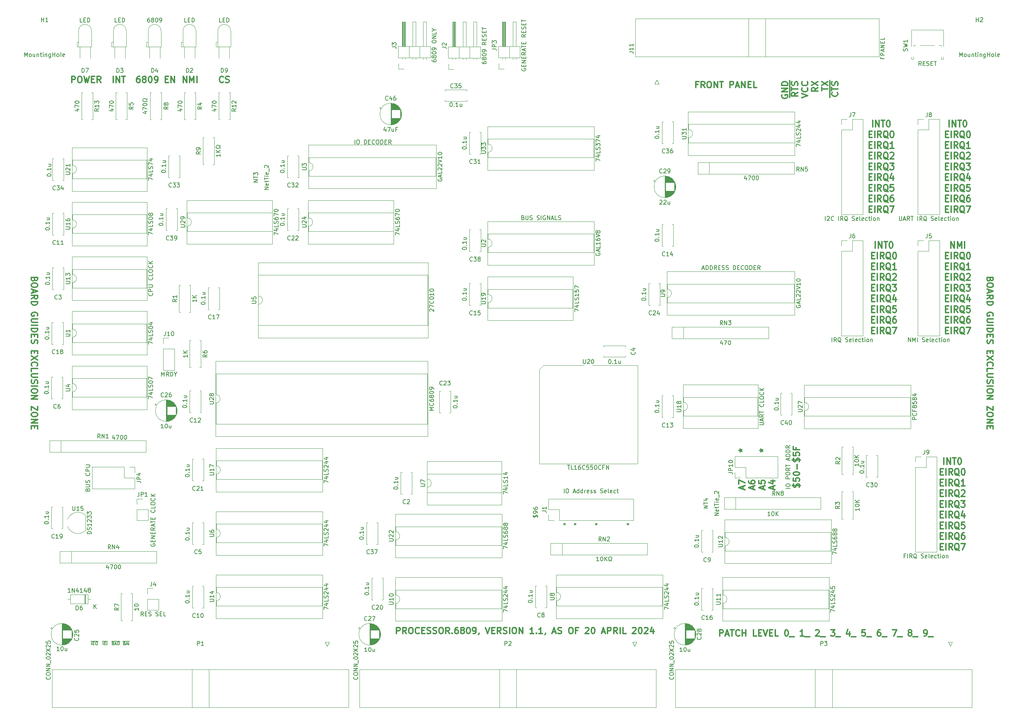
<source format=gbr>
%TF.GenerationSoftware,KiCad,Pcbnew,(6.0.11)*%
%TF.CreationDate,2024-04-20T11:56:48-05:00*%
%TF.ProjectId,processor.6809,70726f63-6573-4736-9f72-2e363830392e,v1.01*%
%TF.SameCoordinates,Original*%
%TF.FileFunction,Legend,Top*%
%TF.FilePolarity,Positive*%
%FSLAX46Y46*%
G04 Gerber Fmt 4.6, Leading zero omitted, Abs format (unit mm)*
G04 Created by KiCad (PCBNEW (6.0.11)) date 2024-04-20 11:56:48*
%MOMM*%
%LPD*%
G01*
G04 APERTURE LIST*
%ADD10C,0.300000*%
%ADD11C,0.175000*%
%ADD12C,0.150000*%
%ADD13C,0.120000*%
G04 APERTURE END LIST*
D10*
X37607142Y-133285714D02*
X37535714Y-133500000D01*
X37464285Y-133571428D01*
X37321428Y-133642857D01*
X37107142Y-133642857D01*
X36964285Y-133571428D01*
X36892857Y-133500000D01*
X36821428Y-133357142D01*
X36821428Y-132785714D01*
X38321428Y-132785714D01*
X38321428Y-133285714D01*
X38250000Y-133428571D01*
X38178571Y-133500000D01*
X38035714Y-133571428D01*
X37892857Y-133571428D01*
X37750000Y-133500000D01*
X37678571Y-133428571D01*
X37607142Y-133285714D01*
X37607142Y-132785714D01*
X38321428Y-134571428D02*
X38321428Y-134857142D01*
X38250000Y-135000000D01*
X38107142Y-135142857D01*
X37821428Y-135214285D01*
X37321428Y-135214285D01*
X37035714Y-135142857D01*
X36892857Y-135000000D01*
X36821428Y-134857142D01*
X36821428Y-134571428D01*
X36892857Y-134428571D01*
X37035714Y-134285714D01*
X37321428Y-134214285D01*
X37821428Y-134214285D01*
X38107142Y-134285714D01*
X38250000Y-134428571D01*
X38321428Y-134571428D01*
X37250000Y-135785714D02*
X37250000Y-136500000D01*
X36821428Y-135642857D02*
X38321428Y-136142857D01*
X36821428Y-136642857D01*
X36821428Y-138000000D02*
X37535714Y-137500000D01*
X36821428Y-137142857D02*
X38321428Y-137142857D01*
X38321428Y-137714285D01*
X38250000Y-137857142D01*
X38178571Y-137928571D01*
X38035714Y-138000000D01*
X37821428Y-138000000D01*
X37678571Y-137928571D01*
X37607142Y-137857142D01*
X37535714Y-137714285D01*
X37535714Y-137142857D01*
X36821428Y-138642857D02*
X38321428Y-138642857D01*
X38321428Y-139000000D01*
X38250000Y-139214285D01*
X38107142Y-139357142D01*
X37964285Y-139428571D01*
X37678571Y-139500000D01*
X37464285Y-139500000D01*
X37178571Y-139428571D01*
X37035714Y-139357142D01*
X36892857Y-139214285D01*
X36821428Y-139000000D01*
X36821428Y-138642857D01*
X38250000Y-142071428D02*
X38321428Y-141928571D01*
X38321428Y-141714285D01*
X38250000Y-141500000D01*
X38107142Y-141357142D01*
X37964285Y-141285714D01*
X37678571Y-141214285D01*
X37464285Y-141214285D01*
X37178571Y-141285714D01*
X37035714Y-141357142D01*
X36892857Y-141500000D01*
X36821428Y-141714285D01*
X36821428Y-141857142D01*
X36892857Y-142071428D01*
X36964285Y-142142857D01*
X37464285Y-142142857D01*
X37464285Y-141857142D01*
X38321428Y-142785714D02*
X37107142Y-142785714D01*
X36964285Y-142857142D01*
X36892857Y-142928571D01*
X36821428Y-143071428D01*
X36821428Y-143357142D01*
X36892857Y-143500000D01*
X36964285Y-143571428D01*
X37107142Y-143642857D01*
X38321428Y-143642857D01*
X36821428Y-144357142D02*
X38321428Y-144357142D01*
X36821428Y-145071428D02*
X38321428Y-145071428D01*
X38321428Y-145428571D01*
X38250000Y-145642857D01*
X38107142Y-145785714D01*
X37964285Y-145857142D01*
X37678571Y-145928571D01*
X37464285Y-145928571D01*
X37178571Y-145857142D01*
X37035714Y-145785714D01*
X36892857Y-145642857D01*
X36821428Y-145428571D01*
X36821428Y-145071428D01*
X37607142Y-146571428D02*
X37607142Y-147071428D01*
X36821428Y-147285714D02*
X36821428Y-146571428D01*
X38321428Y-146571428D01*
X38321428Y-147285714D01*
X36892857Y-147857142D02*
X36821428Y-148071428D01*
X36821428Y-148428571D01*
X36892857Y-148571428D01*
X36964285Y-148642857D01*
X37107142Y-148714285D01*
X37250000Y-148714285D01*
X37392857Y-148642857D01*
X37464285Y-148571428D01*
X37535714Y-148428571D01*
X37607142Y-148142857D01*
X37678571Y-148000000D01*
X37750000Y-147928571D01*
X37892857Y-147857142D01*
X38035714Y-147857142D01*
X38178571Y-147928571D01*
X38250000Y-148000000D01*
X38321428Y-148142857D01*
X38321428Y-148500000D01*
X38250000Y-148714285D01*
X37607142Y-150500000D02*
X37607142Y-151000000D01*
X36821428Y-151214285D02*
X36821428Y-150500000D01*
X38321428Y-150500000D01*
X38321428Y-151214285D01*
X38321428Y-151714285D02*
X36821428Y-152714285D01*
X38321428Y-152714285D02*
X36821428Y-151714285D01*
X36964285Y-154142857D02*
X36892857Y-154071428D01*
X36821428Y-153857142D01*
X36821428Y-153714285D01*
X36892857Y-153500000D01*
X37035714Y-153357142D01*
X37178571Y-153285714D01*
X37464285Y-153214285D01*
X37678571Y-153214285D01*
X37964285Y-153285714D01*
X38107142Y-153357142D01*
X38250000Y-153500000D01*
X38321428Y-153714285D01*
X38321428Y-153857142D01*
X38250000Y-154071428D01*
X38178571Y-154142857D01*
X36821428Y-155500000D02*
X36821428Y-154785714D01*
X38321428Y-154785714D01*
X38321428Y-156000000D02*
X37107142Y-156000000D01*
X36964285Y-156071428D01*
X36892857Y-156142857D01*
X36821428Y-156285714D01*
X36821428Y-156571428D01*
X36892857Y-156714285D01*
X36964285Y-156785714D01*
X37107142Y-156857142D01*
X38321428Y-156857142D01*
X36892857Y-157500000D02*
X36821428Y-157714285D01*
X36821428Y-158071428D01*
X36892857Y-158214285D01*
X36964285Y-158285714D01*
X37107142Y-158357142D01*
X37250000Y-158357142D01*
X37392857Y-158285714D01*
X37464285Y-158214285D01*
X37535714Y-158071428D01*
X37607142Y-157785714D01*
X37678571Y-157642857D01*
X37750000Y-157571428D01*
X37892857Y-157500000D01*
X38035714Y-157500000D01*
X38178571Y-157571428D01*
X38250000Y-157642857D01*
X38321428Y-157785714D01*
X38321428Y-158142857D01*
X38250000Y-158357142D01*
X36821428Y-159000000D02*
X38321428Y-159000000D01*
X38321428Y-160000000D02*
X38321428Y-160285714D01*
X38250000Y-160428571D01*
X38107142Y-160571428D01*
X37821428Y-160642857D01*
X37321428Y-160642857D01*
X37035714Y-160571428D01*
X36892857Y-160428571D01*
X36821428Y-160285714D01*
X36821428Y-160000000D01*
X36892857Y-159857142D01*
X37035714Y-159714285D01*
X37321428Y-159642857D01*
X37821428Y-159642857D01*
X38107142Y-159714285D01*
X38250000Y-159857142D01*
X38321428Y-160000000D01*
X36821428Y-161285714D02*
X38321428Y-161285714D01*
X36821428Y-162142857D01*
X38321428Y-162142857D01*
X38321428Y-163857142D02*
X38321428Y-164857142D01*
X36821428Y-163857142D01*
X36821428Y-164857142D01*
X38321428Y-165714285D02*
X38321428Y-166000000D01*
X38250000Y-166142857D01*
X38107142Y-166285714D01*
X37821428Y-166357142D01*
X37321428Y-166357142D01*
X37035714Y-166285714D01*
X36892857Y-166142857D01*
X36821428Y-166000000D01*
X36821428Y-165714285D01*
X36892857Y-165571428D01*
X37035714Y-165428571D01*
X37321428Y-165357142D01*
X37821428Y-165357142D01*
X38107142Y-165428571D01*
X38250000Y-165571428D01*
X38321428Y-165714285D01*
X36821428Y-167000000D02*
X38321428Y-167000000D01*
X36821428Y-167857142D01*
X38321428Y-167857142D01*
X37607142Y-168571428D02*
X37607142Y-169071428D01*
X36821428Y-169285714D02*
X36821428Y-168571428D01*
X38321428Y-168571428D01*
X38321428Y-169285714D01*
X83010000Y-85755714D02*
X82938571Y-85827142D01*
X82724285Y-85898571D01*
X82581428Y-85898571D01*
X82367142Y-85827142D01*
X82224285Y-85684285D01*
X82152857Y-85541428D01*
X82081428Y-85255714D01*
X82081428Y-85041428D01*
X82152857Y-84755714D01*
X82224285Y-84612857D01*
X82367142Y-84470000D01*
X82581428Y-84398571D01*
X82724285Y-84398571D01*
X82938571Y-84470000D01*
X83010000Y-84541428D01*
X83581428Y-85827142D02*
X83795714Y-85898571D01*
X84152857Y-85898571D01*
X84295714Y-85827142D01*
X84367142Y-85755714D01*
X84438571Y-85612857D01*
X84438571Y-85470000D01*
X84367142Y-85327142D01*
X84295714Y-85255714D01*
X84152857Y-85184285D01*
X83867142Y-85112857D01*
X83724285Y-85041428D01*
X83652857Y-84970000D01*
X83581428Y-84827142D01*
X83581428Y-84684285D01*
X83652857Y-84541428D01*
X83724285Y-84470000D01*
X83867142Y-84398571D01*
X84224285Y-84398571D01*
X84438571Y-84470000D01*
X208127500Y-183821428D02*
X208127500Y-183107142D01*
X208556071Y-183964285D02*
X207056071Y-183464285D01*
X208556071Y-182964285D01*
X207056071Y-182607142D02*
X207056071Y-181607142D01*
X208556071Y-182250000D01*
X210542500Y-183821428D02*
X210542500Y-183107142D01*
X210971071Y-183964285D02*
X209471071Y-183464285D01*
X210971071Y-182964285D01*
X209471071Y-181821428D02*
X209471071Y-182107142D01*
X209542500Y-182250000D01*
X209613928Y-182321428D01*
X209828214Y-182464285D01*
X210113928Y-182535714D01*
X210685357Y-182535714D01*
X210828214Y-182464285D01*
X210899642Y-182392857D01*
X210971071Y-182250000D01*
X210971071Y-181964285D01*
X210899642Y-181821428D01*
X210828214Y-181750000D01*
X210685357Y-181678571D01*
X210328214Y-181678571D01*
X210185357Y-181750000D01*
X210113928Y-181821428D01*
X210042500Y-181964285D01*
X210042500Y-182250000D01*
X210113928Y-182392857D01*
X210185357Y-182464285D01*
X210328214Y-182535714D01*
X212957500Y-183821428D02*
X212957500Y-183107142D01*
X213386071Y-183964285D02*
X211886071Y-183464285D01*
X213386071Y-182964285D01*
X211886071Y-181750000D02*
X211886071Y-182464285D01*
X212600357Y-182535714D01*
X212528928Y-182464285D01*
X212457500Y-182321428D01*
X212457500Y-181964285D01*
X212528928Y-181821428D01*
X212600357Y-181750000D01*
X212743214Y-181678571D01*
X213100357Y-181678571D01*
X213243214Y-181750000D01*
X213314642Y-181821428D01*
X213386071Y-181964285D01*
X213386071Y-182321428D01*
X213314642Y-182464285D01*
X213243214Y-182535714D01*
X215372500Y-183821428D02*
X215372500Y-183107142D01*
X215801071Y-183964285D02*
X214301071Y-183464285D01*
X215801071Y-182964285D01*
X214801071Y-181821428D02*
X215801071Y-181821428D01*
X214229642Y-182178571D02*
X215301071Y-182535714D01*
X215301071Y-181607142D01*
D11*
X53908000Y-220419000D02*
X54241333Y-220419000D01*
X54074666Y-221316666D02*
X54074666Y-220616666D01*
X54241333Y-220419000D02*
X54874666Y-220419000D01*
X54408000Y-220950000D02*
X54641333Y-220950000D01*
X54741333Y-221316666D02*
X54408000Y-221316666D01*
X54408000Y-220616666D01*
X54741333Y-220616666D01*
X54874666Y-220419000D02*
X55208000Y-220419000D01*
X55041333Y-221316666D02*
X55041333Y-220616666D01*
X56081333Y-220419000D02*
X56781333Y-220419000D01*
X56481333Y-220950000D02*
X56581333Y-220983333D01*
X56614666Y-221016666D01*
X56648000Y-221083333D01*
X56648000Y-221183333D01*
X56614666Y-221250000D01*
X56581333Y-221283333D01*
X56514666Y-221316666D01*
X56248000Y-221316666D01*
X56248000Y-220616666D01*
X56481333Y-220616666D01*
X56548000Y-220650000D01*
X56581333Y-220683333D01*
X56614666Y-220750000D01*
X56614666Y-220816666D01*
X56581333Y-220883333D01*
X56548000Y-220916666D01*
X56481333Y-220950000D01*
X56248000Y-220950000D01*
X56781333Y-220419000D02*
X57381333Y-220419000D01*
X56914666Y-221116666D02*
X57248000Y-221116666D01*
X56848000Y-221316666D02*
X57081333Y-220616666D01*
X57314666Y-221316666D01*
X57381333Y-220419000D02*
X58114666Y-220419000D01*
X57681333Y-220616666D02*
X57814666Y-220616666D01*
X57881333Y-220650000D01*
X57948000Y-220716666D01*
X57981333Y-220850000D01*
X57981333Y-221083333D01*
X57948000Y-221216666D01*
X57881333Y-221283333D01*
X57814666Y-221316666D01*
X57681333Y-221316666D01*
X57614666Y-221283333D01*
X57548000Y-221216666D01*
X57514666Y-221083333D01*
X57514666Y-220850000D01*
X57548000Y-220716666D01*
X57614666Y-220650000D01*
X57681333Y-220616666D01*
X58821333Y-220419000D02*
X59521333Y-220419000D01*
X59221333Y-220950000D02*
X59321333Y-220983333D01*
X59354666Y-221016666D01*
X59388000Y-221083333D01*
X59388000Y-221183333D01*
X59354666Y-221250000D01*
X59321333Y-221283333D01*
X59254666Y-221316666D01*
X58988000Y-221316666D01*
X58988000Y-220616666D01*
X59221333Y-220616666D01*
X59288000Y-220650000D01*
X59321333Y-220683333D01*
X59354666Y-220750000D01*
X59354666Y-220816666D01*
X59321333Y-220883333D01*
X59288000Y-220916666D01*
X59221333Y-220950000D01*
X58988000Y-220950000D01*
X59521333Y-220419000D02*
X60121333Y-220419000D01*
X59654666Y-221116666D02*
X59988000Y-221116666D01*
X59588000Y-221316666D02*
X59821333Y-220616666D01*
X60054666Y-221316666D01*
X60121333Y-220419000D02*
X60454666Y-220419000D01*
X60288000Y-221316666D02*
X60288000Y-220616666D01*
D10*
X239938571Y-125804809D02*
X239938571Y-124204809D01*
X240652857Y-125804809D02*
X240652857Y-124204809D01*
X241510000Y-125804809D01*
X241510000Y-124204809D01*
X242010000Y-124204809D02*
X242867142Y-124204809D01*
X242438571Y-125804809D02*
X242438571Y-124204809D01*
X243652857Y-124204809D02*
X243795714Y-124204809D01*
X243938571Y-124281000D01*
X244010000Y-124357190D01*
X244081428Y-124509571D01*
X244152857Y-124814333D01*
X244152857Y-125195285D01*
X244081428Y-125500047D01*
X244010000Y-125652428D01*
X243938571Y-125728619D01*
X243795714Y-125804809D01*
X243652857Y-125804809D01*
X243510000Y-125728619D01*
X243438571Y-125652428D01*
X243367142Y-125500047D01*
X243295714Y-125195285D01*
X243295714Y-124814333D01*
X243367142Y-124509571D01*
X243438571Y-124357190D01*
X243510000Y-124281000D01*
X243652857Y-124204809D01*
X239081428Y-127542714D02*
X239581428Y-127542714D01*
X239795714Y-128380809D02*
X239081428Y-128380809D01*
X239081428Y-126780809D01*
X239795714Y-126780809D01*
X240438571Y-128380809D02*
X240438571Y-126780809D01*
X242010000Y-128380809D02*
X241510000Y-127618904D01*
X241152857Y-128380809D02*
X241152857Y-126780809D01*
X241724285Y-126780809D01*
X241867142Y-126857000D01*
X241938571Y-126933190D01*
X242010000Y-127085571D01*
X242010000Y-127314142D01*
X241938571Y-127466523D01*
X241867142Y-127542714D01*
X241724285Y-127618904D01*
X241152857Y-127618904D01*
X243652857Y-128533190D02*
X243510000Y-128457000D01*
X243367142Y-128304619D01*
X243152857Y-128076047D01*
X243010000Y-127999857D01*
X242867142Y-127999857D01*
X242938571Y-128380809D02*
X242795714Y-128304619D01*
X242652857Y-128152238D01*
X242581428Y-127847476D01*
X242581428Y-127314142D01*
X242652857Y-127009380D01*
X242795714Y-126857000D01*
X242938571Y-126780809D01*
X243224285Y-126780809D01*
X243367142Y-126857000D01*
X243510000Y-127009380D01*
X243581428Y-127314142D01*
X243581428Y-127847476D01*
X243510000Y-128152238D01*
X243367142Y-128304619D01*
X243224285Y-128380809D01*
X242938571Y-128380809D01*
X244510000Y-126780809D02*
X244652857Y-126780809D01*
X244795714Y-126857000D01*
X244867142Y-126933190D01*
X244938571Y-127085571D01*
X245010000Y-127390333D01*
X245010000Y-127771285D01*
X244938571Y-128076047D01*
X244867142Y-128228428D01*
X244795714Y-128304619D01*
X244652857Y-128380809D01*
X244510000Y-128380809D01*
X244367142Y-128304619D01*
X244295714Y-128228428D01*
X244224285Y-128076047D01*
X244152857Y-127771285D01*
X244152857Y-127390333D01*
X244224285Y-127085571D01*
X244295714Y-126933190D01*
X244367142Y-126857000D01*
X244510000Y-126780809D01*
X239081428Y-130118714D02*
X239581428Y-130118714D01*
X239795714Y-130956809D02*
X239081428Y-130956809D01*
X239081428Y-129356809D01*
X239795714Y-129356809D01*
X240438571Y-130956809D02*
X240438571Y-129356809D01*
X242010000Y-130956809D02*
X241510000Y-130194904D01*
X241152857Y-130956809D02*
X241152857Y-129356809D01*
X241724285Y-129356809D01*
X241867142Y-129433000D01*
X241938571Y-129509190D01*
X242010000Y-129661571D01*
X242010000Y-129890142D01*
X241938571Y-130042523D01*
X241867142Y-130118714D01*
X241724285Y-130194904D01*
X241152857Y-130194904D01*
X243652857Y-131109190D02*
X243510000Y-131033000D01*
X243367142Y-130880619D01*
X243152857Y-130652047D01*
X243010000Y-130575857D01*
X242867142Y-130575857D01*
X242938571Y-130956809D02*
X242795714Y-130880619D01*
X242652857Y-130728238D01*
X242581428Y-130423476D01*
X242581428Y-129890142D01*
X242652857Y-129585380D01*
X242795714Y-129433000D01*
X242938571Y-129356809D01*
X243224285Y-129356809D01*
X243367142Y-129433000D01*
X243510000Y-129585380D01*
X243581428Y-129890142D01*
X243581428Y-130423476D01*
X243510000Y-130728238D01*
X243367142Y-130880619D01*
X243224285Y-130956809D01*
X242938571Y-130956809D01*
X245010000Y-130956809D02*
X244152857Y-130956809D01*
X244581428Y-130956809D02*
X244581428Y-129356809D01*
X244438571Y-129585380D01*
X244295714Y-129737761D01*
X244152857Y-129813952D01*
X239081428Y-132694714D02*
X239581428Y-132694714D01*
X239795714Y-133532809D02*
X239081428Y-133532809D01*
X239081428Y-131932809D01*
X239795714Y-131932809D01*
X240438571Y-133532809D02*
X240438571Y-131932809D01*
X242010000Y-133532809D02*
X241510000Y-132770904D01*
X241152857Y-133532809D02*
X241152857Y-131932809D01*
X241724285Y-131932809D01*
X241867142Y-132009000D01*
X241938571Y-132085190D01*
X242010000Y-132237571D01*
X242010000Y-132466142D01*
X241938571Y-132618523D01*
X241867142Y-132694714D01*
X241724285Y-132770904D01*
X241152857Y-132770904D01*
X243652857Y-133685190D02*
X243510000Y-133609000D01*
X243367142Y-133456619D01*
X243152857Y-133228047D01*
X243010000Y-133151857D01*
X242867142Y-133151857D01*
X242938571Y-133532809D02*
X242795714Y-133456619D01*
X242652857Y-133304238D01*
X242581428Y-132999476D01*
X242581428Y-132466142D01*
X242652857Y-132161380D01*
X242795714Y-132009000D01*
X242938571Y-131932809D01*
X243224285Y-131932809D01*
X243367142Y-132009000D01*
X243510000Y-132161380D01*
X243581428Y-132466142D01*
X243581428Y-132999476D01*
X243510000Y-133304238D01*
X243367142Y-133456619D01*
X243224285Y-133532809D01*
X242938571Y-133532809D01*
X244152857Y-132085190D02*
X244224285Y-132009000D01*
X244367142Y-131932809D01*
X244724285Y-131932809D01*
X244867142Y-132009000D01*
X244938571Y-132085190D01*
X245010000Y-132237571D01*
X245010000Y-132389952D01*
X244938571Y-132618523D01*
X244081428Y-133532809D01*
X245010000Y-133532809D01*
X239081428Y-135270714D02*
X239581428Y-135270714D01*
X239795714Y-136108809D02*
X239081428Y-136108809D01*
X239081428Y-134508809D01*
X239795714Y-134508809D01*
X240438571Y-136108809D02*
X240438571Y-134508809D01*
X242010000Y-136108809D02*
X241510000Y-135346904D01*
X241152857Y-136108809D02*
X241152857Y-134508809D01*
X241724285Y-134508809D01*
X241867142Y-134585000D01*
X241938571Y-134661190D01*
X242010000Y-134813571D01*
X242010000Y-135042142D01*
X241938571Y-135194523D01*
X241867142Y-135270714D01*
X241724285Y-135346904D01*
X241152857Y-135346904D01*
X243652857Y-136261190D02*
X243510000Y-136185000D01*
X243367142Y-136032619D01*
X243152857Y-135804047D01*
X243010000Y-135727857D01*
X242867142Y-135727857D01*
X242938571Y-136108809D02*
X242795714Y-136032619D01*
X242652857Y-135880238D01*
X242581428Y-135575476D01*
X242581428Y-135042142D01*
X242652857Y-134737380D01*
X242795714Y-134585000D01*
X242938571Y-134508809D01*
X243224285Y-134508809D01*
X243367142Y-134585000D01*
X243510000Y-134737380D01*
X243581428Y-135042142D01*
X243581428Y-135575476D01*
X243510000Y-135880238D01*
X243367142Y-136032619D01*
X243224285Y-136108809D01*
X242938571Y-136108809D01*
X244081428Y-134508809D02*
X245010000Y-134508809D01*
X244510000Y-135118333D01*
X244724285Y-135118333D01*
X244867142Y-135194523D01*
X244938571Y-135270714D01*
X245010000Y-135423095D01*
X245010000Y-135804047D01*
X244938571Y-135956428D01*
X244867142Y-136032619D01*
X244724285Y-136108809D01*
X244295714Y-136108809D01*
X244152857Y-136032619D01*
X244081428Y-135956428D01*
X239081428Y-137846714D02*
X239581428Y-137846714D01*
X239795714Y-138684809D02*
X239081428Y-138684809D01*
X239081428Y-137084809D01*
X239795714Y-137084809D01*
X240438571Y-138684809D02*
X240438571Y-137084809D01*
X242010000Y-138684809D02*
X241510000Y-137922904D01*
X241152857Y-138684809D02*
X241152857Y-137084809D01*
X241724285Y-137084809D01*
X241867142Y-137161000D01*
X241938571Y-137237190D01*
X242010000Y-137389571D01*
X242010000Y-137618142D01*
X241938571Y-137770523D01*
X241867142Y-137846714D01*
X241724285Y-137922904D01*
X241152857Y-137922904D01*
X243652857Y-138837190D02*
X243510000Y-138761000D01*
X243367142Y-138608619D01*
X243152857Y-138380047D01*
X243010000Y-138303857D01*
X242867142Y-138303857D01*
X242938571Y-138684809D02*
X242795714Y-138608619D01*
X242652857Y-138456238D01*
X242581428Y-138151476D01*
X242581428Y-137618142D01*
X242652857Y-137313380D01*
X242795714Y-137161000D01*
X242938571Y-137084809D01*
X243224285Y-137084809D01*
X243367142Y-137161000D01*
X243510000Y-137313380D01*
X243581428Y-137618142D01*
X243581428Y-138151476D01*
X243510000Y-138456238D01*
X243367142Y-138608619D01*
X243224285Y-138684809D01*
X242938571Y-138684809D01*
X244867142Y-137618142D02*
X244867142Y-138684809D01*
X244510000Y-137008619D02*
X244152857Y-138151476D01*
X245081428Y-138151476D01*
X239081428Y-140422714D02*
X239581428Y-140422714D01*
X239795714Y-141260809D02*
X239081428Y-141260809D01*
X239081428Y-139660809D01*
X239795714Y-139660809D01*
X240438571Y-141260809D02*
X240438571Y-139660809D01*
X242010000Y-141260809D02*
X241510000Y-140498904D01*
X241152857Y-141260809D02*
X241152857Y-139660809D01*
X241724285Y-139660809D01*
X241867142Y-139737000D01*
X241938571Y-139813190D01*
X242010000Y-139965571D01*
X242010000Y-140194142D01*
X241938571Y-140346523D01*
X241867142Y-140422714D01*
X241724285Y-140498904D01*
X241152857Y-140498904D01*
X243652857Y-141413190D02*
X243510000Y-141337000D01*
X243367142Y-141184619D01*
X243152857Y-140956047D01*
X243010000Y-140879857D01*
X242867142Y-140879857D01*
X242938571Y-141260809D02*
X242795714Y-141184619D01*
X242652857Y-141032238D01*
X242581428Y-140727476D01*
X242581428Y-140194142D01*
X242652857Y-139889380D01*
X242795714Y-139737000D01*
X242938571Y-139660809D01*
X243224285Y-139660809D01*
X243367142Y-139737000D01*
X243510000Y-139889380D01*
X243581428Y-140194142D01*
X243581428Y-140727476D01*
X243510000Y-141032238D01*
X243367142Y-141184619D01*
X243224285Y-141260809D01*
X242938571Y-141260809D01*
X244938571Y-139660809D02*
X244224285Y-139660809D01*
X244152857Y-140422714D01*
X244224285Y-140346523D01*
X244367142Y-140270333D01*
X244724285Y-140270333D01*
X244867142Y-140346523D01*
X244938571Y-140422714D01*
X245010000Y-140575095D01*
X245010000Y-140956047D01*
X244938571Y-141108428D01*
X244867142Y-141184619D01*
X244724285Y-141260809D01*
X244367142Y-141260809D01*
X244224285Y-141184619D01*
X244152857Y-141108428D01*
X239081428Y-142998714D02*
X239581428Y-142998714D01*
X239795714Y-143836809D02*
X239081428Y-143836809D01*
X239081428Y-142236809D01*
X239795714Y-142236809D01*
X240438571Y-143836809D02*
X240438571Y-142236809D01*
X242010000Y-143836809D02*
X241510000Y-143074904D01*
X241152857Y-143836809D02*
X241152857Y-142236809D01*
X241724285Y-142236809D01*
X241867142Y-142313000D01*
X241938571Y-142389190D01*
X242010000Y-142541571D01*
X242010000Y-142770142D01*
X241938571Y-142922523D01*
X241867142Y-142998714D01*
X241724285Y-143074904D01*
X241152857Y-143074904D01*
X243652857Y-143989190D02*
X243510000Y-143913000D01*
X243367142Y-143760619D01*
X243152857Y-143532047D01*
X243010000Y-143455857D01*
X242867142Y-143455857D01*
X242938571Y-143836809D02*
X242795714Y-143760619D01*
X242652857Y-143608238D01*
X242581428Y-143303476D01*
X242581428Y-142770142D01*
X242652857Y-142465380D01*
X242795714Y-142313000D01*
X242938571Y-142236809D01*
X243224285Y-142236809D01*
X243367142Y-142313000D01*
X243510000Y-142465380D01*
X243581428Y-142770142D01*
X243581428Y-143303476D01*
X243510000Y-143608238D01*
X243367142Y-143760619D01*
X243224285Y-143836809D01*
X242938571Y-143836809D01*
X244867142Y-142236809D02*
X244581428Y-142236809D01*
X244438571Y-142313000D01*
X244367142Y-142389190D01*
X244224285Y-142617761D01*
X244152857Y-142922523D01*
X244152857Y-143532047D01*
X244224285Y-143684428D01*
X244295714Y-143760619D01*
X244438571Y-143836809D01*
X244724285Y-143836809D01*
X244867142Y-143760619D01*
X244938571Y-143684428D01*
X245010000Y-143532047D01*
X245010000Y-143151095D01*
X244938571Y-142998714D01*
X244867142Y-142922523D01*
X244724285Y-142846333D01*
X244438571Y-142846333D01*
X244295714Y-142922523D01*
X244224285Y-142998714D01*
X244152857Y-143151095D01*
X239081428Y-145574714D02*
X239581428Y-145574714D01*
X239795714Y-146412809D02*
X239081428Y-146412809D01*
X239081428Y-144812809D01*
X239795714Y-144812809D01*
X240438571Y-146412809D02*
X240438571Y-144812809D01*
X242010000Y-146412809D02*
X241510000Y-145650904D01*
X241152857Y-146412809D02*
X241152857Y-144812809D01*
X241724285Y-144812809D01*
X241867142Y-144889000D01*
X241938571Y-144965190D01*
X242010000Y-145117571D01*
X242010000Y-145346142D01*
X241938571Y-145498523D01*
X241867142Y-145574714D01*
X241724285Y-145650904D01*
X241152857Y-145650904D01*
X243652857Y-146565190D02*
X243510000Y-146489000D01*
X243367142Y-146336619D01*
X243152857Y-146108047D01*
X243010000Y-146031857D01*
X242867142Y-146031857D01*
X242938571Y-146412809D02*
X242795714Y-146336619D01*
X242652857Y-146184238D01*
X242581428Y-145879476D01*
X242581428Y-145346142D01*
X242652857Y-145041380D01*
X242795714Y-144889000D01*
X242938571Y-144812809D01*
X243224285Y-144812809D01*
X243367142Y-144889000D01*
X243510000Y-145041380D01*
X243581428Y-145346142D01*
X243581428Y-145879476D01*
X243510000Y-146184238D01*
X243367142Y-146336619D01*
X243224285Y-146412809D01*
X242938571Y-146412809D01*
X244081428Y-144812809D02*
X245081428Y-144812809D01*
X244438571Y-146412809D01*
X46535714Y-85898571D02*
X46535714Y-84398571D01*
X47107142Y-84398571D01*
X47250000Y-84470000D01*
X47321428Y-84541428D01*
X47392857Y-84684285D01*
X47392857Y-84898571D01*
X47321428Y-85041428D01*
X47250000Y-85112857D01*
X47107142Y-85184285D01*
X46535714Y-85184285D01*
X48321428Y-84398571D02*
X48607142Y-84398571D01*
X48750000Y-84470000D01*
X48892857Y-84612857D01*
X48964285Y-84898571D01*
X48964285Y-85398571D01*
X48892857Y-85684285D01*
X48750000Y-85827142D01*
X48607142Y-85898571D01*
X48321428Y-85898571D01*
X48178571Y-85827142D01*
X48035714Y-85684285D01*
X47964285Y-85398571D01*
X47964285Y-84898571D01*
X48035714Y-84612857D01*
X48178571Y-84470000D01*
X48321428Y-84398571D01*
X49464285Y-84398571D02*
X49821428Y-85898571D01*
X50107142Y-84827142D01*
X50392857Y-85898571D01*
X50750000Y-84398571D01*
X51321428Y-85112857D02*
X51821428Y-85112857D01*
X52035714Y-85898571D02*
X51321428Y-85898571D01*
X51321428Y-84398571D01*
X52035714Y-84398571D01*
X53535714Y-85898571D02*
X53035714Y-85184285D01*
X52678571Y-85898571D02*
X52678571Y-84398571D01*
X53250000Y-84398571D01*
X53392857Y-84470000D01*
X53464285Y-84541428D01*
X53535714Y-84684285D01*
X53535714Y-84898571D01*
X53464285Y-85041428D01*
X53392857Y-85112857D01*
X53250000Y-85184285D01*
X52678571Y-85184285D01*
X267607142Y-133285714D02*
X267535714Y-133500000D01*
X267464285Y-133571428D01*
X267321428Y-133642857D01*
X267107142Y-133642857D01*
X266964285Y-133571428D01*
X266892857Y-133500000D01*
X266821428Y-133357142D01*
X266821428Y-132785714D01*
X268321428Y-132785714D01*
X268321428Y-133285714D01*
X268250000Y-133428571D01*
X268178571Y-133500000D01*
X268035714Y-133571428D01*
X267892857Y-133571428D01*
X267750000Y-133500000D01*
X267678571Y-133428571D01*
X267607142Y-133285714D01*
X267607142Y-132785714D01*
X268321428Y-134571428D02*
X268321428Y-134857142D01*
X268250000Y-135000000D01*
X268107142Y-135142857D01*
X267821428Y-135214285D01*
X267321428Y-135214285D01*
X267035714Y-135142857D01*
X266892857Y-135000000D01*
X266821428Y-134857142D01*
X266821428Y-134571428D01*
X266892857Y-134428571D01*
X267035714Y-134285714D01*
X267321428Y-134214285D01*
X267821428Y-134214285D01*
X268107142Y-134285714D01*
X268250000Y-134428571D01*
X268321428Y-134571428D01*
X267250000Y-135785714D02*
X267250000Y-136500000D01*
X266821428Y-135642857D02*
X268321428Y-136142857D01*
X266821428Y-136642857D01*
X266821428Y-138000000D02*
X267535714Y-137500000D01*
X266821428Y-137142857D02*
X268321428Y-137142857D01*
X268321428Y-137714285D01*
X268250000Y-137857142D01*
X268178571Y-137928571D01*
X268035714Y-138000000D01*
X267821428Y-138000000D01*
X267678571Y-137928571D01*
X267607142Y-137857142D01*
X267535714Y-137714285D01*
X267535714Y-137142857D01*
X266821428Y-138642857D02*
X268321428Y-138642857D01*
X268321428Y-139000000D01*
X268250000Y-139214285D01*
X268107142Y-139357142D01*
X267964285Y-139428571D01*
X267678571Y-139500000D01*
X267464285Y-139500000D01*
X267178571Y-139428571D01*
X267035714Y-139357142D01*
X266892857Y-139214285D01*
X266821428Y-139000000D01*
X266821428Y-138642857D01*
X268250000Y-142071428D02*
X268321428Y-141928571D01*
X268321428Y-141714285D01*
X268250000Y-141500000D01*
X268107142Y-141357142D01*
X267964285Y-141285714D01*
X267678571Y-141214285D01*
X267464285Y-141214285D01*
X267178571Y-141285714D01*
X267035714Y-141357142D01*
X266892857Y-141500000D01*
X266821428Y-141714285D01*
X266821428Y-141857142D01*
X266892857Y-142071428D01*
X266964285Y-142142857D01*
X267464285Y-142142857D01*
X267464285Y-141857142D01*
X268321428Y-142785714D02*
X267107142Y-142785714D01*
X266964285Y-142857142D01*
X266892857Y-142928571D01*
X266821428Y-143071428D01*
X266821428Y-143357142D01*
X266892857Y-143500000D01*
X266964285Y-143571428D01*
X267107142Y-143642857D01*
X268321428Y-143642857D01*
X266821428Y-144357142D02*
X268321428Y-144357142D01*
X266821428Y-145071428D02*
X268321428Y-145071428D01*
X268321428Y-145428571D01*
X268250000Y-145642857D01*
X268107142Y-145785714D01*
X267964285Y-145857142D01*
X267678571Y-145928571D01*
X267464285Y-145928571D01*
X267178571Y-145857142D01*
X267035714Y-145785714D01*
X266892857Y-145642857D01*
X266821428Y-145428571D01*
X266821428Y-145071428D01*
X267607142Y-146571428D02*
X267607142Y-147071428D01*
X266821428Y-147285714D02*
X266821428Y-146571428D01*
X268321428Y-146571428D01*
X268321428Y-147285714D01*
X266892857Y-147857142D02*
X266821428Y-148071428D01*
X266821428Y-148428571D01*
X266892857Y-148571428D01*
X266964285Y-148642857D01*
X267107142Y-148714285D01*
X267250000Y-148714285D01*
X267392857Y-148642857D01*
X267464285Y-148571428D01*
X267535714Y-148428571D01*
X267607142Y-148142857D01*
X267678571Y-148000000D01*
X267750000Y-147928571D01*
X267892857Y-147857142D01*
X268035714Y-147857142D01*
X268178571Y-147928571D01*
X268250000Y-148000000D01*
X268321428Y-148142857D01*
X268321428Y-148500000D01*
X268250000Y-148714285D01*
X267607142Y-150500000D02*
X267607142Y-151000000D01*
X266821428Y-151214285D02*
X266821428Y-150500000D01*
X268321428Y-150500000D01*
X268321428Y-151214285D01*
X268321428Y-151714285D02*
X266821428Y-152714285D01*
X268321428Y-152714285D02*
X266821428Y-151714285D01*
X266964285Y-154142857D02*
X266892857Y-154071428D01*
X266821428Y-153857142D01*
X266821428Y-153714285D01*
X266892857Y-153500000D01*
X267035714Y-153357142D01*
X267178571Y-153285714D01*
X267464285Y-153214285D01*
X267678571Y-153214285D01*
X267964285Y-153285714D01*
X268107142Y-153357142D01*
X268250000Y-153500000D01*
X268321428Y-153714285D01*
X268321428Y-153857142D01*
X268250000Y-154071428D01*
X268178571Y-154142857D01*
X266821428Y-155500000D02*
X266821428Y-154785714D01*
X268321428Y-154785714D01*
X268321428Y-156000000D02*
X267107142Y-156000000D01*
X266964285Y-156071428D01*
X266892857Y-156142857D01*
X266821428Y-156285714D01*
X266821428Y-156571428D01*
X266892857Y-156714285D01*
X266964285Y-156785714D01*
X267107142Y-156857142D01*
X268321428Y-156857142D01*
X266892857Y-157500000D02*
X266821428Y-157714285D01*
X266821428Y-158071428D01*
X266892857Y-158214285D01*
X266964285Y-158285714D01*
X267107142Y-158357142D01*
X267250000Y-158357142D01*
X267392857Y-158285714D01*
X267464285Y-158214285D01*
X267535714Y-158071428D01*
X267607142Y-157785714D01*
X267678571Y-157642857D01*
X267750000Y-157571428D01*
X267892857Y-157500000D01*
X268035714Y-157500000D01*
X268178571Y-157571428D01*
X268250000Y-157642857D01*
X268321428Y-157785714D01*
X268321428Y-158142857D01*
X268250000Y-158357142D01*
X266821428Y-159000000D02*
X268321428Y-159000000D01*
X268321428Y-160000000D02*
X268321428Y-160285714D01*
X268250000Y-160428571D01*
X268107142Y-160571428D01*
X267821428Y-160642857D01*
X267321428Y-160642857D01*
X267035714Y-160571428D01*
X266892857Y-160428571D01*
X266821428Y-160285714D01*
X266821428Y-160000000D01*
X266892857Y-159857142D01*
X267035714Y-159714285D01*
X267321428Y-159642857D01*
X267821428Y-159642857D01*
X268107142Y-159714285D01*
X268250000Y-159857142D01*
X268321428Y-160000000D01*
X266821428Y-161285714D02*
X268321428Y-161285714D01*
X266821428Y-162142857D01*
X268321428Y-162142857D01*
X268321428Y-163857142D02*
X268321428Y-164857142D01*
X266821428Y-163857142D01*
X266821428Y-164857142D01*
X268321428Y-165714285D02*
X268321428Y-166000000D01*
X268250000Y-166142857D01*
X268107142Y-166285714D01*
X267821428Y-166357142D01*
X267321428Y-166357142D01*
X267035714Y-166285714D01*
X266892857Y-166142857D01*
X266821428Y-166000000D01*
X266821428Y-165714285D01*
X266892857Y-165571428D01*
X267035714Y-165428571D01*
X267321428Y-165357142D01*
X267821428Y-165357142D01*
X268107142Y-165428571D01*
X268250000Y-165571428D01*
X268321428Y-165714285D01*
X266821428Y-167000000D02*
X268321428Y-167000000D01*
X266821428Y-167857142D01*
X268321428Y-167857142D01*
X267607142Y-168571428D02*
X267607142Y-169071428D01*
X266821428Y-169285714D02*
X266821428Y-168571428D01*
X268321428Y-168571428D01*
X268321428Y-169285714D01*
D12*
X155142857Y-118428571D02*
X155285714Y-118476190D01*
X155333333Y-118523809D01*
X155380952Y-118619047D01*
X155380952Y-118761904D01*
X155333333Y-118857142D01*
X155285714Y-118904761D01*
X155190476Y-118952380D01*
X154809523Y-118952380D01*
X154809523Y-117952380D01*
X155142857Y-117952380D01*
X155238095Y-118000000D01*
X155285714Y-118047619D01*
X155333333Y-118142857D01*
X155333333Y-118238095D01*
X155285714Y-118333333D01*
X155238095Y-118380952D01*
X155142857Y-118428571D01*
X154809523Y-118428571D01*
X155809523Y-117952380D02*
X155809523Y-118761904D01*
X155857142Y-118857142D01*
X155904761Y-118904761D01*
X156000000Y-118952380D01*
X156190476Y-118952380D01*
X156285714Y-118904761D01*
X156333333Y-118857142D01*
X156380952Y-118761904D01*
X156380952Y-117952380D01*
X156809523Y-118904761D02*
X156952380Y-118952380D01*
X157190476Y-118952380D01*
X157285714Y-118904761D01*
X157333333Y-118857142D01*
X157380952Y-118761904D01*
X157380952Y-118666666D01*
X157333333Y-118571428D01*
X157285714Y-118523809D01*
X157190476Y-118476190D01*
X157000000Y-118428571D01*
X156904761Y-118380952D01*
X156857142Y-118333333D01*
X156809523Y-118238095D01*
X156809523Y-118142857D01*
X156857142Y-118047619D01*
X156904761Y-118000000D01*
X157000000Y-117952380D01*
X157238095Y-117952380D01*
X157380952Y-118000000D01*
X158523809Y-118904761D02*
X158666666Y-118952380D01*
X158904761Y-118952380D01*
X159000000Y-118904761D01*
X159047619Y-118857142D01*
X159095238Y-118761904D01*
X159095238Y-118666666D01*
X159047619Y-118571428D01*
X159000000Y-118523809D01*
X158904761Y-118476190D01*
X158714285Y-118428571D01*
X158619047Y-118380952D01*
X158571428Y-118333333D01*
X158523809Y-118238095D01*
X158523809Y-118142857D01*
X158571428Y-118047619D01*
X158619047Y-118000000D01*
X158714285Y-117952380D01*
X158952380Y-117952380D01*
X159095238Y-118000000D01*
X159523809Y-118952380D02*
X159523809Y-117952380D01*
X160523809Y-118000000D02*
X160428571Y-117952380D01*
X160285714Y-117952380D01*
X160142857Y-118000000D01*
X160047619Y-118095238D01*
X160000000Y-118190476D01*
X159952380Y-118380952D01*
X159952380Y-118523809D01*
X160000000Y-118714285D01*
X160047619Y-118809523D01*
X160142857Y-118904761D01*
X160285714Y-118952380D01*
X160380952Y-118952380D01*
X160523809Y-118904761D01*
X160571428Y-118857142D01*
X160571428Y-118523809D01*
X160380952Y-118523809D01*
X161000000Y-118952380D02*
X161000000Y-117952380D01*
X161571428Y-118952380D01*
X161571428Y-117952380D01*
X162000000Y-118666666D02*
X162476190Y-118666666D01*
X161904761Y-118952380D02*
X162238095Y-117952380D01*
X162571428Y-118952380D01*
X163380952Y-118952380D02*
X162904761Y-118952380D01*
X162904761Y-117952380D01*
X163666666Y-118904761D02*
X163809523Y-118952380D01*
X164047619Y-118952380D01*
X164142857Y-118904761D01*
X164190476Y-118857142D01*
X164238095Y-118761904D01*
X164238095Y-118666666D01*
X164190476Y-118571428D01*
X164142857Y-118523809D01*
X164047619Y-118476190D01*
X163857142Y-118428571D01*
X163761904Y-118380952D01*
X163714285Y-118333333D01*
X163666666Y-118238095D01*
X163666666Y-118142857D01*
X163714285Y-118047619D01*
X163761904Y-118000000D01*
X163857142Y-117952380D01*
X164095238Y-117952380D01*
X164238095Y-118000000D01*
X180415000Y-191987380D02*
X180415000Y-192225476D01*
X180176904Y-192130238D02*
X180415000Y-192225476D01*
X180653095Y-192130238D01*
X180272142Y-192415952D02*
X180415000Y-192225476D01*
X180557857Y-192415952D01*
D11*
X51150000Y-220419000D02*
X51483333Y-220419000D01*
X51316666Y-221316666D02*
X51316666Y-220616666D01*
X51483333Y-220419000D02*
X52116666Y-220419000D01*
X51650000Y-220950000D02*
X51883333Y-220950000D01*
X51983333Y-221316666D02*
X51650000Y-221316666D01*
X51650000Y-220616666D01*
X51983333Y-220616666D01*
X52116666Y-220419000D02*
X52850000Y-220419000D01*
X52416666Y-220616666D02*
X52550000Y-220616666D01*
X52616666Y-220650000D01*
X52683333Y-220716666D01*
X52716666Y-220850000D01*
X52716666Y-221083333D01*
X52683333Y-221216666D01*
X52616666Y-221283333D01*
X52550000Y-221316666D01*
X52416666Y-221316666D01*
X52350000Y-221283333D01*
X52283333Y-221216666D01*
X52250000Y-221083333D01*
X52250000Y-220850000D01*
X52283333Y-220716666D01*
X52350000Y-220650000D01*
X52416666Y-220616666D01*
D12*
X167715000Y-191987380D02*
X167715000Y-192225476D01*
X167476904Y-192130238D02*
X167715000Y-192225476D01*
X167953095Y-192130238D01*
X167572142Y-192415952D02*
X167715000Y-192225476D01*
X167857857Y-192415952D01*
D10*
X217442500Y-88843571D02*
X217371071Y-88986428D01*
X217371071Y-89200714D01*
X217442500Y-89415000D01*
X217585357Y-89557857D01*
X217728214Y-89629285D01*
X218013928Y-89700714D01*
X218228214Y-89700714D01*
X218513928Y-89629285D01*
X218656785Y-89557857D01*
X218799642Y-89415000D01*
X218871071Y-89200714D01*
X218871071Y-89057857D01*
X218799642Y-88843571D01*
X218728214Y-88772142D01*
X218228214Y-88772142D01*
X218228214Y-89057857D01*
X218871071Y-88129285D02*
X217371071Y-88129285D01*
X218871071Y-87272142D01*
X217371071Y-87272142D01*
X218871071Y-86557857D02*
X217371071Y-86557857D01*
X217371071Y-86200714D01*
X217442500Y-85986428D01*
X217585357Y-85843571D01*
X217728214Y-85772142D01*
X218013928Y-85700714D01*
X218228214Y-85700714D01*
X218513928Y-85772142D01*
X218656785Y-85843571D01*
X218799642Y-85986428D01*
X218871071Y-86200714D01*
X218871071Y-86557857D01*
X219362500Y-89486428D02*
X219362500Y-87986428D01*
X221286071Y-88272142D02*
X220571785Y-88772142D01*
X221286071Y-89129285D02*
X219786071Y-89129285D01*
X219786071Y-88557857D01*
X219857500Y-88415000D01*
X219928928Y-88343571D01*
X220071785Y-88272142D01*
X220286071Y-88272142D01*
X220428928Y-88343571D01*
X220500357Y-88415000D01*
X220571785Y-88557857D01*
X220571785Y-89129285D01*
X219362500Y-87986428D02*
X219362500Y-86843571D01*
X219786071Y-87843571D02*
X219786071Y-86986428D01*
X221286071Y-87415000D02*
X219786071Y-87415000D01*
X219362500Y-86843571D02*
X219362500Y-85415000D01*
X221214642Y-86557857D02*
X221286071Y-86343571D01*
X221286071Y-85986428D01*
X221214642Y-85843571D01*
X221143214Y-85772142D01*
X221000357Y-85700714D01*
X220857500Y-85700714D01*
X220714642Y-85772142D01*
X220643214Y-85843571D01*
X220571785Y-85986428D01*
X220500357Y-86272142D01*
X220428928Y-86415000D01*
X220357500Y-86486428D01*
X220214642Y-86557857D01*
X220071785Y-86557857D01*
X219928928Y-86486428D01*
X219857500Y-86415000D01*
X219786071Y-86272142D01*
X219786071Y-85915000D01*
X219857500Y-85700714D01*
X222201071Y-89557857D02*
X223701071Y-89057857D01*
X222201071Y-88557857D01*
X223558214Y-87200714D02*
X223629642Y-87272142D01*
X223701071Y-87486428D01*
X223701071Y-87629285D01*
X223629642Y-87843571D01*
X223486785Y-87986428D01*
X223343928Y-88057857D01*
X223058214Y-88129285D01*
X222843928Y-88129285D01*
X222558214Y-88057857D01*
X222415357Y-87986428D01*
X222272500Y-87843571D01*
X222201071Y-87629285D01*
X222201071Y-87486428D01*
X222272500Y-87272142D01*
X222343928Y-87200714D01*
X223558214Y-85700714D02*
X223629642Y-85772142D01*
X223701071Y-85986428D01*
X223701071Y-86129285D01*
X223629642Y-86343571D01*
X223486785Y-86486428D01*
X223343928Y-86557857D01*
X223058214Y-86629285D01*
X222843928Y-86629285D01*
X222558214Y-86557857D01*
X222415357Y-86486428D01*
X222272500Y-86343571D01*
X222201071Y-86129285D01*
X222201071Y-85986428D01*
X222272500Y-85772142D01*
X222343928Y-85700714D01*
X226116071Y-87129285D02*
X225401785Y-87629285D01*
X226116071Y-87986428D02*
X224616071Y-87986428D01*
X224616071Y-87415000D01*
X224687500Y-87272142D01*
X224758928Y-87200714D01*
X224901785Y-87129285D01*
X225116071Y-87129285D01*
X225258928Y-87200714D01*
X225330357Y-87272142D01*
X225401785Y-87415000D01*
X225401785Y-87986428D01*
X224616071Y-86629285D02*
X226116071Y-85629285D01*
X224616071Y-85629285D02*
X226116071Y-86629285D01*
X227031071Y-87843571D02*
X227031071Y-86986428D01*
X228531071Y-87415000D02*
X227031071Y-87415000D01*
X227031071Y-86629285D02*
X228531071Y-85629285D01*
X227031071Y-85629285D02*
X228531071Y-86629285D01*
X229022500Y-89486428D02*
X229022500Y-87986428D01*
X230803214Y-88272142D02*
X230874642Y-88343571D01*
X230946071Y-88557857D01*
X230946071Y-88700714D01*
X230874642Y-88915000D01*
X230731785Y-89057857D01*
X230588928Y-89129285D01*
X230303214Y-89200714D01*
X230088928Y-89200714D01*
X229803214Y-89129285D01*
X229660357Y-89057857D01*
X229517500Y-88915000D01*
X229446071Y-88700714D01*
X229446071Y-88557857D01*
X229517500Y-88343571D01*
X229588928Y-88272142D01*
X229022500Y-87986428D02*
X229022500Y-86843571D01*
X229446071Y-87843571D02*
X229446071Y-86986428D01*
X230946071Y-87415000D02*
X229446071Y-87415000D01*
X229022500Y-86843571D02*
X229022500Y-85415000D01*
X230874642Y-86557857D02*
X230946071Y-86343571D01*
X230946071Y-85986428D01*
X230874642Y-85843571D01*
X230803214Y-85772142D01*
X230660357Y-85700714D01*
X230517500Y-85700714D01*
X230374642Y-85772142D01*
X230303214Y-85843571D01*
X230231785Y-85986428D01*
X230160357Y-86272142D01*
X230088928Y-86415000D01*
X230017500Y-86486428D01*
X229874642Y-86557857D01*
X229731785Y-86557857D01*
X229588928Y-86486428D01*
X229517500Y-86415000D01*
X229446071Y-86272142D01*
X229446071Y-85915000D01*
X229517500Y-85700714D01*
X124721428Y-218613571D02*
X124721428Y-217113571D01*
X125292857Y-217113571D01*
X125435714Y-217185000D01*
X125507142Y-217256428D01*
X125578571Y-217399285D01*
X125578571Y-217613571D01*
X125507142Y-217756428D01*
X125435714Y-217827857D01*
X125292857Y-217899285D01*
X124721428Y-217899285D01*
X127078571Y-218613571D02*
X126578571Y-217899285D01*
X126221428Y-218613571D02*
X126221428Y-217113571D01*
X126792857Y-217113571D01*
X126935714Y-217185000D01*
X127007142Y-217256428D01*
X127078571Y-217399285D01*
X127078571Y-217613571D01*
X127007142Y-217756428D01*
X126935714Y-217827857D01*
X126792857Y-217899285D01*
X126221428Y-217899285D01*
X128007142Y-217113571D02*
X128292857Y-217113571D01*
X128435714Y-217185000D01*
X128578571Y-217327857D01*
X128650000Y-217613571D01*
X128650000Y-218113571D01*
X128578571Y-218399285D01*
X128435714Y-218542142D01*
X128292857Y-218613571D01*
X128007142Y-218613571D01*
X127864285Y-218542142D01*
X127721428Y-218399285D01*
X127650000Y-218113571D01*
X127650000Y-217613571D01*
X127721428Y-217327857D01*
X127864285Y-217185000D01*
X128007142Y-217113571D01*
X130150000Y-218470714D02*
X130078571Y-218542142D01*
X129864285Y-218613571D01*
X129721428Y-218613571D01*
X129507142Y-218542142D01*
X129364285Y-218399285D01*
X129292857Y-218256428D01*
X129221428Y-217970714D01*
X129221428Y-217756428D01*
X129292857Y-217470714D01*
X129364285Y-217327857D01*
X129507142Y-217185000D01*
X129721428Y-217113571D01*
X129864285Y-217113571D01*
X130078571Y-217185000D01*
X130150000Y-217256428D01*
X130792857Y-217827857D02*
X131292857Y-217827857D01*
X131507142Y-218613571D02*
X130792857Y-218613571D01*
X130792857Y-217113571D01*
X131507142Y-217113571D01*
X132078571Y-218542142D02*
X132292857Y-218613571D01*
X132650000Y-218613571D01*
X132792857Y-218542142D01*
X132864285Y-218470714D01*
X132935714Y-218327857D01*
X132935714Y-218185000D01*
X132864285Y-218042142D01*
X132792857Y-217970714D01*
X132650000Y-217899285D01*
X132364285Y-217827857D01*
X132221428Y-217756428D01*
X132150000Y-217685000D01*
X132078571Y-217542142D01*
X132078571Y-217399285D01*
X132150000Y-217256428D01*
X132221428Y-217185000D01*
X132364285Y-217113571D01*
X132721428Y-217113571D01*
X132935714Y-217185000D01*
X133507142Y-218542142D02*
X133721428Y-218613571D01*
X134078571Y-218613571D01*
X134221428Y-218542142D01*
X134292857Y-218470714D01*
X134364285Y-218327857D01*
X134364285Y-218185000D01*
X134292857Y-218042142D01*
X134221428Y-217970714D01*
X134078571Y-217899285D01*
X133792857Y-217827857D01*
X133650000Y-217756428D01*
X133578571Y-217685000D01*
X133507142Y-217542142D01*
X133507142Y-217399285D01*
X133578571Y-217256428D01*
X133650000Y-217185000D01*
X133792857Y-217113571D01*
X134150000Y-217113571D01*
X134364285Y-217185000D01*
X135292857Y-217113571D02*
X135578571Y-217113571D01*
X135721428Y-217185000D01*
X135864285Y-217327857D01*
X135935714Y-217613571D01*
X135935714Y-218113571D01*
X135864285Y-218399285D01*
X135721428Y-218542142D01*
X135578571Y-218613571D01*
X135292857Y-218613571D01*
X135150000Y-218542142D01*
X135007142Y-218399285D01*
X134935714Y-218113571D01*
X134935714Y-217613571D01*
X135007142Y-217327857D01*
X135150000Y-217185000D01*
X135292857Y-217113571D01*
X137435714Y-218613571D02*
X136935714Y-217899285D01*
X136578571Y-218613571D02*
X136578571Y-217113571D01*
X137150000Y-217113571D01*
X137292857Y-217185000D01*
X137364285Y-217256428D01*
X137435714Y-217399285D01*
X137435714Y-217613571D01*
X137364285Y-217756428D01*
X137292857Y-217827857D01*
X137150000Y-217899285D01*
X136578571Y-217899285D01*
X138078571Y-218470714D02*
X138150000Y-218542142D01*
X138078571Y-218613571D01*
X138007142Y-218542142D01*
X138078571Y-218470714D01*
X138078571Y-218613571D01*
X139435714Y-217113571D02*
X139150000Y-217113571D01*
X139007142Y-217185000D01*
X138935714Y-217256428D01*
X138792857Y-217470714D01*
X138721428Y-217756428D01*
X138721428Y-218327857D01*
X138792857Y-218470714D01*
X138864285Y-218542142D01*
X139007142Y-218613571D01*
X139292857Y-218613571D01*
X139435714Y-218542142D01*
X139507142Y-218470714D01*
X139578571Y-218327857D01*
X139578571Y-217970714D01*
X139507142Y-217827857D01*
X139435714Y-217756428D01*
X139292857Y-217685000D01*
X139007142Y-217685000D01*
X138864285Y-217756428D01*
X138792857Y-217827857D01*
X138721428Y-217970714D01*
X140435714Y-217756428D02*
X140292857Y-217685000D01*
X140221428Y-217613571D01*
X140150000Y-217470714D01*
X140150000Y-217399285D01*
X140221428Y-217256428D01*
X140292857Y-217185000D01*
X140435714Y-217113571D01*
X140721428Y-217113571D01*
X140864285Y-217185000D01*
X140935714Y-217256428D01*
X141007142Y-217399285D01*
X141007142Y-217470714D01*
X140935714Y-217613571D01*
X140864285Y-217685000D01*
X140721428Y-217756428D01*
X140435714Y-217756428D01*
X140292857Y-217827857D01*
X140221428Y-217899285D01*
X140150000Y-218042142D01*
X140150000Y-218327857D01*
X140221428Y-218470714D01*
X140292857Y-218542142D01*
X140435714Y-218613571D01*
X140721428Y-218613571D01*
X140864285Y-218542142D01*
X140935714Y-218470714D01*
X141007142Y-218327857D01*
X141007142Y-218042142D01*
X140935714Y-217899285D01*
X140864285Y-217827857D01*
X140721428Y-217756428D01*
X141935714Y-217113571D02*
X142078571Y-217113571D01*
X142221428Y-217185000D01*
X142292857Y-217256428D01*
X142364285Y-217399285D01*
X142435714Y-217685000D01*
X142435714Y-218042142D01*
X142364285Y-218327857D01*
X142292857Y-218470714D01*
X142221428Y-218542142D01*
X142078571Y-218613571D01*
X141935714Y-218613571D01*
X141792857Y-218542142D01*
X141721428Y-218470714D01*
X141650000Y-218327857D01*
X141578571Y-218042142D01*
X141578571Y-217685000D01*
X141650000Y-217399285D01*
X141721428Y-217256428D01*
X141792857Y-217185000D01*
X141935714Y-217113571D01*
X143150000Y-218613571D02*
X143435714Y-218613571D01*
X143578571Y-218542142D01*
X143650000Y-218470714D01*
X143792857Y-218256428D01*
X143864285Y-217970714D01*
X143864285Y-217399285D01*
X143792857Y-217256428D01*
X143721428Y-217185000D01*
X143578571Y-217113571D01*
X143292857Y-217113571D01*
X143150000Y-217185000D01*
X143078571Y-217256428D01*
X143007142Y-217399285D01*
X143007142Y-217756428D01*
X143078571Y-217899285D01*
X143150000Y-217970714D01*
X143292857Y-218042142D01*
X143578571Y-218042142D01*
X143721428Y-217970714D01*
X143792857Y-217899285D01*
X143864285Y-217756428D01*
X144578571Y-218542142D02*
X144578571Y-218613571D01*
X144507142Y-218756428D01*
X144435714Y-218827857D01*
X146150000Y-217113571D02*
X146650000Y-218613571D01*
X147150000Y-217113571D01*
X147650000Y-217827857D02*
X148150000Y-217827857D01*
X148364285Y-218613571D02*
X147650000Y-218613571D01*
X147650000Y-217113571D01*
X148364285Y-217113571D01*
X149864285Y-218613571D02*
X149364285Y-217899285D01*
X149007142Y-218613571D02*
X149007142Y-217113571D01*
X149578571Y-217113571D01*
X149721428Y-217185000D01*
X149792857Y-217256428D01*
X149864285Y-217399285D01*
X149864285Y-217613571D01*
X149792857Y-217756428D01*
X149721428Y-217827857D01*
X149578571Y-217899285D01*
X149007142Y-217899285D01*
X150435714Y-218542142D02*
X150650000Y-218613571D01*
X151007142Y-218613571D01*
X151150000Y-218542142D01*
X151221428Y-218470714D01*
X151292857Y-218327857D01*
X151292857Y-218185000D01*
X151221428Y-218042142D01*
X151150000Y-217970714D01*
X151007142Y-217899285D01*
X150721428Y-217827857D01*
X150578571Y-217756428D01*
X150507142Y-217685000D01*
X150435714Y-217542142D01*
X150435714Y-217399285D01*
X150507142Y-217256428D01*
X150578571Y-217185000D01*
X150721428Y-217113571D01*
X151078571Y-217113571D01*
X151292857Y-217185000D01*
X151935714Y-218613571D02*
X151935714Y-217113571D01*
X152935714Y-217113571D02*
X153221428Y-217113571D01*
X153364285Y-217185000D01*
X153507142Y-217327857D01*
X153578571Y-217613571D01*
X153578571Y-218113571D01*
X153507142Y-218399285D01*
X153364285Y-218542142D01*
X153221428Y-218613571D01*
X152935714Y-218613571D01*
X152792857Y-218542142D01*
X152650000Y-218399285D01*
X152578571Y-218113571D01*
X152578571Y-217613571D01*
X152650000Y-217327857D01*
X152792857Y-217185000D01*
X152935714Y-217113571D01*
X154221428Y-218613571D02*
X154221428Y-217113571D01*
X155078571Y-218613571D01*
X155078571Y-217113571D01*
X157721428Y-218613571D02*
X156864285Y-218613571D01*
X157292857Y-218613571D02*
X157292857Y-217113571D01*
X157150000Y-217327857D01*
X157007142Y-217470714D01*
X156864285Y-217542142D01*
X158364285Y-218470714D02*
X158435714Y-218542142D01*
X158364285Y-218613571D01*
X158292857Y-218542142D01*
X158364285Y-218470714D01*
X158364285Y-218613571D01*
X159864285Y-218613571D02*
X159007142Y-218613571D01*
X159435714Y-218613571D02*
X159435714Y-217113571D01*
X159292857Y-217327857D01*
X159150000Y-217470714D01*
X159007142Y-217542142D01*
X160578571Y-218542142D02*
X160578571Y-218613571D01*
X160507142Y-218756428D01*
X160435714Y-218827857D01*
X162292857Y-218185000D02*
X163007142Y-218185000D01*
X162150000Y-218613571D02*
X162650000Y-217113571D01*
X163150000Y-218613571D01*
X163578571Y-218542142D02*
X163792857Y-218613571D01*
X164150000Y-218613571D01*
X164292857Y-218542142D01*
X164364285Y-218470714D01*
X164435714Y-218327857D01*
X164435714Y-218185000D01*
X164364285Y-218042142D01*
X164292857Y-217970714D01*
X164150000Y-217899285D01*
X163864285Y-217827857D01*
X163721428Y-217756428D01*
X163650000Y-217685000D01*
X163578571Y-217542142D01*
X163578571Y-217399285D01*
X163650000Y-217256428D01*
X163721428Y-217185000D01*
X163864285Y-217113571D01*
X164221428Y-217113571D01*
X164435714Y-217185000D01*
X166507142Y-217113571D02*
X166792857Y-217113571D01*
X166935714Y-217185000D01*
X167078571Y-217327857D01*
X167150000Y-217613571D01*
X167150000Y-218113571D01*
X167078571Y-218399285D01*
X166935714Y-218542142D01*
X166792857Y-218613571D01*
X166507142Y-218613571D01*
X166364285Y-218542142D01*
X166221428Y-218399285D01*
X166150000Y-218113571D01*
X166150000Y-217613571D01*
X166221428Y-217327857D01*
X166364285Y-217185000D01*
X166507142Y-217113571D01*
X168292857Y-217827857D02*
X167792857Y-217827857D01*
X167792857Y-218613571D02*
X167792857Y-217113571D01*
X168507142Y-217113571D01*
X170150000Y-217256428D02*
X170221428Y-217185000D01*
X170364285Y-217113571D01*
X170721428Y-217113571D01*
X170864285Y-217185000D01*
X170935714Y-217256428D01*
X171007142Y-217399285D01*
X171007142Y-217542142D01*
X170935714Y-217756428D01*
X170078571Y-218613571D01*
X171007142Y-218613571D01*
X171935714Y-217113571D02*
X172078571Y-217113571D01*
X172221428Y-217185000D01*
X172292857Y-217256428D01*
X172364285Y-217399285D01*
X172435714Y-217685000D01*
X172435714Y-218042142D01*
X172364285Y-218327857D01*
X172292857Y-218470714D01*
X172221428Y-218542142D01*
X172078571Y-218613571D01*
X171935714Y-218613571D01*
X171792857Y-218542142D01*
X171721428Y-218470714D01*
X171650000Y-218327857D01*
X171578571Y-218042142D01*
X171578571Y-217685000D01*
X171650000Y-217399285D01*
X171721428Y-217256428D01*
X171792857Y-217185000D01*
X171935714Y-217113571D01*
X174150000Y-218185000D02*
X174864285Y-218185000D01*
X174007142Y-218613571D02*
X174507142Y-217113571D01*
X175007142Y-218613571D01*
X175507142Y-218613571D02*
X175507142Y-217113571D01*
X176078571Y-217113571D01*
X176221428Y-217185000D01*
X176292857Y-217256428D01*
X176364285Y-217399285D01*
X176364285Y-217613571D01*
X176292857Y-217756428D01*
X176221428Y-217827857D01*
X176078571Y-217899285D01*
X175507142Y-217899285D01*
X177864285Y-218613571D02*
X177364285Y-217899285D01*
X177007142Y-218613571D02*
X177007142Y-217113571D01*
X177578571Y-217113571D01*
X177721428Y-217185000D01*
X177792857Y-217256428D01*
X177864285Y-217399285D01*
X177864285Y-217613571D01*
X177792857Y-217756428D01*
X177721428Y-217827857D01*
X177578571Y-217899285D01*
X177007142Y-217899285D01*
X178507142Y-218613571D02*
X178507142Y-217113571D01*
X179935714Y-218613571D02*
X179221428Y-218613571D01*
X179221428Y-217113571D01*
X181507142Y-217256428D02*
X181578571Y-217185000D01*
X181721428Y-217113571D01*
X182078571Y-217113571D01*
X182221428Y-217185000D01*
X182292857Y-217256428D01*
X182364285Y-217399285D01*
X182364285Y-217542142D01*
X182292857Y-217756428D01*
X181435714Y-218613571D01*
X182364285Y-218613571D01*
X183292857Y-217113571D02*
X183435714Y-217113571D01*
X183578571Y-217185000D01*
X183650000Y-217256428D01*
X183721428Y-217399285D01*
X183792857Y-217685000D01*
X183792857Y-218042142D01*
X183721428Y-218327857D01*
X183650000Y-218470714D01*
X183578571Y-218542142D01*
X183435714Y-218613571D01*
X183292857Y-218613571D01*
X183150000Y-218542142D01*
X183078571Y-218470714D01*
X183007142Y-218327857D01*
X182935714Y-218042142D01*
X182935714Y-217685000D01*
X183007142Y-217399285D01*
X183078571Y-217256428D01*
X183150000Y-217185000D01*
X183292857Y-217113571D01*
X184364285Y-217256428D02*
X184435714Y-217185000D01*
X184578571Y-217113571D01*
X184935714Y-217113571D01*
X185078571Y-217185000D01*
X185150000Y-217256428D01*
X185221428Y-217399285D01*
X185221428Y-217542142D01*
X185150000Y-217756428D01*
X184292857Y-218613571D01*
X185221428Y-218613571D01*
X186507142Y-217613571D02*
X186507142Y-218613571D01*
X186150000Y-217042142D02*
X185792857Y-218113571D01*
X186721428Y-218113571D01*
X56502857Y-85898571D02*
X56502857Y-84398571D01*
X57217142Y-85898571D02*
X57217142Y-84398571D01*
X58074285Y-85898571D01*
X58074285Y-84398571D01*
X58574285Y-84398571D02*
X59431428Y-84398571D01*
X59002857Y-85898571D02*
X59002857Y-84398571D01*
X239303571Y-96594809D02*
X239303571Y-94994809D01*
X240017857Y-96594809D02*
X240017857Y-94994809D01*
X240875000Y-96594809D01*
X240875000Y-94994809D01*
X241375000Y-94994809D02*
X242232142Y-94994809D01*
X241803571Y-96594809D02*
X241803571Y-94994809D01*
X243017857Y-94994809D02*
X243160714Y-94994809D01*
X243303571Y-95071000D01*
X243375000Y-95147190D01*
X243446428Y-95299571D01*
X243517857Y-95604333D01*
X243517857Y-95985285D01*
X243446428Y-96290047D01*
X243375000Y-96442428D01*
X243303571Y-96518619D01*
X243160714Y-96594809D01*
X243017857Y-96594809D01*
X242875000Y-96518619D01*
X242803571Y-96442428D01*
X242732142Y-96290047D01*
X242660714Y-95985285D01*
X242660714Y-95604333D01*
X242732142Y-95299571D01*
X242803571Y-95147190D01*
X242875000Y-95071000D01*
X243017857Y-94994809D01*
X238446428Y-98332714D02*
X238946428Y-98332714D01*
X239160714Y-99170809D02*
X238446428Y-99170809D01*
X238446428Y-97570809D01*
X239160714Y-97570809D01*
X239803571Y-99170809D02*
X239803571Y-97570809D01*
X241375000Y-99170809D02*
X240875000Y-98408904D01*
X240517857Y-99170809D02*
X240517857Y-97570809D01*
X241089285Y-97570809D01*
X241232142Y-97647000D01*
X241303571Y-97723190D01*
X241375000Y-97875571D01*
X241375000Y-98104142D01*
X241303571Y-98256523D01*
X241232142Y-98332714D01*
X241089285Y-98408904D01*
X240517857Y-98408904D01*
X243017857Y-99323190D02*
X242875000Y-99247000D01*
X242732142Y-99094619D01*
X242517857Y-98866047D01*
X242375000Y-98789857D01*
X242232142Y-98789857D01*
X242303571Y-99170809D02*
X242160714Y-99094619D01*
X242017857Y-98942238D01*
X241946428Y-98637476D01*
X241946428Y-98104142D01*
X242017857Y-97799380D01*
X242160714Y-97647000D01*
X242303571Y-97570809D01*
X242589285Y-97570809D01*
X242732142Y-97647000D01*
X242875000Y-97799380D01*
X242946428Y-98104142D01*
X242946428Y-98637476D01*
X242875000Y-98942238D01*
X242732142Y-99094619D01*
X242589285Y-99170809D01*
X242303571Y-99170809D01*
X243875000Y-97570809D02*
X244017857Y-97570809D01*
X244160714Y-97647000D01*
X244232142Y-97723190D01*
X244303571Y-97875571D01*
X244375000Y-98180333D01*
X244375000Y-98561285D01*
X244303571Y-98866047D01*
X244232142Y-99018428D01*
X244160714Y-99094619D01*
X244017857Y-99170809D01*
X243875000Y-99170809D01*
X243732142Y-99094619D01*
X243660714Y-99018428D01*
X243589285Y-98866047D01*
X243517857Y-98561285D01*
X243517857Y-98180333D01*
X243589285Y-97875571D01*
X243660714Y-97723190D01*
X243732142Y-97647000D01*
X243875000Y-97570809D01*
X238446428Y-100908714D02*
X238946428Y-100908714D01*
X239160714Y-101746809D02*
X238446428Y-101746809D01*
X238446428Y-100146809D01*
X239160714Y-100146809D01*
X239803571Y-101746809D02*
X239803571Y-100146809D01*
X241375000Y-101746809D02*
X240875000Y-100984904D01*
X240517857Y-101746809D02*
X240517857Y-100146809D01*
X241089285Y-100146809D01*
X241232142Y-100223000D01*
X241303571Y-100299190D01*
X241375000Y-100451571D01*
X241375000Y-100680142D01*
X241303571Y-100832523D01*
X241232142Y-100908714D01*
X241089285Y-100984904D01*
X240517857Y-100984904D01*
X243017857Y-101899190D02*
X242875000Y-101823000D01*
X242732142Y-101670619D01*
X242517857Y-101442047D01*
X242375000Y-101365857D01*
X242232142Y-101365857D01*
X242303571Y-101746809D02*
X242160714Y-101670619D01*
X242017857Y-101518238D01*
X241946428Y-101213476D01*
X241946428Y-100680142D01*
X242017857Y-100375380D01*
X242160714Y-100223000D01*
X242303571Y-100146809D01*
X242589285Y-100146809D01*
X242732142Y-100223000D01*
X242875000Y-100375380D01*
X242946428Y-100680142D01*
X242946428Y-101213476D01*
X242875000Y-101518238D01*
X242732142Y-101670619D01*
X242589285Y-101746809D01*
X242303571Y-101746809D01*
X244375000Y-101746809D02*
X243517857Y-101746809D01*
X243946428Y-101746809D02*
X243946428Y-100146809D01*
X243803571Y-100375380D01*
X243660714Y-100527761D01*
X243517857Y-100603952D01*
X238446428Y-103484714D02*
X238946428Y-103484714D01*
X239160714Y-104322809D02*
X238446428Y-104322809D01*
X238446428Y-102722809D01*
X239160714Y-102722809D01*
X239803571Y-104322809D02*
X239803571Y-102722809D01*
X241375000Y-104322809D02*
X240875000Y-103560904D01*
X240517857Y-104322809D02*
X240517857Y-102722809D01*
X241089285Y-102722809D01*
X241232142Y-102799000D01*
X241303571Y-102875190D01*
X241375000Y-103027571D01*
X241375000Y-103256142D01*
X241303571Y-103408523D01*
X241232142Y-103484714D01*
X241089285Y-103560904D01*
X240517857Y-103560904D01*
X243017857Y-104475190D02*
X242875000Y-104399000D01*
X242732142Y-104246619D01*
X242517857Y-104018047D01*
X242375000Y-103941857D01*
X242232142Y-103941857D01*
X242303571Y-104322809D02*
X242160714Y-104246619D01*
X242017857Y-104094238D01*
X241946428Y-103789476D01*
X241946428Y-103256142D01*
X242017857Y-102951380D01*
X242160714Y-102799000D01*
X242303571Y-102722809D01*
X242589285Y-102722809D01*
X242732142Y-102799000D01*
X242875000Y-102951380D01*
X242946428Y-103256142D01*
X242946428Y-103789476D01*
X242875000Y-104094238D01*
X242732142Y-104246619D01*
X242589285Y-104322809D01*
X242303571Y-104322809D01*
X243517857Y-102875190D02*
X243589285Y-102799000D01*
X243732142Y-102722809D01*
X244089285Y-102722809D01*
X244232142Y-102799000D01*
X244303571Y-102875190D01*
X244375000Y-103027571D01*
X244375000Y-103179952D01*
X244303571Y-103408523D01*
X243446428Y-104322809D01*
X244375000Y-104322809D01*
X238446428Y-106060714D02*
X238946428Y-106060714D01*
X239160714Y-106898809D02*
X238446428Y-106898809D01*
X238446428Y-105298809D01*
X239160714Y-105298809D01*
X239803571Y-106898809D02*
X239803571Y-105298809D01*
X241375000Y-106898809D02*
X240875000Y-106136904D01*
X240517857Y-106898809D02*
X240517857Y-105298809D01*
X241089285Y-105298809D01*
X241232142Y-105375000D01*
X241303571Y-105451190D01*
X241375000Y-105603571D01*
X241375000Y-105832142D01*
X241303571Y-105984523D01*
X241232142Y-106060714D01*
X241089285Y-106136904D01*
X240517857Y-106136904D01*
X243017857Y-107051190D02*
X242875000Y-106975000D01*
X242732142Y-106822619D01*
X242517857Y-106594047D01*
X242375000Y-106517857D01*
X242232142Y-106517857D01*
X242303571Y-106898809D02*
X242160714Y-106822619D01*
X242017857Y-106670238D01*
X241946428Y-106365476D01*
X241946428Y-105832142D01*
X242017857Y-105527380D01*
X242160714Y-105375000D01*
X242303571Y-105298809D01*
X242589285Y-105298809D01*
X242732142Y-105375000D01*
X242875000Y-105527380D01*
X242946428Y-105832142D01*
X242946428Y-106365476D01*
X242875000Y-106670238D01*
X242732142Y-106822619D01*
X242589285Y-106898809D01*
X242303571Y-106898809D01*
X243446428Y-105298809D02*
X244375000Y-105298809D01*
X243875000Y-105908333D01*
X244089285Y-105908333D01*
X244232142Y-105984523D01*
X244303571Y-106060714D01*
X244375000Y-106213095D01*
X244375000Y-106594047D01*
X244303571Y-106746428D01*
X244232142Y-106822619D01*
X244089285Y-106898809D01*
X243660714Y-106898809D01*
X243517857Y-106822619D01*
X243446428Y-106746428D01*
X238446428Y-108636714D02*
X238946428Y-108636714D01*
X239160714Y-109474809D02*
X238446428Y-109474809D01*
X238446428Y-107874809D01*
X239160714Y-107874809D01*
X239803571Y-109474809D02*
X239803571Y-107874809D01*
X241375000Y-109474809D02*
X240875000Y-108712904D01*
X240517857Y-109474809D02*
X240517857Y-107874809D01*
X241089285Y-107874809D01*
X241232142Y-107951000D01*
X241303571Y-108027190D01*
X241375000Y-108179571D01*
X241375000Y-108408142D01*
X241303571Y-108560523D01*
X241232142Y-108636714D01*
X241089285Y-108712904D01*
X240517857Y-108712904D01*
X243017857Y-109627190D02*
X242875000Y-109551000D01*
X242732142Y-109398619D01*
X242517857Y-109170047D01*
X242375000Y-109093857D01*
X242232142Y-109093857D01*
X242303571Y-109474809D02*
X242160714Y-109398619D01*
X242017857Y-109246238D01*
X241946428Y-108941476D01*
X241946428Y-108408142D01*
X242017857Y-108103380D01*
X242160714Y-107951000D01*
X242303571Y-107874809D01*
X242589285Y-107874809D01*
X242732142Y-107951000D01*
X242875000Y-108103380D01*
X242946428Y-108408142D01*
X242946428Y-108941476D01*
X242875000Y-109246238D01*
X242732142Y-109398619D01*
X242589285Y-109474809D01*
X242303571Y-109474809D01*
X244232142Y-108408142D02*
X244232142Y-109474809D01*
X243875000Y-107798619D02*
X243517857Y-108941476D01*
X244446428Y-108941476D01*
X238446428Y-111212714D02*
X238946428Y-111212714D01*
X239160714Y-112050809D02*
X238446428Y-112050809D01*
X238446428Y-110450809D01*
X239160714Y-110450809D01*
X239803571Y-112050809D02*
X239803571Y-110450809D01*
X241375000Y-112050809D02*
X240875000Y-111288904D01*
X240517857Y-112050809D02*
X240517857Y-110450809D01*
X241089285Y-110450809D01*
X241232142Y-110527000D01*
X241303571Y-110603190D01*
X241375000Y-110755571D01*
X241375000Y-110984142D01*
X241303571Y-111136523D01*
X241232142Y-111212714D01*
X241089285Y-111288904D01*
X240517857Y-111288904D01*
X243017857Y-112203190D02*
X242875000Y-112127000D01*
X242732142Y-111974619D01*
X242517857Y-111746047D01*
X242375000Y-111669857D01*
X242232142Y-111669857D01*
X242303571Y-112050809D02*
X242160714Y-111974619D01*
X242017857Y-111822238D01*
X241946428Y-111517476D01*
X241946428Y-110984142D01*
X242017857Y-110679380D01*
X242160714Y-110527000D01*
X242303571Y-110450809D01*
X242589285Y-110450809D01*
X242732142Y-110527000D01*
X242875000Y-110679380D01*
X242946428Y-110984142D01*
X242946428Y-111517476D01*
X242875000Y-111822238D01*
X242732142Y-111974619D01*
X242589285Y-112050809D01*
X242303571Y-112050809D01*
X244303571Y-110450809D02*
X243589285Y-110450809D01*
X243517857Y-111212714D01*
X243589285Y-111136523D01*
X243732142Y-111060333D01*
X244089285Y-111060333D01*
X244232142Y-111136523D01*
X244303571Y-111212714D01*
X244375000Y-111365095D01*
X244375000Y-111746047D01*
X244303571Y-111898428D01*
X244232142Y-111974619D01*
X244089285Y-112050809D01*
X243732142Y-112050809D01*
X243589285Y-111974619D01*
X243517857Y-111898428D01*
X238446428Y-113788714D02*
X238946428Y-113788714D01*
X239160714Y-114626809D02*
X238446428Y-114626809D01*
X238446428Y-113026809D01*
X239160714Y-113026809D01*
X239803571Y-114626809D02*
X239803571Y-113026809D01*
X241375000Y-114626809D02*
X240875000Y-113864904D01*
X240517857Y-114626809D02*
X240517857Y-113026809D01*
X241089285Y-113026809D01*
X241232142Y-113103000D01*
X241303571Y-113179190D01*
X241375000Y-113331571D01*
X241375000Y-113560142D01*
X241303571Y-113712523D01*
X241232142Y-113788714D01*
X241089285Y-113864904D01*
X240517857Y-113864904D01*
X243017857Y-114779190D02*
X242875000Y-114703000D01*
X242732142Y-114550619D01*
X242517857Y-114322047D01*
X242375000Y-114245857D01*
X242232142Y-114245857D01*
X242303571Y-114626809D02*
X242160714Y-114550619D01*
X242017857Y-114398238D01*
X241946428Y-114093476D01*
X241946428Y-113560142D01*
X242017857Y-113255380D01*
X242160714Y-113103000D01*
X242303571Y-113026809D01*
X242589285Y-113026809D01*
X242732142Y-113103000D01*
X242875000Y-113255380D01*
X242946428Y-113560142D01*
X242946428Y-114093476D01*
X242875000Y-114398238D01*
X242732142Y-114550619D01*
X242589285Y-114626809D01*
X242303571Y-114626809D01*
X244232142Y-113026809D02*
X243946428Y-113026809D01*
X243803571Y-113103000D01*
X243732142Y-113179190D01*
X243589285Y-113407761D01*
X243517857Y-113712523D01*
X243517857Y-114322047D01*
X243589285Y-114474428D01*
X243660714Y-114550619D01*
X243803571Y-114626809D01*
X244089285Y-114626809D01*
X244232142Y-114550619D01*
X244303571Y-114474428D01*
X244375000Y-114322047D01*
X244375000Y-113941095D01*
X244303571Y-113788714D01*
X244232142Y-113712523D01*
X244089285Y-113636333D01*
X243803571Y-113636333D01*
X243660714Y-113712523D01*
X243589285Y-113788714D01*
X243517857Y-113941095D01*
X238446428Y-116364714D02*
X238946428Y-116364714D01*
X239160714Y-117202809D02*
X238446428Y-117202809D01*
X238446428Y-115602809D01*
X239160714Y-115602809D01*
X239803571Y-117202809D02*
X239803571Y-115602809D01*
X241375000Y-117202809D02*
X240875000Y-116440904D01*
X240517857Y-117202809D02*
X240517857Y-115602809D01*
X241089285Y-115602809D01*
X241232142Y-115679000D01*
X241303571Y-115755190D01*
X241375000Y-115907571D01*
X241375000Y-116136142D01*
X241303571Y-116288523D01*
X241232142Y-116364714D01*
X241089285Y-116440904D01*
X240517857Y-116440904D01*
X243017857Y-117355190D02*
X242875000Y-117279000D01*
X242732142Y-117126619D01*
X242517857Y-116898047D01*
X242375000Y-116821857D01*
X242232142Y-116821857D01*
X242303571Y-117202809D02*
X242160714Y-117126619D01*
X242017857Y-116974238D01*
X241946428Y-116669476D01*
X241946428Y-116136142D01*
X242017857Y-115831380D01*
X242160714Y-115679000D01*
X242303571Y-115602809D01*
X242589285Y-115602809D01*
X242732142Y-115679000D01*
X242875000Y-115831380D01*
X242946428Y-116136142D01*
X242946428Y-116669476D01*
X242875000Y-116974238D01*
X242732142Y-117126619D01*
X242589285Y-117202809D01*
X242303571Y-117202809D01*
X243446428Y-115602809D02*
X244446428Y-115602809D01*
X243803571Y-117202809D01*
X62857142Y-84398571D02*
X62571428Y-84398571D01*
X62428571Y-84470000D01*
X62357142Y-84541428D01*
X62214285Y-84755714D01*
X62142857Y-85041428D01*
X62142857Y-85612857D01*
X62214285Y-85755714D01*
X62285714Y-85827142D01*
X62428571Y-85898571D01*
X62714285Y-85898571D01*
X62857142Y-85827142D01*
X62928571Y-85755714D01*
X63000000Y-85612857D01*
X63000000Y-85255714D01*
X62928571Y-85112857D01*
X62857142Y-85041428D01*
X62714285Y-84970000D01*
X62428571Y-84970000D01*
X62285714Y-85041428D01*
X62214285Y-85112857D01*
X62142857Y-85255714D01*
X63857142Y-85041428D02*
X63714285Y-84970000D01*
X63642857Y-84898571D01*
X63571428Y-84755714D01*
X63571428Y-84684285D01*
X63642857Y-84541428D01*
X63714285Y-84470000D01*
X63857142Y-84398571D01*
X64142857Y-84398571D01*
X64285714Y-84470000D01*
X64357142Y-84541428D01*
X64428571Y-84684285D01*
X64428571Y-84755714D01*
X64357142Y-84898571D01*
X64285714Y-84970000D01*
X64142857Y-85041428D01*
X63857142Y-85041428D01*
X63714285Y-85112857D01*
X63642857Y-85184285D01*
X63571428Y-85327142D01*
X63571428Y-85612857D01*
X63642857Y-85755714D01*
X63714285Y-85827142D01*
X63857142Y-85898571D01*
X64142857Y-85898571D01*
X64285714Y-85827142D01*
X64357142Y-85755714D01*
X64428571Y-85612857D01*
X64428571Y-85327142D01*
X64357142Y-85184285D01*
X64285714Y-85112857D01*
X64142857Y-85041428D01*
X65357142Y-84398571D02*
X65500000Y-84398571D01*
X65642857Y-84470000D01*
X65714285Y-84541428D01*
X65785714Y-84684285D01*
X65857142Y-84970000D01*
X65857142Y-85327142D01*
X65785714Y-85612857D01*
X65714285Y-85755714D01*
X65642857Y-85827142D01*
X65500000Y-85898571D01*
X65357142Y-85898571D01*
X65214285Y-85827142D01*
X65142857Y-85755714D01*
X65071428Y-85612857D01*
X65000000Y-85327142D01*
X65000000Y-84970000D01*
X65071428Y-84684285D01*
X65142857Y-84541428D01*
X65214285Y-84470000D01*
X65357142Y-84398571D01*
X66571428Y-85898571D02*
X66857142Y-85898571D01*
X67000000Y-85827142D01*
X67071428Y-85755714D01*
X67214285Y-85541428D01*
X67285714Y-85255714D01*
X67285714Y-84684285D01*
X67214285Y-84541428D01*
X67142857Y-84470000D01*
X67000000Y-84398571D01*
X66714285Y-84398571D01*
X66571428Y-84470000D01*
X66500000Y-84541428D01*
X66428571Y-84684285D01*
X66428571Y-85041428D01*
X66500000Y-85184285D01*
X66571428Y-85255714D01*
X66714285Y-85327142D01*
X67000000Y-85327142D01*
X67142857Y-85255714D01*
X67214285Y-85184285D01*
X67285714Y-85041428D01*
X69071428Y-85112857D02*
X69571428Y-85112857D01*
X69785714Y-85898571D02*
X69071428Y-85898571D01*
X69071428Y-84398571D01*
X69785714Y-84398571D01*
X70428571Y-85898571D02*
X70428571Y-84398571D01*
X71285714Y-85898571D01*
X71285714Y-84398571D01*
X258147142Y-125804809D02*
X258147142Y-124204809D01*
X259004285Y-125804809D01*
X259004285Y-124204809D01*
X259718571Y-125804809D02*
X259718571Y-124204809D01*
X260218571Y-125347666D01*
X260718571Y-124204809D01*
X260718571Y-125804809D01*
X261432857Y-125804809D02*
X261432857Y-124204809D01*
X256861428Y-127542714D02*
X257361428Y-127542714D01*
X257575714Y-128380809D02*
X256861428Y-128380809D01*
X256861428Y-126780809D01*
X257575714Y-126780809D01*
X258218571Y-128380809D02*
X258218571Y-126780809D01*
X259790000Y-128380809D02*
X259290000Y-127618904D01*
X258932857Y-128380809D02*
X258932857Y-126780809D01*
X259504285Y-126780809D01*
X259647142Y-126857000D01*
X259718571Y-126933190D01*
X259790000Y-127085571D01*
X259790000Y-127314142D01*
X259718571Y-127466523D01*
X259647142Y-127542714D01*
X259504285Y-127618904D01*
X258932857Y-127618904D01*
X261432857Y-128533190D02*
X261290000Y-128457000D01*
X261147142Y-128304619D01*
X260932857Y-128076047D01*
X260790000Y-127999857D01*
X260647142Y-127999857D01*
X260718571Y-128380809D02*
X260575714Y-128304619D01*
X260432857Y-128152238D01*
X260361428Y-127847476D01*
X260361428Y-127314142D01*
X260432857Y-127009380D01*
X260575714Y-126857000D01*
X260718571Y-126780809D01*
X261004285Y-126780809D01*
X261147142Y-126857000D01*
X261290000Y-127009380D01*
X261361428Y-127314142D01*
X261361428Y-127847476D01*
X261290000Y-128152238D01*
X261147142Y-128304619D01*
X261004285Y-128380809D01*
X260718571Y-128380809D01*
X262290000Y-126780809D02*
X262432857Y-126780809D01*
X262575714Y-126857000D01*
X262647142Y-126933190D01*
X262718571Y-127085571D01*
X262790000Y-127390333D01*
X262790000Y-127771285D01*
X262718571Y-128076047D01*
X262647142Y-128228428D01*
X262575714Y-128304619D01*
X262432857Y-128380809D01*
X262290000Y-128380809D01*
X262147142Y-128304619D01*
X262075714Y-128228428D01*
X262004285Y-128076047D01*
X261932857Y-127771285D01*
X261932857Y-127390333D01*
X262004285Y-127085571D01*
X262075714Y-126933190D01*
X262147142Y-126857000D01*
X262290000Y-126780809D01*
X256861428Y-130118714D02*
X257361428Y-130118714D01*
X257575714Y-130956809D02*
X256861428Y-130956809D01*
X256861428Y-129356809D01*
X257575714Y-129356809D01*
X258218571Y-130956809D02*
X258218571Y-129356809D01*
X259790000Y-130956809D02*
X259290000Y-130194904D01*
X258932857Y-130956809D02*
X258932857Y-129356809D01*
X259504285Y-129356809D01*
X259647142Y-129433000D01*
X259718571Y-129509190D01*
X259790000Y-129661571D01*
X259790000Y-129890142D01*
X259718571Y-130042523D01*
X259647142Y-130118714D01*
X259504285Y-130194904D01*
X258932857Y-130194904D01*
X261432857Y-131109190D02*
X261290000Y-131033000D01*
X261147142Y-130880619D01*
X260932857Y-130652047D01*
X260790000Y-130575857D01*
X260647142Y-130575857D01*
X260718571Y-130956809D02*
X260575714Y-130880619D01*
X260432857Y-130728238D01*
X260361428Y-130423476D01*
X260361428Y-129890142D01*
X260432857Y-129585380D01*
X260575714Y-129433000D01*
X260718571Y-129356809D01*
X261004285Y-129356809D01*
X261147142Y-129433000D01*
X261290000Y-129585380D01*
X261361428Y-129890142D01*
X261361428Y-130423476D01*
X261290000Y-130728238D01*
X261147142Y-130880619D01*
X261004285Y-130956809D01*
X260718571Y-130956809D01*
X262790000Y-130956809D02*
X261932857Y-130956809D01*
X262361428Y-130956809D02*
X262361428Y-129356809D01*
X262218571Y-129585380D01*
X262075714Y-129737761D01*
X261932857Y-129813952D01*
X256861428Y-132694714D02*
X257361428Y-132694714D01*
X257575714Y-133532809D02*
X256861428Y-133532809D01*
X256861428Y-131932809D01*
X257575714Y-131932809D01*
X258218571Y-133532809D02*
X258218571Y-131932809D01*
X259790000Y-133532809D02*
X259290000Y-132770904D01*
X258932857Y-133532809D02*
X258932857Y-131932809D01*
X259504285Y-131932809D01*
X259647142Y-132009000D01*
X259718571Y-132085190D01*
X259790000Y-132237571D01*
X259790000Y-132466142D01*
X259718571Y-132618523D01*
X259647142Y-132694714D01*
X259504285Y-132770904D01*
X258932857Y-132770904D01*
X261432857Y-133685190D02*
X261290000Y-133609000D01*
X261147142Y-133456619D01*
X260932857Y-133228047D01*
X260790000Y-133151857D01*
X260647142Y-133151857D01*
X260718571Y-133532809D02*
X260575714Y-133456619D01*
X260432857Y-133304238D01*
X260361428Y-132999476D01*
X260361428Y-132466142D01*
X260432857Y-132161380D01*
X260575714Y-132009000D01*
X260718571Y-131932809D01*
X261004285Y-131932809D01*
X261147142Y-132009000D01*
X261290000Y-132161380D01*
X261361428Y-132466142D01*
X261361428Y-132999476D01*
X261290000Y-133304238D01*
X261147142Y-133456619D01*
X261004285Y-133532809D01*
X260718571Y-133532809D01*
X261932857Y-132085190D02*
X262004285Y-132009000D01*
X262147142Y-131932809D01*
X262504285Y-131932809D01*
X262647142Y-132009000D01*
X262718571Y-132085190D01*
X262790000Y-132237571D01*
X262790000Y-132389952D01*
X262718571Y-132618523D01*
X261861428Y-133532809D01*
X262790000Y-133532809D01*
X256861428Y-135270714D02*
X257361428Y-135270714D01*
X257575714Y-136108809D02*
X256861428Y-136108809D01*
X256861428Y-134508809D01*
X257575714Y-134508809D01*
X258218571Y-136108809D02*
X258218571Y-134508809D01*
X259790000Y-136108809D02*
X259290000Y-135346904D01*
X258932857Y-136108809D02*
X258932857Y-134508809D01*
X259504285Y-134508809D01*
X259647142Y-134585000D01*
X259718571Y-134661190D01*
X259790000Y-134813571D01*
X259790000Y-135042142D01*
X259718571Y-135194523D01*
X259647142Y-135270714D01*
X259504285Y-135346904D01*
X258932857Y-135346904D01*
X261432857Y-136261190D02*
X261290000Y-136185000D01*
X261147142Y-136032619D01*
X260932857Y-135804047D01*
X260790000Y-135727857D01*
X260647142Y-135727857D01*
X260718571Y-136108809D02*
X260575714Y-136032619D01*
X260432857Y-135880238D01*
X260361428Y-135575476D01*
X260361428Y-135042142D01*
X260432857Y-134737380D01*
X260575714Y-134585000D01*
X260718571Y-134508809D01*
X261004285Y-134508809D01*
X261147142Y-134585000D01*
X261290000Y-134737380D01*
X261361428Y-135042142D01*
X261361428Y-135575476D01*
X261290000Y-135880238D01*
X261147142Y-136032619D01*
X261004285Y-136108809D01*
X260718571Y-136108809D01*
X261861428Y-134508809D02*
X262790000Y-134508809D01*
X262290000Y-135118333D01*
X262504285Y-135118333D01*
X262647142Y-135194523D01*
X262718571Y-135270714D01*
X262790000Y-135423095D01*
X262790000Y-135804047D01*
X262718571Y-135956428D01*
X262647142Y-136032619D01*
X262504285Y-136108809D01*
X262075714Y-136108809D01*
X261932857Y-136032619D01*
X261861428Y-135956428D01*
X256861428Y-137846714D02*
X257361428Y-137846714D01*
X257575714Y-138684809D02*
X256861428Y-138684809D01*
X256861428Y-137084809D01*
X257575714Y-137084809D01*
X258218571Y-138684809D02*
X258218571Y-137084809D01*
X259790000Y-138684809D02*
X259290000Y-137922904D01*
X258932857Y-138684809D02*
X258932857Y-137084809D01*
X259504285Y-137084809D01*
X259647142Y-137161000D01*
X259718571Y-137237190D01*
X259790000Y-137389571D01*
X259790000Y-137618142D01*
X259718571Y-137770523D01*
X259647142Y-137846714D01*
X259504285Y-137922904D01*
X258932857Y-137922904D01*
X261432857Y-138837190D02*
X261290000Y-138761000D01*
X261147142Y-138608619D01*
X260932857Y-138380047D01*
X260790000Y-138303857D01*
X260647142Y-138303857D01*
X260718571Y-138684809D02*
X260575714Y-138608619D01*
X260432857Y-138456238D01*
X260361428Y-138151476D01*
X260361428Y-137618142D01*
X260432857Y-137313380D01*
X260575714Y-137161000D01*
X260718571Y-137084809D01*
X261004285Y-137084809D01*
X261147142Y-137161000D01*
X261290000Y-137313380D01*
X261361428Y-137618142D01*
X261361428Y-138151476D01*
X261290000Y-138456238D01*
X261147142Y-138608619D01*
X261004285Y-138684809D01*
X260718571Y-138684809D01*
X262647142Y-137618142D02*
X262647142Y-138684809D01*
X262290000Y-137008619D02*
X261932857Y-138151476D01*
X262861428Y-138151476D01*
X256861428Y-140422714D02*
X257361428Y-140422714D01*
X257575714Y-141260809D02*
X256861428Y-141260809D01*
X256861428Y-139660809D01*
X257575714Y-139660809D01*
X258218571Y-141260809D02*
X258218571Y-139660809D01*
X259790000Y-141260809D02*
X259290000Y-140498904D01*
X258932857Y-141260809D02*
X258932857Y-139660809D01*
X259504285Y-139660809D01*
X259647142Y-139737000D01*
X259718571Y-139813190D01*
X259790000Y-139965571D01*
X259790000Y-140194142D01*
X259718571Y-140346523D01*
X259647142Y-140422714D01*
X259504285Y-140498904D01*
X258932857Y-140498904D01*
X261432857Y-141413190D02*
X261290000Y-141337000D01*
X261147142Y-141184619D01*
X260932857Y-140956047D01*
X260790000Y-140879857D01*
X260647142Y-140879857D01*
X260718571Y-141260809D02*
X260575714Y-141184619D01*
X260432857Y-141032238D01*
X260361428Y-140727476D01*
X260361428Y-140194142D01*
X260432857Y-139889380D01*
X260575714Y-139737000D01*
X260718571Y-139660809D01*
X261004285Y-139660809D01*
X261147142Y-139737000D01*
X261290000Y-139889380D01*
X261361428Y-140194142D01*
X261361428Y-140727476D01*
X261290000Y-141032238D01*
X261147142Y-141184619D01*
X261004285Y-141260809D01*
X260718571Y-141260809D01*
X262718571Y-139660809D02*
X262004285Y-139660809D01*
X261932857Y-140422714D01*
X262004285Y-140346523D01*
X262147142Y-140270333D01*
X262504285Y-140270333D01*
X262647142Y-140346523D01*
X262718571Y-140422714D01*
X262790000Y-140575095D01*
X262790000Y-140956047D01*
X262718571Y-141108428D01*
X262647142Y-141184619D01*
X262504285Y-141260809D01*
X262147142Y-141260809D01*
X262004285Y-141184619D01*
X261932857Y-141108428D01*
X256861428Y-142998714D02*
X257361428Y-142998714D01*
X257575714Y-143836809D02*
X256861428Y-143836809D01*
X256861428Y-142236809D01*
X257575714Y-142236809D01*
X258218571Y-143836809D02*
X258218571Y-142236809D01*
X259790000Y-143836809D02*
X259290000Y-143074904D01*
X258932857Y-143836809D02*
X258932857Y-142236809D01*
X259504285Y-142236809D01*
X259647142Y-142313000D01*
X259718571Y-142389190D01*
X259790000Y-142541571D01*
X259790000Y-142770142D01*
X259718571Y-142922523D01*
X259647142Y-142998714D01*
X259504285Y-143074904D01*
X258932857Y-143074904D01*
X261432857Y-143989190D02*
X261290000Y-143913000D01*
X261147142Y-143760619D01*
X260932857Y-143532047D01*
X260790000Y-143455857D01*
X260647142Y-143455857D01*
X260718571Y-143836809D02*
X260575714Y-143760619D01*
X260432857Y-143608238D01*
X260361428Y-143303476D01*
X260361428Y-142770142D01*
X260432857Y-142465380D01*
X260575714Y-142313000D01*
X260718571Y-142236809D01*
X261004285Y-142236809D01*
X261147142Y-142313000D01*
X261290000Y-142465380D01*
X261361428Y-142770142D01*
X261361428Y-143303476D01*
X261290000Y-143608238D01*
X261147142Y-143760619D01*
X261004285Y-143836809D01*
X260718571Y-143836809D01*
X262647142Y-142236809D02*
X262361428Y-142236809D01*
X262218571Y-142313000D01*
X262147142Y-142389190D01*
X262004285Y-142617761D01*
X261932857Y-142922523D01*
X261932857Y-143532047D01*
X262004285Y-143684428D01*
X262075714Y-143760619D01*
X262218571Y-143836809D01*
X262504285Y-143836809D01*
X262647142Y-143760619D01*
X262718571Y-143684428D01*
X262790000Y-143532047D01*
X262790000Y-143151095D01*
X262718571Y-142998714D01*
X262647142Y-142922523D01*
X262504285Y-142846333D01*
X262218571Y-142846333D01*
X262075714Y-142922523D01*
X262004285Y-142998714D01*
X261932857Y-143151095D01*
X256861428Y-145574714D02*
X257361428Y-145574714D01*
X257575714Y-146412809D02*
X256861428Y-146412809D01*
X256861428Y-144812809D01*
X257575714Y-144812809D01*
X258218571Y-146412809D02*
X258218571Y-144812809D01*
X259790000Y-146412809D02*
X259290000Y-145650904D01*
X258932857Y-146412809D02*
X258932857Y-144812809D01*
X259504285Y-144812809D01*
X259647142Y-144889000D01*
X259718571Y-144965190D01*
X259790000Y-145117571D01*
X259790000Y-145346142D01*
X259718571Y-145498523D01*
X259647142Y-145574714D01*
X259504285Y-145650904D01*
X258932857Y-145650904D01*
X261432857Y-146565190D02*
X261290000Y-146489000D01*
X261147142Y-146336619D01*
X260932857Y-146108047D01*
X260790000Y-146031857D01*
X260647142Y-146031857D01*
X260718571Y-146412809D02*
X260575714Y-146336619D01*
X260432857Y-146184238D01*
X260361428Y-145879476D01*
X260361428Y-145346142D01*
X260432857Y-145041380D01*
X260575714Y-144889000D01*
X260718571Y-144812809D01*
X261004285Y-144812809D01*
X261147142Y-144889000D01*
X261290000Y-145041380D01*
X261361428Y-145346142D01*
X261361428Y-145879476D01*
X261290000Y-146184238D01*
X261147142Y-146336619D01*
X261004285Y-146412809D01*
X260718571Y-146412809D01*
X261861428Y-144812809D02*
X262861428Y-144812809D01*
X262218571Y-146412809D01*
X256448571Y-177874809D02*
X256448571Y-176274809D01*
X257162857Y-177874809D02*
X257162857Y-176274809D01*
X258020000Y-177874809D01*
X258020000Y-176274809D01*
X258520000Y-176274809D02*
X259377142Y-176274809D01*
X258948571Y-177874809D02*
X258948571Y-176274809D01*
X260162857Y-176274809D02*
X260305714Y-176274809D01*
X260448571Y-176351000D01*
X260520000Y-176427190D01*
X260591428Y-176579571D01*
X260662857Y-176884333D01*
X260662857Y-177265285D01*
X260591428Y-177570047D01*
X260520000Y-177722428D01*
X260448571Y-177798619D01*
X260305714Y-177874809D01*
X260162857Y-177874809D01*
X260020000Y-177798619D01*
X259948571Y-177722428D01*
X259877142Y-177570047D01*
X259805714Y-177265285D01*
X259805714Y-176884333D01*
X259877142Y-176579571D01*
X259948571Y-176427190D01*
X260020000Y-176351000D01*
X260162857Y-176274809D01*
X255591428Y-179612714D02*
X256091428Y-179612714D01*
X256305714Y-180450809D02*
X255591428Y-180450809D01*
X255591428Y-178850809D01*
X256305714Y-178850809D01*
X256948571Y-180450809D02*
X256948571Y-178850809D01*
X258520000Y-180450809D02*
X258020000Y-179688904D01*
X257662857Y-180450809D02*
X257662857Y-178850809D01*
X258234285Y-178850809D01*
X258377142Y-178927000D01*
X258448571Y-179003190D01*
X258520000Y-179155571D01*
X258520000Y-179384142D01*
X258448571Y-179536523D01*
X258377142Y-179612714D01*
X258234285Y-179688904D01*
X257662857Y-179688904D01*
X260162857Y-180603190D02*
X260020000Y-180527000D01*
X259877142Y-180374619D01*
X259662857Y-180146047D01*
X259520000Y-180069857D01*
X259377142Y-180069857D01*
X259448571Y-180450809D02*
X259305714Y-180374619D01*
X259162857Y-180222238D01*
X259091428Y-179917476D01*
X259091428Y-179384142D01*
X259162857Y-179079380D01*
X259305714Y-178927000D01*
X259448571Y-178850809D01*
X259734285Y-178850809D01*
X259877142Y-178927000D01*
X260020000Y-179079380D01*
X260091428Y-179384142D01*
X260091428Y-179917476D01*
X260020000Y-180222238D01*
X259877142Y-180374619D01*
X259734285Y-180450809D01*
X259448571Y-180450809D01*
X261020000Y-178850809D02*
X261162857Y-178850809D01*
X261305714Y-178927000D01*
X261377142Y-179003190D01*
X261448571Y-179155571D01*
X261520000Y-179460333D01*
X261520000Y-179841285D01*
X261448571Y-180146047D01*
X261377142Y-180298428D01*
X261305714Y-180374619D01*
X261162857Y-180450809D01*
X261020000Y-180450809D01*
X260877142Y-180374619D01*
X260805714Y-180298428D01*
X260734285Y-180146047D01*
X260662857Y-179841285D01*
X260662857Y-179460333D01*
X260734285Y-179155571D01*
X260805714Y-179003190D01*
X260877142Y-178927000D01*
X261020000Y-178850809D01*
X255591428Y-182188714D02*
X256091428Y-182188714D01*
X256305714Y-183026809D02*
X255591428Y-183026809D01*
X255591428Y-181426809D01*
X256305714Y-181426809D01*
X256948571Y-183026809D02*
X256948571Y-181426809D01*
X258520000Y-183026809D02*
X258020000Y-182264904D01*
X257662857Y-183026809D02*
X257662857Y-181426809D01*
X258234285Y-181426809D01*
X258377142Y-181503000D01*
X258448571Y-181579190D01*
X258520000Y-181731571D01*
X258520000Y-181960142D01*
X258448571Y-182112523D01*
X258377142Y-182188714D01*
X258234285Y-182264904D01*
X257662857Y-182264904D01*
X260162857Y-183179190D02*
X260020000Y-183103000D01*
X259877142Y-182950619D01*
X259662857Y-182722047D01*
X259520000Y-182645857D01*
X259377142Y-182645857D01*
X259448571Y-183026809D02*
X259305714Y-182950619D01*
X259162857Y-182798238D01*
X259091428Y-182493476D01*
X259091428Y-181960142D01*
X259162857Y-181655380D01*
X259305714Y-181503000D01*
X259448571Y-181426809D01*
X259734285Y-181426809D01*
X259877142Y-181503000D01*
X260020000Y-181655380D01*
X260091428Y-181960142D01*
X260091428Y-182493476D01*
X260020000Y-182798238D01*
X259877142Y-182950619D01*
X259734285Y-183026809D01*
X259448571Y-183026809D01*
X261520000Y-183026809D02*
X260662857Y-183026809D01*
X261091428Y-183026809D02*
X261091428Y-181426809D01*
X260948571Y-181655380D01*
X260805714Y-181807761D01*
X260662857Y-181883952D01*
X255591428Y-184764714D02*
X256091428Y-184764714D01*
X256305714Y-185602809D02*
X255591428Y-185602809D01*
X255591428Y-184002809D01*
X256305714Y-184002809D01*
X256948571Y-185602809D02*
X256948571Y-184002809D01*
X258520000Y-185602809D02*
X258020000Y-184840904D01*
X257662857Y-185602809D02*
X257662857Y-184002809D01*
X258234285Y-184002809D01*
X258377142Y-184079000D01*
X258448571Y-184155190D01*
X258520000Y-184307571D01*
X258520000Y-184536142D01*
X258448571Y-184688523D01*
X258377142Y-184764714D01*
X258234285Y-184840904D01*
X257662857Y-184840904D01*
X260162857Y-185755190D02*
X260020000Y-185679000D01*
X259877142Y-185526619D01*
X259662857Y-185298047D01*
X259520000Y-185221857D01*
X259377142Y-185221857D01*
X259448571Y-185602809D02*
X259305714Y-185526619D01*
X259162857Y-185374238D01*
X259091428Y-185069476D01*
X259091428Y-184536142D01*
X259162857Y-184231380D01*
X259305714Y-184079000D01*
X259448571Y-184002809D01*
X259734285Y-184002809D01*
X259877142Y-184079000D01*
X260020000Y-184231380D01*
X260091428Y-184536142D01*
X260091428Y-185069476D01*
X260020000Y-185374238D01*
X259877142Y-185526619D01*
X259734285Y-185602809D01*
X259448571Y-185602809D01*
X260662857Y-184155190D02*
X260734285Y-184079000D01*
X260877142Y-184002809D01*
X261234285Y-184002809D01*
X261377142Y-184079000D01*
X261448571Y-184155190D01*
X261520000Y-184307571D01*
X261520000Y-184459952D01*
X261448571Y-184688523D01*
X260591428Y-185602809D01*
X261520000Y-185602809D01*
X255591428Y-187340714D02*
X256091428Y-187340714D01*
X256305714Y-188178809D02*
X255591428Y-188178809D01*
X255591428Y-186578809D01*
X256305714Y-186578809D01*
X256948571Y-188178809D02*
X256948571Y-186578809D01*
X258520000Y-188178809D02*
X258020000Y-187416904D01*
X257662857Y-188178809D02*
X257662857Y-186578809D01*
X258234285Y-186578809D01*
X258377142Y-186655000D01*
X258448571Y-186731190D01*
X258520000Y-186883571D01*
X258520000Y-187112142D01*
X258448571Y-187264523D01*
X258377142Y-187340714D01*
X258234285Y-187416904D01*
X257662857Y-187416904D01*
X260162857Y-188331190D02*
X260020000Y-188255000D01*
X259877142Y-188102619D01*
X259662857Y-187874047D01*
X259520000Y-187797857D01*
X259377142Y-187797857D01*
X259448571Y-188178809D02*
X259305714Y-188102619D01*
X259162857Y-187950238D01*
X259091428Y-187645476D01*
X259091428Y-187112142D01*
X259162857Y-186807380D01*
X259305714Y-186655000D01*
X259448571Y-186578809D01*
X259734285Y-186578809D01*
X259877142Y-186655000D01*
X260020000Y-186807380D01*
X260091428Y-187112142D01*
X260091428Y-187645476D01*
X260020000Y-187950238D01*
X259877142Y-188102619D01*
X259734285Y-188178809D01*
X259448571Y-188178809D01*
X260591428Y-186578809D02*
X261520000Y-186578809D01*
X261020000Y-187188333D01*
X261234285Y-187188333D01*
X261377142Y-187264523D01*
X261448571Y-187340714D01*
X261520000Y-187493095D01*
X261520000Y-187874047D01*
X261448571Y-188026428D01*
X261377142Y-188102619D01*
X261234285Y-188178809D01*
X260805714Y-188178809D01*
X260662857Y-188102619D01*
X260591428Y-188026428D01*
X255591428Y-189916714D02*
X256091428Y-189916714D01*
X256305714Y-190754809D02*
X255591428Y-190754809D01*
X255591428Y-189154809D01*
X256305714Y-189154809D01*
X256948571Y-190754809D02*
X256948571Y-189154809D01*
X258520000Y-190754809D02*
X258020000Y-189992904D01*
X257662857Y-190754809D02*
X257662857Y-189154809D01*
X258234285Y-189154809D01*
X258377142Y-189231000D01*
X258448571Y-189307190D01*
X258520000Y-189459571D01*
X258520000Y-189688142D01*
X258448571Y-189840523D01*
X258377142Y-189916714D01*
X258234285Y-189992904D01*
X257662857Y-189992904D01*
X260162857Y-190907190D02*
X260020000Y-190831000D01*
X259877142Y-190678619D01*
X259662857Y-190450047D01*
X259520000Y-190373857D01*
X259377142Y-190373857D01*
X259448571Y-190754809D02*
X259305714Y-190678619D01*
X259162857Y-190526238D01*
X259091428Y-190221476D01*
X259091428Y-189688142D01*
X259162857Y-189383380D01*
X259305714Y-189231000D01*
X259448571Y-189154809D01*
X259734285Y-189154809D01*
X259877142Y-189231000D01*
X260020000Y-189383380D01*
X260091428Y-189688142D01*
X260091428Y-190221476D01*
X260020000Y-190526238D01*
X259877142Y-190678619D01*
X259734285Y-190754809D01*
X259448571Y-190754809D01*
X261377142Y-189688142D02*
X261377142Y-190754809D01*
X261020000Y-189078619D02*
X260662857Y-190221476D01*
X261591428Y-190221476D01*
X255591428Y-192492714D02*
X256091428Y-192492714D01*
X256305714Y-193330809D02*
X255591428Y-193330809D01*
X255591428Y-191730809D01*
X256305714Y-191730809D01*
X256948571Y-193330809D02*
X256948571Y-191730809D01*
X258520000Y-193330809D02*
X258020000Y-192568904D01*
X257662857Y-193330809D02*
X257662857Y-191730809D01*
X258234285Y-191730809D01*
X258377142Y-191807000D01*
X258448571Y-191883190D01*
X258520000Y-192035571D01*
X258520000Y-192264142D01*
X258448571Y-192416523D01*
X258377142Y-192492714D01*
X258234285Y-192568904D01*
X257662857Y-192568904D01*
X260162857Y-193483190D02*
X260020000Y-193407000D01*
X259877142Y-193254619D01*
X259662857Y-193026047D01*
X259520000Y-192949857D01*
X259377142Y-192949857D01*
X259448571Y-193330809D02*
X259305714Y-193254619D01*
X259162857Y-193102238D01*
X259091428Y-192797476D01*
X259091428Y-192264142D01*
X259162857Y-191959380D01*
X259305714Y-191807000D01*
X259448571Y-191730809D01*
X259734285Y-191730809D01*
X259877142Y-191807000D01*
X260020000Y-191959380D01*
X260091428Y-192264142D01*
X260091428Y-192797476D01*
X260020000Y-193102238D01*
X259877142Y-193254619D01*
X259734285Y-193330809D01*
X259448571Y-193330809D01*
X261448571Y-191730809D02*
X260734285Y-191730809D01*
X260662857Y-192492714D01*
X260734285Y-192416523D01*
X260877142Y-192340333D01*
X261234285Y-192340333D01*
X261377142Y-192416523D01*
X261448571Y-192492714D01*
X261520000Y-192645095D01*
X261520000Y-193026047D01*
X261448571Y-193178428D01*
X261377142Y-193254619D01*
X261234285Y-193330809D01*
X260877142Y-193330809D01*
X260734285Y-193254619D01*
X260662857Y-193178428D01*
X255591428Y-195068714D02*
X256091428Y-195068714D01*
X256305714Y-195906809D02*
X255591428Y-195906809D01*
X255591428Y-194306809D01*
X256305714Y-194306809D01*
X256948571Y-195906809D02*
X256948571Y-194306809D01*
X258520000Y-195906809D02*
X258020000Y-195144904D01*
X257662857Y-195906809D02*
X257662857Y-194306809D01*
X258234285Y-194306809D01*
X258377142Y-194383000D01*
X258448571Y-194459190D01*
X258520000Y-194611571D01*
X258520000Y-194840142D01*
X258448571Y-194992523D01*
X258377142Y-195068714D01*
X258234285Y-195144904D01*
X257662857Y-195144904D01*
X260162857Y-196059190D02*
X260020000Y-195983000D01*
X259877142Y-195830619D01*
X259662857Y-195602047D01*
X259520000Y-195525857D01*
X259377142Y-195525857D01*
X259448571Y-195906809D02*
X259305714Y-195830619D01*
X259162857Y-195678238D01*
X259091428Y-195373476D01*
X259091428Y-194840142D01*
X259162857Y-194535380D01*
X259305714Y-194383000D01*
X259448571Y-194306809D01*
X259734285Y-194306809D01*
X259877142Y-194383000D01*
X260020000Y-194535380D01*
X260091428Y-194840142D01*
X260091428Y-195373476D01*
X260020000Y-195678238D01*
X259877142Y-195830619D01*
X259734285Y-195906809D01*
X259448571Y-195906809D01*
X261377142Y-194306809D02*
X261091428Y-194306809D01*
X260948571Y-194383000D01*
X260877142Y-194459190D01*
X260734285Y-194687761D01*
X260662857Y-194992523D01*
X260662857Y-195602047D01*
X260734285Y-195754428D01*
X260805714Y-195830619D01*
X260948571Y-195906809D01*
X261234285Y-195906809D01*
X261377142Y-195830619D01*
X261448571Y-195754428D01*
X261520000Y-195602047D01*
X261520000Y-195221095D01*
X261448571Y-195068714D01*
X261377142Y-194992523D01*
X261234285Y-194916333D01*
X260948571Y-194916333D01*
X260805714Y-194992523D01*
X260734285Y-195068714D01*
X260662857Y-195221095D01*
X255591428Y-197644714D02*
X256091428Y-197644714D01*
X256305714Y-198482809D02*
X255591428Y-198482809D01*
X255591428Y-196882809D01*
X256305714Y-196882809D01*
X256948571Y-198482809D02*
X256948571Y-196882809D01*
X258520000Y-198482809D02*
X258020000Y-197720904D01*
X257662857Y-198482809D02*
X257662857Y-196882809D01*
X258234285Y-196882809D01*
X258377142Y-196959000D01*
X258448571Y-197035190D01*
X258520000Y-197187571D01*
X258520000Y-197416142D01*
X258448571Y-197568523D01*
X258377142Y-197644714D01*
X258234285Y-197720904D01*
X257662857Y-197720904D01*
X260162857Y-198635190D02*
X260020000Y-198559000D01*
X259877142Y-198406619D01*
X259662857Y-198178047D01*
X259520000Y-198101857D01*
X259377142Y-198101857D01*
X259448571Y-198482809D02*
X259305714Y-198406619D01*
X259162857Y-198254238D01*
X259091428Y-197949476D01*
X259091428Y-197416142D01*
X259162857Y-197111380D01*
X259305714Y-196959000D01*
X259448571Y-196882809D01*
X259734285Y-196882809D01*
X259877142Y-196959000D01*
X260020000Y-197111380D01*
X260091428Y-197416142D01*
X260091428Y-197949476D01*
X260020000Y-198254238D01*
X259877142Y-198406619D01*
X259734285Y-198482809D01*
X259448571Y-198482809D01*
X260591428Y-196882809D02*
X261591428Y-196882809D01*
X260948571Y-198482809D01*
D12*
X165175000Y-191987380D02*
X165175000Y-192225476D01*
X164936904Y-192130238D02*
X165175000Y-192225476D01*
X165413095Y-192130238D01*
X165032142Y-192415952D02*
X165175000Y-192225476D01*
X165317857Y-192415952D01*
D10*
X221607142Y-183357142D02*
X221678571Y-183142857D01*
X221678571Y-182785714D01*
X221607142Y-182642857D01*
X221535714Y-182571428D01*
X221392857Y-182500000D01*
X221250000Y-182500000D01*
X221107142Y-182571428D01*
X221035714Y-182642857D01*
X220964285Y-182785714D01*
X220892857Y-183071428D01*
X220821428Y-183214285D01*
X220750000Y-183285714D01*
X220607142Y-183357142D01*
X220464285Y-183357142D01*
X220321428Y-183285714D01*
X220250000Y-183214285D01*
X220178571Y-183071428D01*
X220178571Y-182714285D01*
X220250000Y-182500000D01*
X219964285Y-182928571D02*
X221892857Y-182928571D01*
X220178571Y-181142857D02*
X220178571Y-181857142D01*
X220892857Y-181928571D01*
X220821428Y-181857142D01*
X220750000Y-181714285D01*
X220750000Y-181357142D01*
X220821428Y-181214285D01*
X220892857Y-181142857D01*
X221035714Y-181071428D01*
X221392857Y-181071428D01*
X221535714Y-181142857D01*
X221607142Y-181214285D01*
X221678571Y-181357142D01*
X221678571Y-181714285D01*
X221607142Y-181857142D01*
X221535714Y-181928571D01*
X220178571Y-180142857D02*
X220178571Y-180000000D01*
X220250000Y-179857142D01*
X220321428Y-179785714D01*
X220464285Y-179714285D01*
X220750000Y-179642857D01*
X221107142Y-179642857D01*
X221392857Y-179714285D01*
X221535714Y-179785714D01*
X221607142Y-179857142D01*
X221678571Y-180000000D01*
X221678571Y-180142857D01*
X221607142Y-180285714D01*
X221535714Y-180357142D01*
X221392857Y-180428571D01*
X221107142Y-180500000D01*
X220750000Y-180500000D01*
X220464285Y-180428571D01*
X220321428Y-180357142D01*
X220250000Y-180285714D01*
X220178571Y-180142857D01*
X221107142Y-179000000D02*
X221107142Y-177857142D01*
X221607142Y-177214285D02*
X221678571Y-177000000D01*
X221678571Y-176642857D01*
X221607142Y-176500000D01*
X221535714Y-176428571D01*
X221392857Y-176357142D01*
X221250000Y-176357142D01*
X221107142Y-176428571D01*
X221035714Y-176500000D01*
X220964285Y-176642857D01*
X220892857Y-176928571D01*
X220821428Y-177071428D01*
X220750000Y-177142857D01*
X220607142Y-177214285D01*
X220464285Y-177214285D01*
X220321428Y-177142857D01*
X220250000Y-177071428D01*
X220178571Y-176928571D01*
X220178571Y-176571428D01*
X220250000Y-176357142D01*
X219964285Y-176785714D02*
X221892857Y-176785714D01*
X220178571Y-175000000D02*
X220178571Y-175714285D01*
X220892857Y-175785714D01*
X220821428Y-175714285D01*
X220750000Y-175571428D01*
X220750000Y-175214285D01*
X220821428Y-175071428D01*
X220892857Y-175000000D01*
X221035714Y-174928571D01*
X221392857Y-174928571D01*
X221535714Y-175000000D01*
X221607142Y-175071428D01*
X221678571Y-175214285D01*
X221678571Y-175571428D01*
X221607142Y-175714285D01*
X221535714Y-175785714D01*
X220892857Y-173785714D02*
X220892857Y-174285714D01*
X221678571Y-174285714D02*
X220178571Y-174285714D01*
X220178571Y-173571428D01*
X207178571Y-174489277D02*
X207535714Y-174489277D01*
X207392857Y-174846419D02*
X207535714Y-174489277D01*
X207392857Y-174132134D01*
X207821428Y-174703562D02*
X207535714Y-174489277D01*
X207821428Y-174274991D01*
X73362142Y-85898571D02*
X73362142Y-84398571D01*
X74219285Y-85898571D01*
X74219285Y-84398571D01*
X74933571Y-85898571D02*
X74933571Y-84398571D01*
X75433571Y-85470000D01*
X75933571Y-84398571D01*
X75933571Y-85898571D01*
X76647857Y-85898571D02*
X76647857Y-84398571D01*
D12*
X158594761Y-190598095D02*
X158642380Y-190455238D01*
X158642380Y-190217142D01*
X158594761Y-190121904D01*
X158547142Y-190074285D01*
X158451904Y-190026666D01*
X158356666Y-190026666D01*
X158261428Y-190074285D01*
X158213809Y-190121904D01*
X158166190Y-190217142D01*
X158118571Y-190407619D01*
X158070952Y-190502857D01*
X158023333Y-190550476D01*
X157928095Y-190598095D01*
X157832857Y-190598095D01*
X157737619Y-190550476D01*
X157690000Y-190502857D01*
X157642380Y-190407619D01*
X157642380Y-190169523D01*
X157690000Y-190026666D01*
X157499523Y-190312380D02*
X158785238Y-190312380D01*
X158642380Y-189550476D02*
X158642380Y-189360000D01*
X158594761Y-189264761D01*
X158547142Y-189217142D01*
X158404285Y-189121904D01*
X158213809Y-189074285D01*
X157832857Y-189074285D01*
X157737619Y-189121904D01*
X157690000Y-189169523D01*
X157642380Y-189264761D01*
X157642380Y-189455238D01*
X157690000Y-189550476D01*
X157737619Y-189598095D01*
X157832857Y-189645714D01*
X158070952Y-189645714D01*
X158166190Y-189598095D01*
X158213809Y-189550476D01*
X158261428Y-189455238D01*
X158261428Y-189264761D01*
X158213809Y-189169523D01*
X158166190Y-189121904D01*
X158070952Y-189074285D01*
X157642380Y-188217142D02*
X157642380Y-188407619D01*
X157690000Y-188502857D01*
X157737619Y-188550476D01*
X157880476Y-188645714D01*
X158070952Y-188693333D01*
X158451904Y-188693333D01*
X158547142Y-188645714D01*
X158594761Y-188598095D01*
X158642380Y-188502857D01*
X158642380Y-188312380D01*
X158594761Y-188217142D01*
X158547142Y-188169523D01*
X158451904Y-188121904D01*
X158213809Y-188121904D01*
X158118571Y-188169523D01*
X158070952Y-188217142D01*
X158023333Y-188312380D01*
X158023333Y-188502857D01*
X158070952Y-188598095D01*
X158118571Y-188645714D01*
X158213809Y-188693333D01*
D10*
X197265714Y-86362857D02*
X196765714Y-86362857D01*
X196765714Y-87148571D02*
X196765714Y-85648571D01*
X197480000Y-85648571D01*
X198908571Y-87148571D02*
X198408571Y-86434285D01*
X198051428Y-87148571D02*
X198051428Y-85648571D01*
X198622857Y-85648571D01*
X198765714Y-85720000D01*
X198837142Y-85791428D01*
X198908571Y-85934285D01*
X198908571Y-86148571D01*
X198837142Y-86291428D01*
X198765714Y-86362857D01*
X198622857Y-86434285D01*
X198051428Y-86434285D01*
X199837142Y-85648571D02*
X200122857Y-85648571D01*
X200265714Y-85720000D01*
X200408571Y-85862857D01*
X200480000Y-86148571D01*
X200480000Y-86648571D01*
X200408571Y-86934285D01*
X200265714Y-87077142D01*
X200122857Y-87148571D01*
X199837142Y-87148571D01*
X199694285Y-87077142D01*
X199551428Y-86934285D01*
X199480000Y-86648571D01*
X199480000Y-86148571D01*
X199551428Y-85862857D01*
X199694285Y-85720000D01*
X199837142Y-85648571D01*
X201122857Y-87148571D02*
X201122857Y-85648571D01*
X201980000Y-87148571D01*
X201980000Y-85648571D01*
X202480000Y-85648571D02*
X203337142Y-85648571D01*
X202908571Y-87148571D02*
X202908571Y-85648571D01*
X204980000Y-87148571D02*
X204980000Y-85648571D01*
X205551428Y-85648571D01*
X205694285Y-85720000D01*
X205765714Y-85791428D01*
X205837142Y-85934285D01*
X205837142Y-86148571D01*
X205765714Y-86291428D01*
X205694285Y-86362857D01*
X205551428Y-86434285D01*
X204980000Y-86434285D01*
X206408571Y-86720000D02*
X207122857Y-86720000D01*
X206265714Y-87148571D02*
X206765714Y-85648571D01*
X207265714Y-87148571D01*
X207765714Y-87148571D02*
X207765714Y-85648571D01*
X208622857Y-87148571D01*
X208622857Y-85648571D01*
X209337142Y-86362857D02*
X209837142Y-86362857D01*
X210051428Y-87148571D02*
X209337142Y-87148571D01*
X209337142Y-85648571D01*
X210051428Y-85648571D01*
X211408571Y-87148571D02*
X210694285Y-87148571D01*
X210694285Y-85648571D01*
X202500000Y-219178571D02*
X202500000Y-217678571D01*
X203071428Y-217678571D01*
X203214285Y-217750000D01*
X203285714Y-217821428D01*
X203357142Y-217964285D01*
X203357142Y-218178571D01*
X203285714Y-218321428D01*
X203214285Y-218392857D01*
X203071428Y-218464285D01*
X202500000Y-218464285D01*
X203928571Y-218750000D02*
X204642857Y-218750000D01*
X203785714Y-219178571D02*
X204285714Y-217678571D01*
X204785714Y-219178571D01*
X205071428Y-217678571D02*
X205928571Y-217678571D01*
X205500000Y-219178571D02*
X205500000Y-217678571D01*
X207285714Y-219035714D02*
X207214285Y-219107142D01*
X207000000Y-219178571D01*
X206857142Y-219178571D01*
X206642857Y-219107142D01*
X206500000Y-218964285D01*
X206428571Y-218821428D01*
X206357142Y-218535714D01*
X206357142Y-218321428D01*
X206428571Y-218035714D01*
X206500000Y-217892857D01*
X206642857Y-217750000D01*
X206857142Y-217678571D01*
X207000000Y-217678571D01*
X207214285Y-217750000D01*
X207285714Y-217821428D01*
X207928571Y-219178571D02*
X207928571Y-217678571D01*
X207928571Y-218392857D02*
X208785714Y-218392857D01*
X208785714Y-219178571D02*
X208785714Y-217678571D01*
X211357142Y-219178571D02*
X210642857Y-219178571D01*
X210642857Y-217678571D01*
X211857142Y-218392857D02*
X212357142Y-218392857D01*
X212571428Y-219178571D02*
X211857142Y-219178571D01*
X211857142Y-217678571D01*
X212571428Y-217678571D01*
X213000000Y-217678571D02*
X213500000Y-219178571D01*
X214000000Y-217678571D01*
X214500000Y-218392857D02*
X215000000Y-218392857D01*
X215214285Y-219178571D02*
X214500000Y-219178571D01*
X214500000Y-217678571D01*
X215214285Y-217678571D01*
X216571428Y-219178571D02*
X215857142Y-219178571D01*
X215857142Y-217678571D01*
X218500000Y-217678571D02*
X218642857Y-217678571D01*
X218785714Y-217750000D01*
X218857142Y-217821428D01*
X218928571Y-217964285D01*
X219000000Y-218250000D01*
X219000000Y-218607142D01*
X218928571Y-218892857D01*
X218857142Y-219035714D01*
X218785714Y-219107142D01*
X218642857Y-219178571D01*
X218500000Y-219178571D01*
X218357142Y-219107142D01*
X218285714Y-219035714D01*
X218214285Y-218892857D01*
X218142857Y-218607142D01*
X218142857Y-218250000D01*
X218214285Y-217964285D01*
X218285714Y-217821428D01*
X218357142Y-217750000D01*
X218500000Y-217678571D01*
X219285714Y-219321428D02*
X220428571Y-219321428D01*
X222714285Y-219178571D02*
X221857142Y-219178571D01*
X222285714Y-219178571D02*
X222285714Y-217678571D01*
X222142857Y-217892857D01*
X222000000Y-218035714D01*
X221857142Y-218107142D01*
X223000000Y-219321428D02*
X224142857Y-219321428D01*
X225571428Y-217821428D02*
X225642857Y-217750000D01*
X225785714Y-217678571D01*
X226142857Y-217678571D01*
X226285714Y-217750000D01*
X226357142Y-217821428D01*
X226428571Y-217964285D01*
X226428571Y-218107142D01*
X226357142Y-218321428D01*
X225500000Y-219178571D01*
X226428571Y-219178571D01*
X226714285Y-219321428D02*
X227857142Y-219321428D01*
X229214285Y-217678571D02*
X230142857Y-217678571D01*
X229642857Y-218250000D01*
X229857142Y-218250000D01*
X230000000Y-218321428D01*
X230071428Y-218392857D01*
X230142857Y-218535714D01*
X230142857Y-218892857D01*
X230071428Y-219035714D01*
X230000000Y-219107142D01*
X229857142Y-219178571D01*
X229428571Y-219178571D01*
X229285714Y-219107142D01*
X229214285Y-219035714D01*
X230428571Y-219321428D02*
X231571428Y-219321428D01*
X233714285Y-218178571D02*
X233714285Y-219178571D01*
X233357142Y-217607142D02*
X233000000Y-218678571D01*
X233928571Y-218678571D01*
X234142857Y-219321428D02*
X235285714Y-219321428D01*
X237500000Y-217678571D02*
X236785714Y-217678571D01*
X236714285Y-218392857D01*
X236785714Y-218321428D01*
X236928571Y-218250000D01*
X237285714Y-218250000D01*
X237428571Y-218321428D01*
X237500000Y-218392857D01*
X237571428Y-218535714D01*
X237571428Y-218892857D01*
X237500000Y-219035714D01*
X237428571Y-219107142D01*
X237285714Y-219178571D01*
X236928571Y-219178571D01*
X236785714Y-219107142D01*
X236714285Y-219035714D01*
X237857142Y-219321428D02*
X238999999Y-219321428D01*
X241142857Y-217678571D02*
X240857142Y-217678571D01*
X240714285Y-217750000D01*
X240642857Y-217821428D01*
X240499999Y-218035714D01*
X240428571Y-218321428D01*
X240428571Y-218892857D01*
X240499999Y-219035714D01*
X240571428Y-219107142D01*
X240714285Y-219178571D01*
X240999999Y-219178571D01*
X241142857Y-219107142D01*
X241214285Y-219035714D01*
X241285714Y-218892857D01*
X241285714Y-218535714D01*
X241214285Y-218392857D01*
X241142857Y-218321428D01*
X240999999Y-218250000D01*
X240714285Y-218250000D01*
X240571428Y-218321428D01*
X240499999Y-218392857D01*
X240428571Y-218535714D01*
X241571428Y-219321428D02*
X242714285Y-219321428D01*
X244071428Y-217678571D02*
X245071428Y-217678571D01*
X244428571Y-219178571D01*
X245285714Y-219321428D02*
X246428571Y-219321428D01*
X248142857Y-218321428D02*
X247999999Y-218250000D01*
X247928571Y-218178571D01*
X247857142Y-218035714D01*
X247857142Y-217964285D01*
X247928571Y-217821428D01*
X247999999Y-217750000D01*
X248142857Y-217678571D01*
X248428571Y-217678571D01*
X248571428Y-217750000D01*
X248642857Y-217821428D01*
X248714285Y-217964285D01*
X248714285Y-218035714D01*
X248642857Y-218178571D01*
X248571428Y-218250000D01*
X248428571Y-218321428D01*
X248142857Y-218321428D01*
X247999999Y-218392857D01*
X247928571Y-218464285D01*
X247857142Y-218607142D01*
X247857142Y-218892857D01*
X247928571Y-219035714D01*
X247999999Y-219107142D01*
X248142857Y-219178571D01*
X248428571Y-219178571D01*
X248571428Y-219107142D01*
X248642857Y-219035714D01*
X248714285Y-218892857D01*
X248714285Y-218607142D01*
X248642857Y-218464285D01*
X248571428Y-218392857D01*
X248428571Y-218321428D01*
X248999999Y-219321428D02*
X250142857Y-219321428D01*
X251714285Y-219178571D02*
X251999999Y-219178571D01*
X252142857Y-219107142D01*
X252214285Y-219035714D01*
X252357142Y-218821428D01*
X252428571Y-218535714D01*
X252428571Y-217964285D01*
X252357142Y-217821428D01*
X252285714Y-217750000D01*
X252142857Y-217678571D01*
X251857142Y-217678571D01*
X251714285Y-217750000D01*
X251642857Y-217821428D01*
X251571428Y-217964285D01*
X251571428Y-218321428D01*
X251642857Y-218464285D01*
X251714285Y-218535714D01*
X251857142Y-218607142D01*
X252142857Y-218607142D01*
X252285714Y-218535714D01*
X252357142Y-218464285D01*
X252428571Y-218321428D01*
X252714285Y-219321428D02*
X253857142Y-219321428D01*
D12*
X172795000Y-191987380D02*
X172795000Y-192225476D01*
X172556904Y-192130238D02*
X172795000Y-192225476D01*
X173033095Y-192130238D01*
X172652142Y-192415952D02*
X172795000Y-192225476D01*
X172937857Y-192415952D01*
D10*
X257718571Y-96594809D02*
X257718571Y-94994809D01*
X258432857Y-96594809D02*
X258432857Y-94994809D01*
X259290000Y-96594809D01*
X259290000Y-94994809D01*
X259790000Y-94994809D02*
X260647142Y-94994809D01*
X260218571Y-96594809D02*
X260218571Y-94994809D01*
X261432857Y-94994809D02*
X261575714Y-94994809D01*
X261718571Y-95071000D01*
X261790000Y-95147190D01*
X261861428Y-95299571D01*
X261932857Y-95604333D01*
X261932857Y-95985285D01*
X261861428Y-96290047D01*
X261790000Y-96442428D01*
X261718571Y-96518619D01*
X261575714Y-96594809D01*
X261432857Y-96594809D01*
X261290000Y-96518619D01*
X261218571Y-96442428D01*
X261147142Y-96290047D01*
X261075714Y-95985285D01*
X261075714Y-95604333D01*
X261147142Y-95299571D01*
X261218571Y-95147190D01*
X261290000Y-95071000D01*
X261432857Y-94994809D01*
X256861428Y-98332714D02*
X257361428Y-98332714D01*
X257575714Y-99170809D02*
X256861428Y-99170809D01*
X256861428Y-97570809D01*
X257575714Y-97570809D01*
X258218571Y-99170809D02*
X258218571Y-97570809D01*
X259790000Y-99170809D02*
X259290000Y-98408904D01*
X258932857Y-99170809D02*
X258932857Y-97570809D01*
X259504285Y-97570809D01*
X259647142Y-97647000D01*
X259718571Y-97723190D01*
X259790000Y-97875571D01*
X259790000Y-98104142D01*
X259718571Y-98256523D01*
X259647142Y-98332714D01*
X259504285Y-98408904D01*
X258932857Y-98408904D01*
X261432857Y-99323190D02*
X261290000Y-99247000D01*
X261147142Y-99094619D01*
X260932857Y-98866047D01*
X260790000Y-98789857D01*
X260647142Y-98789857D01*
X260718571Y-99170809D02*
X260575714Y-99094619D01*
X260432857Y-98942238D01*
X260361428Y-98637476D01*
X260361428Y-98104142D01*
X260432857Y-97799380D01*
X260575714Y-97647000D01*
X260718571Y-97570809D01*
X261004285Y-97570809D01*
X261147142Y-97647000D01*
X261290000Y-97799380D01*
X261361428Y-98104142D01*
X261361428Y-98637476D01*
X261290000Y-98942238D01*
X261147142Y-99094619D01*
X261004285Y-99170809D01*
X260718571Y-99170809D01*
X262290000Y-97570809D02*
X262432857Y-97570809D01*
X262575714Y-97647000D01*
X262647142Y-97723190D01*
X262718571Y-97875571D01*
X262790000Y-98180333D01*
X262790000Y-98561285D01*
X262718571Y-98866047D01*
X262647142Y-99018428D01*
X262575714Y-99094619D01*
X262432857Y-99170809D01*
X262290000Y-99170809D01*
X262147142Y-99094619D01*
X262075714Y-99018428D01*
X262004285Y-98866047D01*
X261932857Y-98561285D01*
X261932857Y-98180333D01*
X262004285Y-97875571D01*
X262075714Y-97723190D01*
X262147142Y-97647000D01*
X262290000Y-97570809D01*
X256861428Y-100908714D02*
X257361428Y-100908714D01*
X257575714Y-101746809D02*
X256861428Y-101746809D01*
X256861428Y-100146809D01*
X257575714Y-100146809D01*
X258218571Y-101746809D02*
X258218571Y-100146809D01*
X259790000Y-101746809D02*
X259290000Y-100984904D01*
X258932857Y-101746809D02*
X258932857Y-100146809D01*
X259504285Y-100146809D01*
X259647142Y-100223000D01*
X259718571Y-100299190D01*
X259790000Y-100451571D01*
X259790000Y-100680142D01*
X259718571Y-100832523D01*
X259647142Y-100908714D01*
X259504285Y-100984904D01*
X258932857Y-100984904D01*
X261432857Y-101899190D02*
X261290000Y-101823000D01*
X261147142Y-101670619D01*
X260932857Y-101442047D01*
X260790000Y-101365857D01*
X260647142Y-101365857D01*
X260718571Y-101746809D02*
X260575714Y-101670619D01*
X260432857Y-101518238D01*
X260361428Y-101213476D01*
X260361428Y-100680142D01*
X260432857Y-100375380D01*
X260575714Y-100223000D01*
X260718571Y-100146809D01*
X261004285Y-100146809D01*
X261147142Y-100223000D01*
X261290000Y-100375380D01*
X261361428Y-100680142D01*
X261361428Y-101213476D01*
X261290000Y-101518238D01*
X261147142Y-101670619D01*
X261004285Y-101746809D01*
X260718571Y-101746809D01*
X262790000Y-101746809D02*
X261932857Y-101746809D01*
X262361428Y-101746809D02*
X262361428Y-100146809D01*
X262218571Y-100375380D01*
X262075714Y-100527761D01*
X261932857Y-100603952D01*
X256861428Y-103484714D02*
X257361428Y-103484714D01*
X257575714Y-104322809D02*
X256861428Y-104322809D01*
X256861428Y-102722809D01*
X257575714Y-102722809D01*
X258218571Y-104322809D02*
X258218571Y-102722809D01*
X259790000Y-104322809D02*
X259290000Y-103560904D01*
X258932857Y-104322809D02*
X258932857Y-102722809D01*
X259504285Y-102722809D01*
X259647142Y-102799000D01*
X259718571Y-102875190D01*
X259790000Y-103027571D01*
X259790000Y-103256142D01*
X259718571Y-103408523D01*
X259647142Y-103484714D01*
X259504285Y-103560904D01*
X258932857Y-103560904D01*
X261432857Y-104475190D02*
X261290000Y-104399000D01*
X261147142Y-104246619D01*
X260932857Y-104018047D01*
X260790000Y-103941857D01*
X260647142Y-103941857D01*
X260718571Y-104322809D02*
X260575714Y-104246619D01*
X260432857Y-104094238D01*
X260361428Y-103789476D01*
X260361428Y-103256142D01*
X260432857Y-102951380D01*
X260575714Y-102799000D01*
X260718571Y-102722809D01*
X261004285Y-102722809D01*
X261147142Y-102799000D01*
X261290000Y-102951380D01*
X261361428Y-103256142D01*
X261361428Y-103789476D01*
X261290000Y-104094238D01*
X261147142Y-104246619D01*
X261004285Y-104322809D01*
X260718571Y-104322809D01*
X261932857Y-102875190D02*
X262004285Y-102799000D01*
X262147142Y-102722809D01*
X262504285Y-102722809D01*
X262647142Y-102799000D01*
X262718571Y-102875190D01*
X262790000Y-103027571D01*
X262790000Y-103179952D01*
X262718571Y-103408523D01*
X261861428Y-104322809D01*
X262790000Y-104322809D01*
X256861428Y-106060714D02*
X257361428Y-106060714D01*
X257575714Y-106898809D02*
X256861428Y-106898809D01*
X256861428Y-105298809D01*
X257575714Y-105298809D01*
X258218571Y-106898809D02*
X258218571Y-105298809D01*
X259790000Y-106898809D02*
X259290000Y-106136904D01*
X258932857Y-106898809D02*
X258932857Y-105298809D01*
X259504285Y-105298809D01*
X259647142Y-105375000D01*
X259718571Y-105451190D01*
X259790000Y-105603571D01*
X259790000Y-105832142D01*
X259718571Y-105984523D01*
X259647142Y-106060714D01*
X259504285Y-106136904D01*
X258932857Y-106136904D01*
X261432857Y-107051190D02*
X261290000Y-106975000D01*
X261147142Y-106822619D01*
X260932857Y-106594047D01*
X260790000Y-106517857D01*
X260647142Y-106517857D01*
X260718571Y-106898809D02*
X260575714Y-106822619D01*
X260432857Y-106670238D01*
X260361428Y-106365476D01*
X260361428Y-105832142D01*
X260432857Y-105527380D01*
X260575714Y-105375000D01*
X260718571Y-105298809D01*
X261004285Y-105298809D01*
X261147142Y-105375000D01*
X261290000Y-105527380D01*
X261361428Y-105832142D01*
X261361428Y-106365476D01*
X261290000Y-106670238D01*
X261147142Y-106822619D01*
X261004285Y-106898809D01*
X260718571Y-106898809D01*
X261861428Y-105298809D02*
X262790000Y-105298809D01*
X262290000Y-105908333D01*
X262504285Y-105908333D01*
X262647142Y-105984523D01*
X262718571Y-106060714D01*
X262790000Y-106213095D01*
X262790000Y-106594047D01*
X262718571Y-106746428D01*
X262647142Y-106822619D01*
X262504285Y-106898809D01*
X262075714Y-106898809D01*
X261932857Y-106822619D01*
X261861428Y-106746428D01*
X256861428Y-108636714D02*
X257361428Y-108636714D01*
X257575714Y-109474809D02*
X256861428Y-109474809D01*
X256861428Y-107874809D01*
X257575714Y-107874809D01*
X258218571Y-109474809D02*
X258218571Y-107874809D01*
X259790000Y-109474809D02*
X259290000Y-108712904D01*
X258932857Y-109474809D02*
X258932857Y-107874809D01*
X259504285Y-107874809D01*
X259647142Y-107951000D01*
X259718571Y-108027190D01*
X259790000Y-108179571D01*
X259790000Y-108408142D01*
X259718571Y-108560523D01*
X259647142Y-108636714D01*
X259504285Y-108712904D01*
X258932857Y-108712904D01*
X261432857Y-109627190D02*
X261290000Y-109551000D01*
X261147142Y-109398619D01*
X260932857Y-109170047D01*
X260790000Y-109093857D01*
X260647142Y-109093857D01*
X260718571Y-109474809D02*
X260575714Y-109398619D01*
X260432857Y-109246238D01*
X260361428Y-108941476D01*
X260361428Y-108408142D01*
X260432857Y-108103380D01*
X260575714Y-107951000D01*
X260718571Y-107874809D01*
X261004285Y-107874809D01*
X261147142Y-107951000D01*
X261290000Y-108103380D01*
X261361428Y-108408142D01*
X261361428Y-108941476D01*
X261290000Y-109246238D01*
X261147142Y-109398619D01*
X261004285Y-109474809D01*
X260718571Y-109474809D01*
X262647142Y-108408142D02*
X262647142Y-109474809D01*
X262290000Y-107798619D02*
X261932857Y-108941476D01*
X262861428Y-108941476D01*
X256861428Y-111212714D02*
X257361428Y-111212714D01*
X257575714Y-112050809D02*
X256861428Y-112050809D01*
X256861428Y-110450809D01*
X257575714Y-110450809D01*
X258218571Y-112050809D02*
X258218571Y-110450809D01*
X259790000Y-112050809D02*
X259290000Y-111288904D01*
X258932857Y-112050809D02*
X258932857Y-110450809D01*
X259504285Y-110450809D01*
X259647142Y-110527000D01*
X259718571Y-110603190D01*
X259790000Y-110755571D01*
X259790000Y-110984142D01*
X259718571Y-111136523D01*
X259647142Y-111212714D01*
X259504285Y-111288904D01*
X258932857Y-111288904D01*
X261432857Y-112203190D02*
X261290000Y-112127000D01*
X261147142Y-111974619D01*
X260932857Y-111746047D01*
X260790000Y-111669857D01*
X260647142Y-111669857D01*
X260718571Y-112050809D02*
X260575714Y-111974619D01*
X260432857Y-111822238D01*
X260361428Y-111517476D01*
X260361428Y-110984142D01*
X260432857Y-110679380D01*
X260575714Y-110527000D01*
X260718571Y-110450809D01*
X261004285Y-110450809D01*
X261147142Y-110527000D01*
X261290000Y-110679380D01*
X261361428Y-110984142D01*
X261361428Y-111517476D01*
X261290000Y-111822238D01*
X261147142Y-111974619D01*
X261004285Y-112050809D01*
X260718571Y-112050809D01*
X262718571Y-110450809D02*
X262004285Y-110450809D01*
X261932857Y-111212714D01*
X262004285Y-111136523D01*
X262147142Y-111060333D01*
X262504285Y-111060333D01*
X262647142Y-111136523D01*
X262718571Y-111212714D01*
X262790000Y-111365095D01*
X262790000Y-111746047D01*
X262718571Y-111898428D01*
X262647142Y-111974619D01*
X262504285Y-112050809D01*
X262147142Y-112050809D01*
X262004285Y-111974619D01*
X261932857Y-111898428D01*
X256861428Y-113788714D02*
X257361428Y-113788714D01*
X257575714Y-114626809D02*
X256861428Y-114626809D01*
X256861428Y-113026809D01*
X257575714Y-113026809D01*
X258218571Y-114626809D02*
X258218571Y-113026809D01*
X259790000Y-114626809D02*
X259290000Y-113864904D01*
X258932857Y-114626809D02*
X258932857Y-113026809D01*
X259504285Y-113026809D01*
X259647142Y-113103000D01*
X259718571Y-113179190D01*
X259790000Y-113331571D01*
X259790000Y-113560142D01*
X259718571Y-113712523D01*
X259647142Y-113788714D01*
X259504285Y-113864904D01*
X258932857Y-113864904D01*
X261432857Y-114779190D02*
X261290000Y-114703000D01*
X261147142Y-114550619D01*
X260932857Y-114322047D01*
X260790000Y-114245857D01*
X260647142Y-114245857D01*
X260718571Y-114626809D02*
X260575714Y-114550619D01*
X260432857Y-114398238D01*
X260361428Y-114093476D01*
X260361428Y-113560142D01*
X260432857Y-113255380D01*
X260575714Y-113103000D01*
X260718571Y-113026809D01*
X261004285Y-113026809D01*
X261147142Y-113103000D01*
X261290000Y-113255380D01*
X261361428Y-113560142D01*
X261361428Y-114093476D01*
X261290000Y-114398238D01*
X261147142Y-114550619D01*
X261004285Y-114626809D01*
X260718571Y-114626809D01*
X262647142Y-113026809D02*
X262361428Y-113026809D01*
X262218571Y-113103000D01*
X262147142Y-113179190D01*
X262004285Y-113407761D01*
X261932857Y-113712523D01*
X261932857Y-114322047D01*
X262004285Y-114474428D01*
X262075714Y-114550619D01*
X262218571Y-114626809D01*
X262504285Y-114626809D01*
X262647142Y-114550619D01*
X262718571Y-114474428D01*
X262790000Y-114322047D01*
X262790000Y-113941095D01*
X262718571Y-113788714D01*
X262647142Y-113712523D01*
X262504285Y-113636333D01*
X262218571Y-113636333D01*
X262075714Y-113712523D01*
X262004285Y-113788714D01*
X261932857Y-113941095D01*
X256861428Y-116364714D02*
X257361428Y-116364714D01*
X257575714Y-117202809D02*
X256861428Y-117202809D01*
X256861428Y-115602809D01*
X257575714Y-115602809D01*
X258218571Y-117202809D02*
X258218571Y-115602809D01*
X259790000Y-117202809D02*
X259290000Y-116440904D01*
X258932857Y-117202809D02*
X258932857Y-115602809D01*
X259504285Y-115602809D01*
X259647142Y-115679000D01*
X259718571Y-115755190D01*
X259790000Y-115907571D01*
X259790000Y-116136142D01*
X259718571Y-116288523D01*
X259647142Y-116364714D01*
X259504285Y-116440904D01*
X258932857Y-116440904D01*
X261432857Y-117355190D02*
X261290000Y-117279000D01*
X261147142Y-117126619D01*
X260932857Y-116898047D01*
X260790000Y-116821857D01*
X260647142Y-116821857D01*
X260718571Y-117202809D02*
X260575714Y-117126619D01*
X260432857Y-116974238D01*
X260361428Y-116669476D01*
X260361428Y-116136142D01*
X260432857Y-115831380D01*
X260575714Y-115679000D01*
X260718571Y-115602809D01*
X261004285Y-115602809D01*
X261147142Y-115679000D01*
X261290000Y-115831380D01*
X261361428Y-116136142D01*
X261361428Y-116669476D01*
X261290000Y-116974238D01*
X261147142Y-117126619D01*
X261004285Y-117202809D01*
X260718571Y-117202809D01*
X261861428Y-115602809D02*
X262861428Y-115602809D01*
X262218571Y-117202809D01*
D12*
X198297619Y-130666666D02*
X198773809Y-130666666D01*
X198202380Y-130952380D02*
X198535714Y-129952380D01*
X198869047Y-130952380D01*
X199202380Y-130952380D02*
X199202380Y-129952380D01*
X199440476Y-129952380D01*
X199583333Y-130000000D01*
X199678571Y-130095238D01*
X199726190Y-130190476D01*
X199773809Y-130380952D01*
X199773809Y-130523809D01*
X199726190Y-130714285D01*
X199678571Y-130809523D01*
X199583333Y-130904761D01*
X199440476Y-130952380D01*
X199202380Y-130952380D01*
X200202380Y-130952380D02*
X200202380Y-129952380D01*
X200440476Y-129952380D01*
X200583333Y-130000000D01*
X200678571Y-130095238D01*
X200726190Y-130190476D01*
X200773809Y-130380952D01*
X200773809Y-130523809D01*
X200726190Y-130714285D01*
X200678571Y-130809523D01*
X200583333Y-130904761D01*
X200440476Y-130952380D01*
X200202380Y-130952380D01*
X201773809Y-130952380D02*
X201440476Y-130476190D01*
X201202380Y-130952380D02*
X201202380Y-129952380D01*
X201583333Y-129952380D01*
X201678571Y-130000000D01*
X201726190Y-130047619D01*
X201773809Y-130142857D01*
X201773809Y-130285714D01*
X201726190Y-130380952D01*
X201678571Y-130428571D01*
X201583333Y-130476190D01*
X201202380Y-130476190D01*
X202202380Y-130428571D02*
X202535714Y-130428571D01*
X202678571Y-130952380D02*
X202202380Y-130952380D01*
X202202380Y-129952380D01*
X202678571Y-129952380D01*
X203059523Y-130904761D02*
X203202380Y-130952380D01*
X203440476Y-130952380D01*
X203535714Y-130904761D01*
X203583333Y-130857142D01*
X203630952Y-130761904D01*
X203630952Y-130666666D01*
X203583333Y-130571428D01*
X203535714Y-130523809D01*
X203440476Y-130476190D01*
X203250000Y-130428571D01*
X203154761Y-130380952D01*
X203107142Y-130333333D01*
X203059523Y-130238095D01*
X203059523Y-130142857D01*
X203107142Y-130047619D01*
X203154761Y-130000000D01*
X203250000Y-129952380D01*
X203488095Y-129952380D01*
X203630952Y-130000000D01*
X204011904Y-130904761D02*
X204154761Y-130952380D01*
X204392857Y-130952380D01*
X204488095Y-130904761D01*
X204535714Y-130857142D01*
X204583333Y-130761904D01*
X204583333Y-130666666D01*
X204535714Y-130571428D01*
X204488095Y-130523809D01*
X204392857Y-130476190D01*
X204202380Y-130428571D01*
X204107142Y-130380952D01*
X204059523Y-130333333D01*
X204011904Y-130238095D01*
X204011904Y-130142857D01*
X204059523Y-130047619D01*
X204107142Y-130000000D01*
X204202380Y-129952380D01*
X204440476Y-129952380D01*
X204583333Y-130000000D01*
X205773809Y-130952380D02*
X205773809Y-129952380D01*
X206011904Y-129952380D01*
X206154761Y-130000000D01*
X206250000Y-130095238D01*
X206297619Y-130190476D01*
X206345238Y-130380952D01*
X206345238Y-130523809D01*
X206297619Y-130714285D01*
X206250000Y-130809523D01*
X206154761Y-130904761D01*
X206011904Y-130952380D01*
X205773809Y-130952380D01*
X206773809Y-130428571D02*
X207107142Y-130428571D01*
X207250000Y-130952380D02*
X206773809Y-130952380D01*
X206773809Y-129952380D01*
X207250000Y-129952380D01*
X208250000Y-130857142D02*
X208202380Y-130904761D01*
X208059523Y-130952380D01*
X207964285Y-130952380D01*
X207821428Y-130904761D01*
X207726190Y-130809523D01*
X207678571Y-130714285D01*
X207630952Y-130523809D01*
X207630952Y-130380952D01*
X207678571Y-130190476D01*
X207726190Y-130095238D01*
X207821428Y-130000000D01*
X207964285Y-129952380D01*
X208059523Y-129952380D01*
X208202380Y-130000000D01*
X208250000Y-130047619D01*
X208869047Y-129952380D02*
X209059523Y-129952380D01*
X209154761Y-130000000D01*
X209250000Y-130095238D01*
X209297619Y-130285714D01*
X209297619Y-130619047D01*
X209250000Y-130809523D01*
X209154761Y-130904761D01*
X209059523Y-130952380D01*
X208869047Y-130952380D01*
X208773809Y-130904761D01*
X208678571Y-130809523D01*
X208630952Y-130619047D01*
X208630952Y-130285714D01*
X208678571Y-130095238D01*
X208773809Y-130000000D01*
X208869047Y-129952380D01*
X209726190Y-130952380D02*
X209726190Y-129952380D01*
X209964285Y-129952380D01*
X210107142Y-130000000D01*
X210202380Y-130095238D01*
X210250000Y-130190476D01*
X210297619Y-130380952D01*
X210297619Y-130523809D01*
X210250000Y-130714285D01*
X210202380Y-130809523D01*
X210107142Y-130904761D01*
X209964285Y-130952380D01*
X209726190Y-130952380D01*
X210726190Y-130428571D02*
X211059523Y-130428571D01*
X211202380Y-130952380D02*
X210726190Y-130952380D01*
X210726190Y-129952380D01*
X211202380Y-129952380D01*
X212202380Y-130952380D02*
X211869047Y-130476190D01*
X211630952Y-130952380D02*
X211630952Y-129952380D01*
X212011904Y-129952380D01*
X212107142Y-130000000D01*
X212154761Y-130047619D01*
X212202380Y-130142857D01*
X212202380Y-130285714D01*
X212154761Y-130380952D01*
X212107142Y-130428571D01*
X212011904Y-130476190D01*
X211630952Y-130476190D01*
X114666666Y-100702380D02*
X114666666Y-99702380D01*
X115333333Y-99702380D02*
X115523809Y-99702380D01*
X115619047Y-99750000D01*
X115714285Y-99845238D01*
X115761904Y-100035714D01*
X115761904Y-100369047D01*
X115714285Y-100559523D01*
X115619047Y-100654761D01*
X115523809Y-100702380D01*
X115333333Y-100702380D01*
X115238095Y-100654761D01*
X115142857Y-100559523D01*
X115095238Y-100369047D01*
X115095238Y-100035714D01*
X115142857Y-99845238D01*
X115238095Y-99750000D01*
X115333333Y-99702380D01*
X116952380Y-100702380D02*
X116952380Y-99702380D01*
X117190476Y-99702380D01*
X117333333Y-99750000D01*
X117428571Y-99845238D01*
X117476190Y-99940476D01*
X117523809Y-100130952D01*
X117523809Y-100273809D01*
X117476190Y-100464285D01*
X117428571Y-100559523D01*
X117333333Y-100654761D01*
X117190476Y-100702380D01*
X116952380Y-100702380D01*
X117952380Y-100178571D02*
X118285714Y-100178571D01*
X118428571Y-100702380D02*
X117952380Y-100702380D01*
X117952380Y-99702380D01*
X118428571Y-99702380D01*
X119428571Y-100607142D02*
X119380952Y-100654761D01*
X119238095Y-100702380D01*
X119142857Y-100702380D01*
X119000000Y-100654761D01*
X118904761Y-100559523D01*
X118857142Y-100464285D01*
X118809523Y-100273809D01*
X118809523Y-100130952D01*
X118857142Y-99940476D01*
X118904761Y-99845238D01*
X119000000Y-99750000D01*
X119142857Y-99702380D01*
X119238095Y-99702380D01*
X119380952Y-99750000D01*
X119428571Y-99797619D01*
X120047619Y-99702380D02*
X120238095Y-99702380D01*
X120333333Y-99750000D01*
X120428571Y-99845238D01*
X120476190Y-100035714D01*
X120476190Y-100369047D01*
X120428571Y-100559523D01*
X120333333Y-100654761D01*
X120238095Y-100702380D01*
X120047619Y-100702380D01*
X119952380Y-100654761D01*
X119857142Y-100559523D01*
X119809523Y-100369047D01*
X119809523Y-100035714D01*
X119857142Y-99845238D01*
X119952380Y-99750000D01*
X120047619Y-99702380D01*
X120904761Y-100702380D02*
X120904761Y-99702380D01*
X121142857Y-99702380D01*
X121285714Y-99750000D01*
X121380952Y-99845238D01*
X121428571Y-99940476D01*
X121476190Y-100130952D01*
X121476190Y-100273809D01*
X121428571Y-100464285D01*
X121380952Y-100559523D01*
X121285714Y-100654761D01*
X121142857Y-100702380D01*
X120904761Y-100702380D01*
X121904761Y-100178571D02*
X122238095Y-100178571D01*
X122380952Y-100702380D02*
X121904761Y-100702380D01*
X121904761Y-99702380D01*
X122380952Y-99702380D01*
X123380952Y-100702380D02*
X123047619Y-100226190D01*
X122809523Y-100702380D02*
X122809523Y-99702380D01*
X123190476Y-99702380D01*
X123285714Y-99750000D01*
X123333333Y-99797619D01*
X123380952Y-99892857D01*
X123380952Y-100035714D01*
X123333333Y-100130952D01*
X123285714Y-100178571D01*
X123190476Y-100226190D01*
X122809523Y-100226190D01*
D10*
X212178571Y-174500000D02*
X212535714Y-174500000D01*
X212392857Y-174857142D02*
X212535714Y-174500000D01*
X212392857Y-174142857D01*
X212821428Y-174714285D02*
X212535714Y-174500000D01*
X212821428Y-174285714D01*
D12*
%TO.C,R9*%
X77532380Y-102531666D02*
X77056190Y-102865000D01*
X77532380Y-103103095D02*
X76532380Y-103103095D01*
X76532380Y-102722142D01*
X76580000Y-102626904D01*
X76627619Y-102579285D01*
X76722857Y-102531666D01*
X76865714Y-102531666D01*
X76960952Y-102579285D01*
X77008571Y-102626904D01*
X77056190Y-102722142D01*
X77056190Y-103103095D01*
X77532380Y-102055476D02*
X77532380Y-101865000D01*
X77484761Y-101769761D01*
X77437142Y-101722142D01*
X77294285Y-101626904D01*
X77103809Y-101579285D01*
X76722857Y-101579285D01*
X76627619Y-101626904D01*
X76580000Y-101674523D01*
X76532380Y-101769761D01*
X76532380Y-101960238D01*
X76580000Y-102055476D01*
X76627619Y-102103095D01*
X76722857Y-102150714D01*
X76960952Y-102150714D01*
X77056190Y-102103095D01*
X77103809Y-102055476D01*
X77151428Y-101960238D01*
X77151428Y-101769761D01*
X77103809Y-101674523D01*
X77056190Y-101626904D01*
X76960952Y-101579285D01*
X82272380Y-103150714D02*
X82272380Y-103722142D01*
X82272380Y-103436428D02*
X81272380Y-103436428D01*
X81415238Y-103531666D01*
X81510476Y-103626904D01*
X81558095Y-103722142D01*
X82272380Y-102722142D02*
X81272380Y-102722142D01*
X82272380Y-102150714D02*
X81700952Y-102579285D01*
X81272380Y-102150714D02*
X81843809Y-102722142D01*
X82272380Y-101769761D02*
X82272380Y-101531666D01*
X82081904Y-101531666D01*
X82034285Y-101626904D01*
X81939047Y-101722142D01*
X81796190Y-101769761D01*
X81558095Y-101769761D01*
X81415238Y-101722142D01*
X81320000Y-101626904D01*
X81272380Y-101484047D01*
X81272380Y-101293571D01*
X81320000Y-101150714D01*
X81415238Y-101055476D01*
X81558095Y-101007857D01*
X81796190Y-101007857D01*
X81939047Y-101055476D01*
X82034285Y-101150714D01*
X82081904Y-101245952D01*
X82272380Y-101245952D01*
X82272380Y-101007857D01*
%TO.C,P1*%
X41297142Y-229023809D02*
X41344761Y-229071428D01*
X41392380Y-229214285D01*
X41392380Y-229309523D01*
X41344761Y-229452380D01*
X41249523Y-229547619D01*
X41154285Y-229595238D01*
X40963809Y-229642857D01*
X40820952Y-229642857D01*
X40630476Y-229595238D01*
X40535238Y-229547619D01*
X40440000Y-229452380D01*
X40392380Y-229309523D01*
X40392380Y-229214285D01*
X40440000Y-229071428D01*
X40487619Y-229023809D01*
X40392380Y-228404761D02*
X40392380Y-228214285D01*
X40440000Y-228119047D01*
X40535238Y-228023809D01*
X40725714Y-227976190D01*
X41059047Y-227976190D01*
X41249523Y-228023809D01*
X41344761Y-228119047D01*
X41392380Y-228214285D01*
X41392380Y-228404761D01*
X41344761Y-228500000D01*
X41249523Y-228595238D01*
X41059047Y-228642857D01*
X40725714Y-228642857D01*
X40535238Y-228595238D01*
X40440000Y-228500000D01*
X40392380Y-228404761D01*
X41392380Y-227547619D02*
X40392380Y-227547619D01*
X41392380Y-226976190D01*
X40392380Y-226976190D01*
X41392380Y-226500000D02*
X40392380Y-226500000D01*
X41392380Y-225928571D01*
X40392380Y-225928571D01*
X41487619Y-225690476D02*
X41487619Y-224928571D01*
X40392380Y-224500000D02*
X40392380Y-224404761D01*
X40440000Y-224309523D01*
X40487619Y-224261904D01*
X40582857Y-224214285D01*
X40773333Y-224166666D01*
X41011428Y-224166666D01*
X41201904Y-224214285D01*
X41297142Y-224261904D01*
X41344761Y-224309523D01*
X41392380Y-224404761D01*
X41392380Y-224500000D01*
X41344761Y-224595238D01*
X41297142Y-224642857D01*
X41201904Y-224690476D01*
X41011428Y-224738095D01*
X40773333Y-224738095D01*
X40582857Y-224690476D01*
X40487619Y-224642857D01*
X40440000Y-224595238D01*
X40392380Y-224500000D01*
X40487619Y-223785714D02*
X40440000Y-223738095D01*
X40392380Y-223642857D01*
X40392380Y-223404761D01*
X40440000Y-223309523D01*
X40487619Y-223261904D01*
X40582857Y-223214285D01*
X40678095Y-223214285D01*
X40820952Y-223261904D01*
X41392380Y-223833333D01*
X41392380Y-223214285D01*
X40392380Y-222880952D02*
X41392380Y-222214285D01*
X40392380Y-222214285D02*
X41392380Y-222880952D01*
X40487619Y-221880952D02*
X40440000Y-221833333D01*
X40392380Y-221738095D01*
X40392380Y-221500000D01*
X40440000Y-221404761D01*
X40487619Y-221357142D01*
X40582857Y-221309523D01*
X40678095Y-221309523D01*
X40820952Y-221357142D01*
X41392380Y-221928571D01*
X41392380Y-221309523D01*
X40392380Y-220404761D02*
X40392380Y-220880952D01*
X40868571Y-220928571D01*
X40820952Y-220880952D01*
X40773333Y-220785714D01*
X40773333Y-220547619D01*
X40820952Y-220452380D01*
X40868571Y-220404761D01*
X40963809Y-220357142D01*
X41201904Y-220357142D01*
X41297142Y-220404761D01*
X41344761Y-220452380D01*
X41392380Y-220547619D01*
X41392380Y-220785714D01*
X41344761Y-220880952D01*
X41297142Y-220928571D01*
X76781904Y-221452380D02*
X76781904Y-220452380D01*
X77162857Y-220452380D01*
X77258095Y-220500000D01*
X77305714Y-220547619D01*
X77353333Y-220642857D01*
X77353333Y-220785714D01*
X77305714Y-220880952D01*
X77258095Y-220928571D01*
X77162857Y-220976190D01*
X76781904Y-220976190D01*
X78305714Y-221452380D02*
X77734285Y-221452380D01*
X78020000Y-221452380D02*
X78020000Y-220452380D01*
X77924761Y-220595238D01*
X77829523Y-220690476D01*
X77734285Y-220738095D01*
%TO.C,C2*%
X126908333Y-187232142D02*
X126860714Y-187279761D01*
X126717857Y-187327380D01*
X126622619Y-187327380D01*
X126479761Y-187279761D01*
X126384523Y-187184523D01*
X126336904Y-187089285D01*
X126289285Y-186898809D01*
X126289285Y-186755952D01*
X126336904Y-186565476D01*
X126384523Y-186470238D01*
X126479761Y-186375000D01*
X126622619Y-186327380D01*
X126717857Y-186327380D01*
X126860714Y-186375000D01*
X126908333Y-186422619D01*
X127289285Y-186422619D02*
X127336904Y-186375000D01*
X127432142Y-186327380D01*
X127670238Y-186327380D01*
X127765476Y-186375000D01*
X127813095Y-186422619D01*
X127860714Y-186517857D01*
X127860714Y-186613095D01*
X127813095Y-186755952D01*
X127241666Y-187327380D01*
X127860714Y-187327380D01*
X124027380Y-183589285D02*
X124027380Y-183494047D01*
X124075000Y-183398809D01*
X124122619Y-183351190D01*
X124217857Y-183303571D01*
X124408333Y-183255952D01*
X124646428Y-183255952D01*
X124836904Y-183303571D01*
X124932142Y-183351190D01*
X124979761Y-183398809D01*
X125027380Y-183494047D01*
X125027380Y-183589285D01*
X124979761Y-183684523D01*
X124932142Y-183732142D01*
X124836904Y-183779761D01*
X124646428Y-183827380D01*
X124408333Y-183827380D01*
X124217857Y-183779761D01*
X124122619Y-183732142D01*
X124075000Y-183684523D01*
X124027380Y-183589285D01*
X124932142Y-182827380D02*
X124979761Y-182779761D01*
X125027380Y-182827380D01*
X124979761Y-182875000D01*
X124932142Y-182827380D01*
X125027380Y-182827380D01*
X125027380Y-181827380D02*
X125027380Y-182398809D01*
X125027380Y-182113095D02*
X124027380Y-182113095D01*
X124170238Y-182208333D01*
X124265476Y-182303571D01*
X124313095Y-182398809D01*
X124360714Y-180970238D02*
X125027380Y-180970238D01*
X124360714Y-181398809D02*
X124884523Y-181398809D01*
X124979761Y-181351190D01*
X125027380Y-181255952D01*
X125027380Y-181113095D01*
X124979761Y-181017857D01*
X124932142Y-180970238D01*
%TO.C,C3*%
X43088333Y-137962142D02*
X43040714Y-138009761D01*
X42897857Y-138057380D01*
X42802619Y-138057380D01*
X42659761Y-138009761D01*
X42564523Y-137914523D01*
X42516904Y-137819285D01*
X42469285Y-137628809D01*
X42469285Y-137485952D01*
X42516904Y-137295476D01*
X42564523Y-137200238D01*
X42659761Y-137105000D01*
X42802619Y-137057380D01*
X42897857Y-137057380D01*
X43040714Y-137105000D01*
X43088333Y-137152619D01*
X43421666Y-137057380D02*
X44040714Y-137057380D01*
X43707380Y-137438333D01*
X43850238Y-137438333D01*
X43945476Y-137485952D01*
X43993095Y-137533571D01*
X44040714Y-137628809D01*
X44040714Y-137866904D01*
X43993095Y-137962142D01*
X43945476Y-138009761D01*
X43850238Y-138057380D01*
X43564523Y-138057380D01*
X43469285Y-138009761D01*
X43421666Y-137962142D01*
X40207380Y-134319285D02*
X40207380Y-134224047D01*
X40255000Y-134128809D01*
X40302619Y-134081190D01*
X40397857Y-134033571D01*
X40588333Y-133985952D01*
X40826428Y-133985952D01*
X41016904Y-134033571D01*
X41112142Y-134081190D01*
X41159761Y-134128809D01*
X41207380Y-134224047D01*
X41207380Y-134319285D01*
X41159761Y-134414523D01*
X41112142Y-134462142D01*
X41016904Y-134509761D01*
X40826428Y-134557380D01*
X40588333Y-134557380D01*
X40397857Y-134509761D01*
X40302619Y-134462142D01*
X40255000Y-134414523D01*
X40207380Y-134319285D01*
X41112142Y-133557380D02*
X41159761Y-133509761D01*
X41207380Y-133557380D01*
X41159761Y-133605000D01*
X41112142Y-133557380D01*
X41207380Y-133557380D01*
X41207380Y-132557380D02*
X41207380Y-133128809D01*
X41207380Y-132843095D02*
X40207380Y-132843095D01*
X40350238Y-132938333D01*
X40445476Y-133033571D01*
X40493095Y-133128809D01*
X40540714Y-131700238D02*
X41207380Y-131700238D01*
X40540714Y-132128809D02*
X41064523Y-132128809D01*
X41159761Y-132081190D01*
X41207380Y-131985952D01*
X41207380Y-131843095D01*
X41159761Y-131747857D01*
X41112142Y-131700238D01*
%TO.C,C4*%
X182057142Y-150791666D02*
X182104761Y-150839285D01*
X182152380Y-150982142D01*
X182152380Y-151077380D01*
X182104761Y-151220238D01*
X182009523Y-151315476D01*
X181914285Y-151363095D01*
X181723809Y-151410714D01*
X181580952Y-151410714D01*
X181390476Y-151363095D01*
X181295238Y-151315476D01*
X181200000Y-151220238D01*
X181152380Y-151077380D01*
X181152380Y-150982142D01*
X181200000Y-150839285D01*
X181247619Y-150791666D01*
X181485714Y-149934523D02*
X182152380Y-149934523D01*
X181104761Y-150172619D02*
X181819047Y-150410714D01*
X181819047Y-149791666D01*
X175985714Y-152577380D02*
X176080952Y-152577380D01*
X176176190Y-152625000D01*
X176223809Y-152672619D01*
X176271428Y-152767857D01*
X176319047Y-152958333D01*
X176319047Y-153196428D01*
X176271428Y-153386904D01*
X176223809Y-153482142D01*
X176176190Y-153529761D01*
X176080952Y-153577380D01*
X175985714Y-153577380D01*
X175890476Y-153529761D01*
X175842857Y-153482142D01*
X175795238Y-153386904D01*
X175747619Y-153196428D01*
X175747619Y-152958333D01*
X175795238Y-152767857D01*
X175842857Y-152672619D01*
X175890476Y-152625000D01*
X175985714Y-152577380D01*
X176747619Y-153482142D02*
X176795238Y-153529761D01*
X176747619Y-153577380D01*
X176700000Y-153529761D01*
X176747619Y-153482142D01*
X176747619Y-153577380D01*
X177747619Y-153577380D02*
X177176190Y-153577380D01*
X177461904Y-153577380D02*
X177461904Y-152577380D01*
X177366666Y-152720238D01*
X177271428Y-152815476D01*
X177176190Y-152863095D01*
X178604761Y-152910714D02*
X178604761Y-153577380D01*
X178176190Y-152910714D02*
X178176190Y-153434523D01*
X178223809Y-153529761D01*
X178319047Y-153577380D01*
X178461904Y-153577380D01*
X178557142Y-153529761D01*
X178604761Y-153482142D01*
%TO.C,C5*%
X76743333Y-199297142D02*
X76695714Y-199344761D01*
X76552857Y-199392380D01*
X76457619Y-199392380D01*
X76314761Y-199344761D01*
X76219523Y-199249523D01*
X76171904Y-199154285D01*
X76124285Y-198963809D01*
X76124285Y-198820952D01*
X76171904Y-198630476D01*
X76219523Y-198535238D01*
X76314761Y-198440000D01*
X76457619Y-198392380D01*
X76552857Y-198392380D01*
X76695714Y-198440000D01*
X76743333Y-198487619D01*
X77648095Y-198392380D02*
X77171904Y-198392380D01*
X77124285Y-198868571D01*
X77171904Y-198820952D01*
X77267142Y-198773333D01*
X77505238Y-198773333D01*
X77600476Y-198820952D01*
X77648095Y-198868571D01*
X77695714Y-198963809D01*
X77695714Y-199201904D01*
X77648095Y-199297142D01*
X77600476Y-199344761D01*
X77505238Y-199392380D01*
X77267142Y-199392380D01*
X77171904Y-199344761D01*
X77124285Y-199297142D01*
X73862380Y-195854285D02*
X73862380Y-195759047D01*
X73910000Y-195663809D01*
X73957619Y-195616190D01*
X74052857Y-195568571D01*
X74243333Y-195520952D01*
X74481428Y-195520952D01*
X74671904Y-195568571D01*
X74767142Y-195616190D01*
X74814761Y-195663809D01*
X74862380Y-195759047D01*
X74862380Y-195854285D01*
X74814761Y-195949523D01*
X74767142Y-195997142D01*
X74671904Y-196044761D01*
X74481428Y-196092380D01*
X74243333Y-196092380D01*
X74052857Y-196044761D01*
X73957619Y-195997142D01*
X73910000Y-195949523D01*
X73862380Y-195854285D01*
X74767142Y-195092380D02*
X74814761Y-195044761D01*
X74862380Y-195092380D01*
X74814761Y-195140000D01*
X74767142Y-195092380D01*
X74862380Y-195092380D01*
X74862380Y-194092380D02*
X74862380Y-194663809D01*
X74862380Y-194378095D02*
X73862380Y-194378095D01*
X74005238Y-194473333D01*
X74100476Y-194568571D01*
X74148095Y-194663809D01*
X74195714Y-193235238D02*
X74862380Y-193235238D01*
X74195714Y-193663809D02*
X74719523Y-193663809D01*
X74814761Y-193616190D01*
X74862380Y-193520952D01*
X74862380Y-193378095D01*
X74814761Y-193282857D01*
X74767142Y-193235238D01*
%TO.C,C6*%
X42833333Y-164257142D02*
X42785714Y-164304761D01*
X42642857Y-164352380D01*
X42547619Y-164352380D01*
X42404761Y-164304761D01*
X42309523Y-164209523D01*
X42261904Y-164114285D01*
X42214285Y-163923809D01*
X42214285Y-163780952D01*
X42261904Y-163590476D01*
X42309523Y-163495238D01*
X42404761Y-163400000D01*
X42547619Y-163352380D01*
X42642857Y-163352380D01*
X42785714Y-163400000D01*
X42833333Y-163447619D01*
X43690476Y-163352380D02*
X43500000Y-163352380D01*
X43404761Y-163400000D01*
X43357142Y-163447619D01*
X43261904Y-163590476D01*
X43214285Y-163780952D01*
X43214285Y-164161904D01*
X43261904Y-164257142D01*
X43309523Y-164304761D01*
X43404761Y-164352380D01*
X43595238Y-164352380D01*
X43690476Y-164304761D01*
X43738095Y-164257142D01*
X43785714Y-164161904D01*
X43785714Y-163923809D01*
X43738095Y-163828571D01*
X43690476Y-163780952D01*
X43595238Y-163733333D01*
X43404761Y-163733333D01*
X43309523Y-163780952D01*
X43261904Y-163828571D01*
X43214285Y-163923809D01*
X39952380Y-160614285D02*
X39952380Y-160519047D01*
X40000000Y-160423809D01*
X40047619Y-160376190D01*
X40142857Y-160328571D01*
X40333333Y-160280952D01*
X40571428Y-160280952D01*
X40761904Y-160328571D01*
X40857142Y-160376190D01*
X40904761Y-160423809D01*
X40952380Y-160519047D01*
X40952380Y-160614285D01*
X40904761Y-160709523D01*
X40857142Y-160757142D01*
X40761904Y-160804761D01*
X40571428Y-160852380D01*
X40333333Y-160852380D01*
X40142857Y-160804761D01*
X40047619Y-160757142D01*
X40000000Y-160709523D01*
X39952380Y-160614285D01*
X40857142Y-159852380D02*
X40904761Y-159804761D01*
X40952380Y-159852380D01*
X40904761Y-159900000D01*
X40857142Y-159852380D01*
X40952380Y-159852380D01*
X40952380Y-158852380D02*
X40952380Y-159423809D01*
X40952380Y-159138095D02*
X39952380Y-159138095D01*
X40095238Y-159233333D01*
X40190476Y-159328571D01*
X40238095Y-159423809D01*
X40285714Y-157995238D02*
X40952380Y-157995238D01*
X40285714Y-158423809D02*
X40809523Y-158423809D01*
X40904761Y-158376190D01*
X40952380Y-158280952D01*
X40952380Y-158138095D01*
X40904761Y-158042857D01*
X40857142Y-157995238D01*
%TO.C,C8*%
X159293333Y-214537142D02*
X159245714Y-214584761D01*
X159102857Y-214632380D01*
X159007619Y-214632380D01*
X158864761Y-214584761D01*
X158769523Y-214489523D01*
X158721904Y-214394285D01*
X158674285Y-214203809D01*
X158674285Y-214060952D01*
X158721904Y-213870476D01*
X158769523Y-213775238D01*
X158864761Y-213680000D01*
X159007619Y-213632380D01*
X159102857Y-213632380D01*
X159245714Y-213680000D01*
X159293333Y-213727619D01*
X159864761Y-214060952D02*
X159769523Y-214013333D01*
X159721904Y-213965714D01*
X159674285Y-213870476D01*
X159674285Y-213822857D01*
X159721904Y-213727619D01*
X159769523Y-213680000D01*
X159864761Y-213632380D01*
X160055238Y-213632380D01*
X160150476Y-213680000D01*
X160198095Y-213727619D01*
X160245714Y-213822857D01*
X160245714Y-213870476D01*
X160198095Y-213965714D01*
X160150476Y-214013333D01*
X160055238Y-214060952D01*
X159864761Y-214060952D01*
X159769523Y-214108571D01*
X159721904Y-214156190D01*
X159674285Y-214251428D01*
X159674285Y-214441904D01*
X159721904Y-214537142D01*
X159769523Y-214584761D01*
X159864761Y-214632380D01*
X160055238Y-214632380D01*
X160150476Y-214584761D01*
X160198095Y-214537142D01*
X160245714Y-214441904D01*
X160245714Y-214251428D01*
X160198095Y-214156190D01*
X160150476Y-214108571D01*
X160055238Y-214060952D01*
X156412380Y-210894285D02*
X156412380Y-210799047D01*
X156460000Y-210703809D01*
X156507619Y-210656190D01*
X156602857Y-210608571D01*
X156793333Y-210560952D01*
X157031428Y-210560952D01*
X157221904Y-210608571D01*
X157317142Y-210656190D01*
X157364761Y-210703809D01*
X157412380Y-210799047D01*
X157412380Y-210894285D01*
X157364761Y-210989523D01*
X157317142Y-211037142D01*
X157221904Y-211084761D01*
X157031428Y-211132380D01*
X156793333Y-211132380D01*
X156602857Y-211084761D01*
X156507619Y-211037142D01*
X156460000Y-210989523D01*
X156412380Y-210894285D01*
X157317142Y-210132380D02*
X157364761Y-210084761D01*
X157412380Y-210132380D01*
X157364761Y-210180000D01*
X157317142Y-210132380D01*
X157412380Y-210132380D01*
X157412380Y-209132380D02*
X157412380Y-209703809D01*
X157412380Y-209418095D02*
X156412380Y-209418095D01*
X156555238Y-209513333D01*
X156650476Y-209608571D01*
X156698095Y-209703809D01*
X156745714Y-208275238D02*
X157412380Y-208275238D01*
X156745714Y-208703809D02*
X157269523Y-208703809D01*
X157364761Y-208656190D01*
X157412380Y-208560952D01*
X157412380Y-208418095D01*
X157364761Y-208322857D01*
X157317142Y-208275238D01*
%TO.C,C9*%
X199298333Y-201202142D02*
X199250714Y-201249761D01*
X199107857Y-201297380D01*
X199012619Y-201297380D01*
X198869761Y-201249761D01*
X198774523Y-201154523D01*
X198726904Y-201059285D01*
X198679285Y-200868809D01*
X198679285Y-200725952D01*
X198726904Y-200535476D01*
X198774523Y-200440238D01*
X198869761Y-200345000D01*
X199012619Y-200297380D01*
X199107857Y-200297380D01*
X199250714Y-200345000D01*
X199298333Y-200392619D01*
X199774523Y-201297380D02*
X199965000Y-201297380D01*
X200060238Y-201249761D01*
X200107857Y-201202142D01*
X200203095Y-201059285D01*
X200250714Y-200868809D01*
X200250714Y-200487857D01*
X200203095Y-200392619D01*
X200155476Y-200345000D01*
X200060238Y-200297380D01*
X199869761Y-200297380D01*
X199774523Y-200345000D01*
X199726904Y-200392619D01*
X199679285Y-200487857D01*
X199679285Y-200725952D01*
X199726904Y-200821190D01*
X199774523Y-200868809D01*
X199869761Y-200916428D01*
X200060238Y-200916428D01*
X200155476Y-200868809D01*
X200203095Y-200821190D01*
X200250714Y-200725952D01*
X196417380Y-197559285D02*
X196417380Y-197464047D01*
X196465000Y-197368809D01*
X196512619Y-197321190D01*
X196607857Y-197273571D01*
X196798333Y-197225952D01*
X197036428Y-197225952D01*
X197226904Y-197273571D01*
X197322142Y-197321190D01*
X197369761Y-197368809D01*
X197417380Y-197464047D01*
X197417380Y-197559285D01*
X197369761Y-197654523D01*
X197322142Y-197702142D01*
X197226904Y-197749761D01*
X197036428Y-197797380D01*
X196798333Y-197797380D01*
X196607857Y-197749761D01*
X196512619Y-197702142D01*
X196465000Y-197654523D01*
X196417380Y-197559285D01*
X197322142Y-196797380D02*
X197369761Y-196749761D01*
X197417380Y-196797380D01*
X197369761Y-196845000D01*
X197322142Y-196797380D01*
X197417380Y-196797380D01*
X197417380Y-195797380D02*
X197417380Y-196368809D01*
X197417380Y-196083095D02*
X196417380Y-196083095D01*
X196560238Y-196178333D01*
X196655476Y-196273571D01*
X196703095Y-196368809D01*
X196750714Y-194940238D02*
X197417380Y-194940238D01*
X196750714Y-195368809D02*
X197274523Y-195368809D01*
X197369761Y-195321190D01*
X197417380Y-195225952D01*
X197417380Y-195083095D01*
X197369761Y-194987857D01*
X197322142Y-194940238D01*
%TO.C,C10*%
X76267142Y-214627142D02*
X76219523Y-214674761D01*
X76076666Y-214722380D01*
X75981428Y-214722380D01*
X75838571Y-214674761D01*
X75743333Y-214579523D01*
X75695714Y-214484285D01*
X75648095Y-214293809D01*
X75648095Y-214150952D01*
X75695714Y-213960476D01*
X75743333Y-213865238D01*
X75838571Y-213770000D01*
X75981428Y-213722380D01*
X76076666Y-213722380D01*
X76219523Y-213770000D01*
X76267142Y-213817619D01*
X77219523Y-214722380D02*
X76648095Y-214722380D01*
X76933809Y-214722380D02*
X76933809Y-213722380D01*
X76838571Y-213865238D01*
X76743333Y-213960476D01*
X76648095Y-214008095D01*
X77838571Y-213722380D02*
X77933809Y-213722380D01*
X78029047Y-213770000D01*
X78076666Y-213817619D01*
X78124285Y-213912857D01*
X78171904Y-214103333D01*
X78171904Y-214341428D01*
X78124285Y-214531904D01*
X78076666Y-214627142D01*
X78029047Y-214674761D01*
X77933809Y-214722380D01*
X77838571Y-214722380D01*
X77743333Y-214674761D01*
X77695714Y-214627142D01*
X77648095Y-214531904D01*
X77600476Y-214341428D01*
X77600476Y-214103333D01*
X77648095Y-213912857D01*
X77695714Y-213817619D01*
X77743333Y-213770000D01*
X77838571Y-213722380D01*
X73862380Y-210984285D02*
X73862380Y-210889047D01*
X73910000Y-210793809D01*
X73957619Y-210746190D01*
X74052857Y-210698571D01*
X74243333Y-210650952D01*
X74481428Y-210650952D01*
X74671904Y-210698571D01*
X74767142Y-210746190D01*
X74814761Y-210793809D01*
X74862380Y-210889047D01*
X74862380Y-210984285D01*
X74814761Y-211079523D01*
X74767142Y-211127142D01*
X74671904Y-211174761D01*
X74481428Y-211222380D01*
X74243333Y-211222380D01*
X74052857Y-211174761D01*
X73957619Y-211127142D01*
X73910000Y-211079523D01*
X73862380Y-210984285D01*
X74767142Y-210222380D02*
X74814761Y-210174761D01*
X74862380Y-210222380D01*
X74814761Y-210270000D01*
X74767142Y-210222380D01*
X74862380Y-210222380D01*
X74862380Y-209222380D02*
X74862380Y-209793809D01*
X74862380Y-209508095D02*
X73862380Y-209508095D01*
X74005238Y-209603333D01*
X74100476Y-209698571D01*
X74148095Y-209793809D01*
X74195714Y-208365238D02*
X74862380Y-208365238D01*
X74195714Y-208793809D02*
X74719523Y-208793809D01*
X74814761Y-208746190D01*
X74862380Y-208650952D01*
X74862380Y-208508095D01*
X74814761Y-208412857D01*
X74767142Y-208365238D01*
%TO.C,C11*%
X42612142Y-124814642D02*
X42564523Y-124862261D01*
X42421666Y-124909880D01*
X42326428Y-124909880D01*
X42183571Y-124862261D01*
X42088333Y-124767023D01*
X42040714Y-124671785D01*
X41993095Y-124481309D01*
X41993095Y-124338452D01*
X42040714Y-124147976D01*
X42088333Y-124052738D01*
X42183571Y-123957500D01*
X42326428Y-123909880D01*
X42421666Y-123909880D01*
X42564523Y-123957500D01*
X42612142Y-124005119D01*
X43564523Y-124909880D02*
X42993095Y-124909880D01*
X43278809Y-124909880D02*
X43278809Y-123909880D01*
X43183571Y-124052738D01*
X43088333Y-124147976D01*
X42993095Y-124195595D01*
X44516904Y-124909880D02*
X43945476Y-124909880D01*
X44231190Y-124909880D02*
X44231190Y-123909880D01*
X44135952Y-124052738D01*
X44040714Y-124147976D01*
X43945476Y-124195595D01*
X40207380Y-121171785D02*
X40207380Y-121076547D01*
X40255000Y-120981309D01*
X40302619Y-120933690D01*
X40397857Y-120886071D01*
X40588333Y-120838452D01*
X40826428Y-120838452D01*
X41016904Y-120886071D01*
X41112142Y-120933690D01*
X41159761Y-120981309D01*
X41207380Y-121076547D01*
X41207380Y-121171785D01*
X41159761Y-121267023D01*
X41112142Y-121314642D01*
X41016904Y-121362261D01*
X40826428Y-121409880D01*
X40588333Y-121409880D01*
X40397857Y-121362261D01*
X40302619Y-121314642D01*
X40255000Y-121267023D01*
X40207380Y-121171785D01*
X41112142Y-120409880D02*
X41159761Y-120362261D01*
X41207380Y-120409880D01*
X41159761Y-120457500D01*
X41112142Y-120409880D01*
X41207380Y-120409880D01*
X41207380Y-119409880D02*
X41207380Y-119981309D01*
X41207380Y-119695595D02*
X40207380Y-119695595D01*
X40350238Y-119790833D01*
X40445476Y-119886071D01*
X40493095Y-119981309D01*
X40540714Y-118552738D02*
X41207380Y-118552738D01*
X40540714Y-118981309D02*
X41064523Y-118981309D01*
X41159761Y-118933690D01*
X41207380Y-118838452D01*
X41207380Y-118695595D01*
X41159761Y-118600357D01*
X41112142Y-118552738D01*
%TO.C,C14*%
X189297142Y-127542142D02*
X189249523Y-127589761D01*
X189106666Y-127637380D01*
X189011428Y-127637380D01*
X188868571Y-127589761D01*
X188773333Y-127494523D01*
X188725714Y-127399285D01*
X188678095Y-127208809D01*
X188678095Y-127065952D01*
X188725714Y-126875476D01*
X188773333Y-126780238D01*
X188868571Y-126685000D01*
X189011428Y-126637380D01*
X189106666Y-126637380D01*
X189249523Y-126685000D01*
X189297142Y-126732619D01*
X190249523Y-127637380D02*
X189678095Y-127637380D01*
X189963809Y-127637380D02*
X189963809Y-126637380D01*
X189868571Y-126780238D01*
X189773333Y-126875476D01*
X189678095Y-126923095D01*
X191106666Y-126970714D02*
X191106666Y-127637380D01*
X190868571Y-126589761D02*
X190630476Y-127304047D01*
X191249523Y-127304047D01*
X186892380Y-123899285D02*
X186892380Y-123804047D01*
X186940000Y-123708809D01*
X186987619Y-123661190D01*
X187082857Y-123613571D01*
X187273333Y-123565952D01*
X187511428Y-123565952D01*
X187701904Y-123613571D01*
X187797142Y-123661190D01*
X187844761Y-123708809D01*
X187892380Y-123804047D01*
X187892380Y-123899285D01*
X187844761Y-123994523D01*
X187797142Y-124042142D01*
X187701904Y-124089761D01*
X187511428Y-124137380D01*
X187273333Y-124137380D01*
X187082857Y-124089761D01*
X186987619Y-124042142D01*
X186940000Y-123994523D01*
X186892380Y-123899285D01*
X187797142Y-123137380D02*
X187844761Y-123089761D01*
X187892380Y-123137380D01*
X187844761Y-123185000D01*
X187797142Y-123137380D01*
X187892380Y-123137380D01*
X187892380Y-122137380D02*
X187892380Y-122708809D01*
X187892380Y-122423095D02*
X186892380Y-122423095D01*
X187035238Y-122518333D01*
X187130476Y-122613571D01*
X187178095Y-122708809D01*
X187225714Y-121280238D02*
X187892380Y-121280238D01*
X187225714Y-121708809D02*
X187749523Y-121708809D01*
X187844761Y-121661190D01*
X187892380Y-121565952D01*
X187892380Y-121423095D01*
X187844761Y-121327857D01*
X187797142Y-121280238D01*
%TO.C,C15*%
X142957142Y-141757142D02*
X142909523Y-141804761D01*
X142766666Y-141852380D01*
X142671428Y-141852380D01*
X142528571Y-141804761D01*
X142433333Y-141709523D01*
X142385714Y-141614285D01*
X142338095Y-141423809D01*
X142338095Y-141280952D01*
X142385714Y-141090476D01*
X142433333Y-140995238D01*
X142528571Y-140900000D01*
X142671428Y-140852380D01*
X142766666Y-140852380D01*
X142909523Y-140900000D01*
X142957142Y-140947619D01*
X143909523Y-141852380D02*
X143338095Y-141852380D01*
X143623809Y-141852380D02*
X143623809Y-140852380D01*
X143528571Y-140995238D01*
X143433333Y-141090476D01*
X143338095Y-141138095D01*
X144814285Y-140852380D02*
X144338095Y-140852380D01*
X144290476Y-141328571D01*
X144338095Y-141280952D01*
X144433333Y-141233333D01*
X144671428Y-141233333D01*
X144766666Y-141280952D01*
X144814285Y-141328571D01*
X144861904Y-141423809D01*
X144861904Y-141661904D01*
X144814285Y-141757142D01*
X144766666Y-141804761D01*
X144671428Y-141852380D01*
X144433333Y-141852380D01*
X144338095Y-141804761D01*
X144290476Y-141757142D01*
X140552380Y-138114285D02*
X140552380Y-138019047D01*
X140600000Y-137923809D01*
X140647619Y-137876190D01*
X140742857Y-137828571D01*
X140933333Y-137780952D01*
X141171428Y-137780952D01*
X141361904Y-137828571D01*
X141457142Y-137876190D01*
X141504761Y-137923809D01*
X141552380Y-138019047D01*
X141552380Y-138114285D01*
X141504761Y-138209523D01*
X141457142Y-138257142D01*
X141361904Y-138304761D01*
X141171428Y-138352380D01*
X140933333Y-138352380D01*
X140742857Y-138304761D01*
X140647619Y-138257142D01*
X140600000Y-138209523D01*
X140552380Y-138114285D01*
X141457142Y-137352380D02*
X141504761Y-137304761D01*
X141552380Y-137352380D01*
X141504761Y-137400000D01*
X141457142Y-137352380D01*
X141552380Y-137352380D01*
X141552380Y-136352380D02*
X141552380Y-136923809D01*
X141552380Y-136638095D02*
X140552380Y-136638095D01*
X140695238Y-136733333D01*
X140790476Y-136828571D01*
X140838095Y-136923809D01*
X140885714Y-135495238D02*
X141552380Y-135495238D01*
X140885714Y-135923809D02*
X141409523Y-135923809D01*
X141504761Y-135876190D01*
X141552380Y-135780952D01*
X141552380Y-135638095D01*
X141504761Y-135542857D01*
X141457142Y-135495238D01*
%TO.C,C25*%
X48107190Y-219642857D02*
X48154809Y-219690476D01*
X48202428Y-219833333D01*
X48202428Y-219928571D01*
X48154809Y-220071428D01*
X48059571Y-220166666D01*
X47964333Y-220214285D01*
X47773857Y-220261904D01*
X47631000Y-220261904D01*
X47440524Y-220214285D01*
X47345286Y-220166666D01*
X47250048Y-220071428D01*
X47202428Y-219928571D01*
X47202428Y-219833333D01*
X47250048Y-219690476D01*
X47297667Y-219642857D01*
X47297667Y-219261904D02*
X47250048Y-219214285D01*
X47202428Y-219119047D01*
X47202428Y-218880952D01*
X47250048Y-218785714D01*
X47297667Y-218738095D01*
X47392905Y-218690476D01*
X47488143Y-218690476D01*
X47631000Y-218738095D01*
X48202428Y-219309523D01*
X48202428Y-218690476D01*
X47202428Y-217785714D02*
X47202428Y-218261904D01*
X47678619Y-218309523D01*
X47631000Y-218261904D01*
X47583381Y-218166666D01*
X47583381Y-217928571D01*
X47631000Y-217833333D01*
X47678619Y-217785714D01*
X47773857Y-217738095D01*
X48011952Y-217738095D01*
X48107190Y-217785714D01*
X48154809Y-217833333D01*
X48202428Y-217928571D01*
X48202428Y-218166666D01*
X48154809Y-218261904D01*
X48107190Y-218309523D01*
X43536742Y-222702380D02*
X42965314Y-222702380D01*
X43251028Y-222702380D02*
X43251028Y-221702380D01*
X43155790Y-221845238D01*
X43060552Y-221940476D01*
X42965314Y-221988095D01*
X44155790Y-221702380D02*
X44251028Y-221702380D01*
X44346266Y-221750000D01*
X44393885Y-221797619D01*
X44441504Y-221892857D01*
X44489123Y-222083333D01*
X44489123Y-222321428D01*
X44441504Y-222511904D01*
X44393885Y-222607142D01*
X44346266Y-222654761D01*
X44251028Y-222702380D01*
X44155790Y-222702380D01*
X44060552Y-222654761D01*
X44012933Y-222607142D01*
X43965314Y-222511904D01*
X43917695Y-222321428D01*
X43917695Y-222083333D01*
X43965314Y-221892857D01*
X44012933Y-221797619D01*
X44060552Y-221750000D01*
X44155790Y-221702380D01*
X45346266Y-222035714D02*
X45346266Y-222702380D01*
X44917695Y-222035714D02*
X44917695Y-222559523D01*
X44965314Y-222654761D01*
X45060552Y-222702380D01*
X45203409Y-222702380D01*
X45298647Y-222654761D01*
X45346266Y-222607142D01*
%TO.C,C26*%
X68627042Y-161507142D02*
X68579423Y-161554761D01*
X68436566Y-161602380D01*
X68341328Y-161602380D01*
X68198471Y-161554761D01*
X68103233Y-161459523D01*
X68055614Y-161364285D01*
X68007995Y-161173809D01*
X68007995Y-161030952D01*
X68055614Y-160840476D01*
X68103233Y-160745238D01*
X68198471Y-160650000D01*
X68341328Y-160602380D01*
X68436566Y-160602380D01*
X68579423Y-160650000D01*
X68627042Y-160697619D01*
X69007995Y-160697619D02*
X69055614Y-160650000D01*
X69150852Y-160602380D01*
X69388947Y-160602380D01*
X69484185Y-160650000D01*
X69531804Y-160697619D01*
X69579423Y-160792857D01*
X69579423Y-160888095D01*
X69531804Y-161030952D01*
X68960376Y-161602380D01*
X69579423Y-161602380D01*
X70436566Y-160602380D02*
X70246090Y-160602380D01*
X70150852Y-160650000D01*
X70103233Y-160697619D01*
X70007995Y-160840476D01*
X69960376Y-161030952D01*
X69960376Y-161411904D01*
X70007995Y-161507142D01*
X70055614Y-161554761D01*
X70150852Y-161602380D01*
X70341328Y-161602380D01*
X70436566Y-161554761D01*
X70484185Y-161507142D01*
X70531804Y-161411904D01*
X70531804Y-161173809D01*
X70484185Y-161078571D01*
X70436566Y-161030952D01*
X70341328Y-160983333D01*
X70150852Y-160983333D01*
X70055614Y-161030952D01*
X70007995Y-161078571D01*
X69960376Y-161173809D01*
X68627042Y-169102380D02*
X68055614Y-169102380D01*
X68341328Y-169102380D02*
X68341328Y-168102380D01*
X68246090Y-168245238D01*
X68150852Y-168340476D01*
X68055614Y-168388095D01*
X69246090Y-168102380D02*
X69341328Y-168102380D01*
X69436566Y-168150000D01*
X69484185Y-168197619D01*
X69531804Y-168292857D01*
X69579423Y-168483333D01*
X69579423Y-168721428D01*
X69531804Y-168911904D01*
X69484185Y-169007142D01*
X69436566Y-169054761D01*
X69341328Y-169102380D01*
X69246090Y-169102380D01*
X69150852Y-169054761D01*
X69103233Y-169007142D01*
X69055614Y-168911904D01*
X69007995Y-168721428D01*
X69007995Y-168483333D01*
X69055614Y-168292857D01*
X69103233Y-168197619D01*
X69150852Y-168150000D01*
X69246090Y-168102380D01*
X70436566Y-168435714D02*
X70436566Y-169102380D01*
X70007995Y-168435714D02*
X70007995Y-168959523D01*
X70055614Y-169054761D01*
X70150852Y-169102380D01*
X70293709Y-169102380D01*
X70388947Y-169054761D01*
X70436566Y-169007142D01*
%TO.C,C17*%
X80077142Y-142747142D02*
X80029523Y-142794761D01*
X79886666Y-142842380D01*
X79791428Y-142842380D01*
X79648571Y-142794761D01*
X79553333Y-142699523D01*
X79505714Y-142604285D01*
X79458095Y-142413809D01*
X79458095Y-142270952D01*
X79505714Y-142080476D01*
X79553333Y-141985238D01*
X79648571Y-141890000D01*
X79791428Y-141842380D01*
X79886666Y-141842380D01*
X80029523Y-141890000D01*
X80077142Y-141937619D01*
X81029523Y-142842380D02*
X80458095Y-142842380D01*
X80743809Y-142842380D02*
X80743809Y-141842380D01*
X80648571Y-141985238D01*
X80553333Y-142080476D01*
X80458095Y-142128095D01*
X81362857Y-141842380D02*
X82029523Y-141842380D01*
X81600952Y-142842380D01*
X77672380Y-139104285D02*
X77672380Y-139009047D01*
X77720000Y-138913809D01*
X77767619Y-138866190D01*
X77862857Y-138818571D01*
X78053333Y-138770952D01*
X78291428Y-138770952D01*
X78481904Y-138818571D01*
X78577142Y-138866190D01*
X78624761Y-138913809D01*
X78672380Y-139009047D01*
X78672380Y-139104285D01*
X78624761Y-139199523D01*
X78577142Y-139247142D01*
X78481904Y-139294761D01*
X78291428Y-139342380D01*
X78053333Y-139342380D01*
X77862857Y-139294761D01*
X77767619Y-139247142D01*
X77720000Y-139199523D01*
X77672380Y-139104285D01*
X78577142Y-138342380D02*
X78624761Y-138294761D01*
X78672380Y-138342380D01*
X78624761Y-138390000D01*
X78577142Y-138342380D01*
X78672380Y-138342380D01*
X78672380Y-137342380D02*
X78672380Y-137913809D01*
X78672380Y-137628095D02*
X77672380Y-137628095D01*
X77815238Y-137723333D01*
X77910476Y-137818571D01*
X77958095Y-137913809D01*
X78005714Y-136485238D02*
X78672380Y-136485238D01*
X78005714Y-136913809D02*
X78529523Y-136913809D01*
X78624761Y-136866190D01*
X78672380Y-136770952D01*
X78672380Y-136628095D01*
X78624761Y-136532857D01*
X78577142Y-136485238D01*
%TO.C,C20*%
X119447142Y-212672142D02*
X119399523Y-212719761D01*
X119256666Y-212767380D01*
X119161428Y-212767380D01*
X119018571Y-212719761D01*
X118923333Y-212624523D01*
X118875714Y-212529285D01*
X118828095Y-212338809D01*
X118828095Y-212195952D01*
X118875714Y-212005476D01*
X118923333Y-211910238D01*
X119018571Y-211815000D01*
X119161428Y-211767380D01*
X119256666Y-211767380D01*
X119399523Y-211815000D01*
X119447142Y-211862619D01*
X119828095Y-211862619D02*
X119875714Y-211815000D01*
X119970952Y-211767380D01*
X120209047Y-211767380D01*
X120304285Y-211815000D01*
X120351904Y-211862619D01*
X120399523Y-211957857D01*
X120399523Y-212053095D01*
X120351904Y-212195952D01*
X119780476Y-212767380D01*
X120399523Y-212767380D01*
X121018571Y-211767380D02*
X121113809Y-211767380D01*
X121209047Y-211815000D01*
X121256666Y-211862619D01*
X121304285Y-211957857D01*
X121351904Y-212148333D01*
X121351904Y-212386428D01*
X121304285Y-212576904D01*
X121256666Y-212672142D01*
X121209047Y-212719761D01*
X121113809Y-212767380D01*
X121018571Y-212767380D01*
X120923333Y-212719761D01*
X120875714Y-212672142D01*
X120828095Y-212576904D01*
X120780476Y-212386428D01*
X120780476Y-212148333D01*
X120828095Y-211957857D01*
X120875714Y-211862619D01*
X120923333Y-211815000D01*
X121018571Y-211767380D01*
X117042380Y-209029285D02*
X117042380Y-208934047D01*
X117090000Y-208838809D01*
X117137619Y-208791190D01*
X117232857Y-208743571D01*
X117423333Y-208695952D01*
X117661428Y-208695952D01*
X117851904Y-208743571D01*
X117947142Y-208791190D01*
X117994761Y-208838809D01*
X118042380Y-208934047D01*
X118042380Y-209029285D01*
X117994761Y-209124523D01*
X117947142Y-209172142D01*
X117851904Y-209219761D01*
X117661428Y-209267380D01*
X117423333Y-209267380D01*
X117232857Y-209219761D01*
X117137619Y-209172142D01*
X117090000Y-209124523D01*
X117042380Y-209029285D01*
X117947142Y-208267380D02*
X117994761Y-208219761D01*
X118042380Y-208267380D01*
X117994761Y-208315000D01*
X117947142Y-208267380D01*
X118042380Y-208267380D01*
X118042380Y-207267380D02*
X118042380Y-207838809D01*
X118042380Y-207553095D02*
X117042380Y-207553095D01*
X117185238Y-207648333D01*
X117280476Y-207743571D01*
X117328095Y-207838809D01*
X117375714Y-206410238D02*
X118042380Y-206410238D01*
X117375714Y-206838809D02*
X117899523Y-206838809D01*
X117994761Y-206791190D01*
X118042380Y-206695952D01*
X118042380Y-206553095D01*
X117994761Y-206457857D01*
X117947142Y-206410238D01*
%TO.C,C21*%
X76267142Y-184017142D02*
X76219523Y-184064761D01*
X76076666Y-184112380D01*
X75981428Y-184112380D01*
X75838571Y-184064761D01*
X75743333Y-183969523D01*
X75695714Y-183874285D01*
X75648095Y-183683809D01*
X75648095Y-183540952D01*
X75695714Y-183350476D01*
X75743333Y-183255238D01*
X75838571Y-183160000D01*
X75981428Y-183112380D01*
X76076666Y-183112380D01*
X76219523Y-183160000D01*
X76267142Y-183207619D01*
X76648095Y-183207619D02*
X76695714Y-183160000D01*
X76790952Y-183112380D01*
X77029047Y-183112380D01*
X77124285Y-183160000D01*
X77171904Y-183207619D01*
X77219523Y-183302857D01*
X77219523Y-183398095D01*
X77171904Y-183540952D01*
X76600476Y-184112380D01*
X77219523Y-184112380D01*
X78171904Y-184112380D02*
X77600476Y-184112380D01*
X77886190Y-184112380D02*
X77886190Y-183112380D01*
X77790952Y-183255238D01*
X77695714Y-183350476D01*
X77600476Y-183398095D01*
X73862380Y-180574285D02*
X73862380Y-180479047D01*
X73910000Y-180383809D01*
X73957619Y-180336190D01*
X74052857Y-180288571D01*
X74243333Y-180240952D01*
X74481428Y-180240952D01*
X74671904Y-180288571D01*
X74767142Y-180336190D01*
X74814761Y-180383809D01*
X74862380Y-180479047D01*
X74862380Y-180574285D01*
X74814761Y-180669523D01*
X74767142Y-180717142D01*
X74671904Y-180764761D01*
X74481428Y-180812380D01*
X74243333Y-180812380D01*
X74052857Y-180764761D01*
X73957619Y-180717142D01*
X73910000Y-180669523D01*
X73862380Y-180574285D01*
X74767142Y-179812380D02*
X74814761Y-179764761D01*
X74862380Y-179812380D01*
X74814761Y-179860000D01*
X74767142Y-179812380D01*
X74862380Y-179812380D01*
X74862380Y-178812380D02*
X74862380Y-179383809D01*
X74862380Y-179098095D02*
X73862380Y-179098095D01*
X74005238Y-179193333D01*
X74100476Y-179288571D01*
X74148095Y-179383809D01*
X74195714Y-177955238D02*
X74862380Y-177955238D01*
X74195714Y-178383809D02*
X74719523Y-178383809D01*
X74814761Y-178336190D01*
X74862380Y-178240952D01*
X74862380Y-178098095D01*
X74814761Y-178002857D01*
X74767142Y-177955238D01*
%TO.C,C22*%
X99127142Y-123732142D02*
X99079523Y-123779761D01*
X98936666Y-123827380D01*
X98841428Y-123827380D01*
X98698571Y-123779761D01*
X98603333Y-123684523D01*
X98555714Y-123589285D01*
X98508095Y-123398809D01*
X98508095Y-123255952D01*
X98555714Y-123065476D01*
X98603333Y-122970238D01*
X98698571Y-122875000D01*
X98841428Y-122827380D01*
X98936666Y-122827380D01*
X99079523Y-122875000D01*
X99127142Y-122922619D01*
X99508095Y-122922619D02*
X99555714Y-122875000D01*
X99650952Y-122827380D01*
X99889047Y-122827380D01*
X99984285Y-122875000D01*
X100031904Y-122922619D01*
X100079523Y-123017857D01*
X100079523Y-123113095D01*
X100031904Y-123255952D01*
X99460476Y-123827380D01*
X100079523Y-123827380D01*
X100460476Y-122922619D02*
X100508095Y-122875000D01*
X100603333Y-122827380D01*
X100841428Y-122827380D01*
X100936666Y-122875000D01*
X100984285Y-122922619D01*
X101031904Y-123017857D01*
X101031904Y-123113095D01*
X100984285Y-123255952D01*
X100412857Y-123827380D01*
X101031904Y-123827380D01*
X96722380Y-120089285D02*
X96722380Y-119994047D01*
X96770000Y-119898809D01*
X96817619Y-119851190D01*
X96912857Y-119803571D01*
X97103333Y-119755952D01*
X97341428Y-119755952D01*
X97531904Y-119803571D01*
X97627142Y-119851190D01*
X97674761Y-119898809D01*
X97722380Y-119994047D01*
X97722380Y-120089285D01*
X97674761Y-120184523D01*
X97627142Y-120232142D01*
X97531904Y-120279761D01*
X97341428Y-120327380D01*
X97103333Y-120327380D01*
X96912857Y-120279761D01*
X96817619Y-120232142D01*
X96770000Y-120184523D01*
X96722380Y-120089285D01*
X97627142Y-119327380D02*
X97674761Y-119279761D01*
X97722380Y-119327380D01*
X97674761Y-119375000D01*
X97627142Y-119327380D01*
X97722380Y-119327380D01*
X97722380Y-118327380D02*
X97722380Y-118898809D01*
X97722380Y-118613095D02*
X96722380Y-118613095D01*
X96865238Y-118708333D01*
X96960476Y-118803571D01*
X97008095Y-118898809D01*
X97055714Y-117470238D02*
X97722380Y-117470238D01*
X97055714Y-117898809D02*
X97579523Y-117898809D01*
X97674761Y-117851190D01*
X97722380Y-117755952D01*
X97722380Y-117613095D01*
X97674761Y-117517857D01*
X97627142Y-117470238D01*
%TO.C,C23*%
X135742142Y-158667142D02*
X135694523Y-158714761D01*
X135551666Y-158762380D01*
X135456428Y-158762380D01*
X135313571Y-158714761D01*
X135218333Y-158619523D01*
X135170714Y-158524285D01*
X135123095Y-158333809D01*
X135123095Y-158190952D01*
X135170714Y-158000476D01*
X135218333Y-157905238D01*
X135313571Y-157810000D01*
X135456428Y-157762380D01*
X135551666Y-157762380D01*
X135694523Y-157810000D01*
X135742142Y-157857619D01*
X136123095Y-157857619D02*
X136170714Y-157810000D01*
X136265952Y-157762380D01*
X136504047Y-157762380D01*
X136599285Y-157810000D01*
X136646904Y-157857619D01*
X136694523Y-157952857D01*
X136694523Y-158048095D01*
X136646904Y-158190952D01*
X136075476Y-158762380D01*
X136694523Y-158762380D01*
X137027857Y-157762380D02*
X137646904Y-157762380D01*
X137313571Y-158143333D01*
X137456428Y-158143333D01*
X137551666Y-158190952D01*
X137599285Y-158238571D01*
X137646904Y-158333809D01*
X137646904Y-158571904D01*
X137599285Y-158667142D01*
X137551666Y-158714761D01*
X137456428Y-158762380D01*
X137170714Y-158762380D01*
X137075476Y-158714761D01*
X137027857Y-158667142D01*
X138337380Y-164024285D02*
X138337380Y-163929047D01*
X138385000Y-163833809D01*
X138432619Y-163786190D01*
X138527857Y-163738571D01*
X138718333Y-163690952D01*
X138956428Y-163690952D01*
X139146904Y-163738571D01*
X139242142Y-163786190D01*
X139289761Y-163833809D01*
X139337380Y-163929047D01*
X139337380Y-164024285D01*
X139289761Y-164119523D01*
X139242142Y-164167142D01*
X139146904Y-164214761D01*
X138956428Y-164262380D01*
X138718333Y-164262380D01*
X138527857Y-164214761D01*
X138432619Y-164167142D01*
X138385000Y-164119523D01*
X138337380Y-164024285D01*
X139242142Y-163262380D02*
X139289761Y-163214761D01*
X139337380Y-163262380D01*
X139289761Y-163310000D01*
X139242142Y-163262380D01*
X139337380Y-163262380D01*
X139337380Y-162262380D02*
X139337380Y-162833809D01*
X139337380Y-162548095D02*
X138337380Y-162548095D01*
X138480238Y-162643333D01*
X138575476Y-162738571D01*
X138623095Y-162833809D01*
X138670714Y-161405238D02*
X139337380Y-161405238D01*
X138670714Y-161833809D02*
X139194523Y-161833809D01*
X139289761Y-161786190D01*
X139337380Y-161690952D01*
X139337380Y-161548095D01*
X139289761Y-161452857D01*
X139242142Y-161405238D01*
%TO.C,C27*%
X117607142Y-215357142D02*
X117559523Y-215404761D01*
X117416666Y-215452380D01*
X117321428Y-215452380D01*
X117178571Y-215404761D01*
X117083333Y-215309523D01*
X117035714Y-215214285D01*
X116988095Y-215023809D01*
X116988095Y-214880952D01*
X117035714Y-214690476D01*
X117083333Y-214595238D01*
X117178571Y-214500000D01*
X117321428Y-214452380D01*
X117416666Y-214452380D01*
X117559523Y-214500000D01*
X117607142Y-214547619D01*
X117988095Y-214547619D02*
X118035714Y-214500000D01*
X118130952Y-214452380D01*
X118369047Y-214452380D01*
X118464285Y-214500000D01*
X118511904Y-214547619D01*
X118559523Y-214642857D01*
X118559523Y-214738095D01*
X118511904Y-214880952D01*
X117940476Y-215452380D01*
X118559523Y-215452380D01*
X118892857Y-214452380D02*
X119559523Y-214452380D01*
X119130952Y-215452380D01*
X117607142Y-222952380D02*
X117035714Y-222952380D01*
X117321428Y-222952380D02*
X117321428Y-221952380D01*
X117226190Y-222095238D01*
X117130952Y-222190476D01*
X117035714Y-222238095D01*
X118226190Y-221952380D02*
X118321428Y-221952380D01*
X118416666Y-222000000D01*
X118464285Y-222047619D01*
X118511904Y-222142857D01*
X118559523Y-222333333D01*
X118559523Y-222571428D01*
X118511904Y-222761904D01*
X118464285Y-222857142D01*
X118416666Y-222904761D01*
X118321428Y-222952380D01*
X118226190Y-222952380D01*
X118130952Y-222904761D01*
X118083333Y-222857142D01*
X118035714Y-222761904D01*
X117988095Y-222571428D01*
X117988095Y-222333333D01*
X118035714Y-222142857D01*
X118083333Y-222047619D01*
X118130952Y-222000000D01*
X118226190Y-221952380D01*
X119416666Y-222285714D02*
X119416666Y-222952380D01*
X118988095Y-222285714D02*
X118988095Y-222809523D01*
X119035714Y-222904761D01*
X119130952Y-222952380D01*
X119273809Y-222952380D01*
X119369047Y-222904761D01*
X119416666Y-222857142D01*
%TO.C,C28*%
X197946954Y-219392857D02*
X197994573Y-219440476D01*
X198042192Y-219583333D01*
X198042192Y-219678571D01*
X197994573Y-219821428D01*
X197899335Y-219916666D01*
X197804097Y-219964285D01*
X197613621Y-220011904D01*
X197470764Y-220011904D01*
X197280288Y-219964285D01*
X197185050Y-219916666D01*
X197089812Y-219821428D01*
X197042192Y-219678571D01*
X197042192Y-219583333D01*
X197089812Y-219440476D01*
X197137431Y-219392857D01*
X197137431Y-219011904D02*
X197089812Y-218964285D01*
X197042192Y-218869047D01*
X197042192Y-218630952D01*
X197089812Y-218535714D01*
X197137431Y-218488095D01*
X197232669Y-218440476D01*
X197327907Y-218440476D01*
X197470764Y-218488095D01*
X198042192Y-219059523D01*
X198042192Y-218440476D01*
X197470764Y-217869047D02*
X197423145Y-217964285D01*
X197375526Y-218011904D01*
X197280288Y-218059523D01*
X197232669Y-218059523D01*
X197137431Y-218011904D01*
X197089812Y-217964285D01*
X197042192Y-217869047D01*
X197042192Y-217678571D01*
X197089812Y-217583333D01*
X197137431Y-217535714D01*
X197232669Y-217488095D01*
X197280288Y-217488095D01*
X197375526Y-217535714D01*
X197423145Y-217583333D01*
X197470764Y-217678571D01*
X197470764Y-217869047D01*
X197518383Y-217964285D01*
X197566002Y-218011904D01*
X197661240Y-218059523D01*
X197851716Y-218059523D01*
X197946954Y-218011904D01*
X197994573Y-217964285D01*
X198042192Y-217869047D01*
X198042192Y-217678571D01*
X197994573Y-217583333D01*
X197946954Y-217535714D01*
X197851716Y-217488095D01*
X197661240Y-217488095D01*
X197566002Y-217535714D01*
X197518383Y-217583333D01*
X197470764Y-217678571D01*
X193491842Y-222952380D02*
X192920414Y-222952380D01*
X193206128Y-222952380D02*
X193206128Y-221952380D01*
X193110890Y-222095238D01*
X193015652Y-222190476D01*
X192920414Y-222238095D01*
X194110890Y-221952380D02*
X194206128Y-221952380D01*
X194301366Y-222000000D01*
X194348985Y-222047619D01*
X194396604Y-222142857D01*
X194444223Y-222333333D01*
X194444223Y-222571428D01*
X194396604Y-222761904D01*
X194348985Y-222857142D01*
X194301366Y-222904761D01*
X194206128Y-222952380D01*
X194110890Y-222952380D01*
X194015652Y-222904761D01*
X193968033Y-222857142D01*
X193920414Y-222761904D01*
X193872795Y-222571428D01*
X193872795Y-222333333D01*
X193920414Y-222142857D01*
X193968033Y-222047619D01*
X194015652Y-222000000D01*
X194110890Y-221952380D01*
X195301366Y-222285714D02*
X195301366Y-222952380D01*
X194872795Y-222285714D02*
X194872795Y-222809523D01*
X194920414Y-222904761D01*
X195015652Y-222952380D01*
X195158509Y-222952380D01*
X195253747Y-222904761D01*
X195301366Y-222857142D01*
%TO.C,C29*%
X188652042Y-107607142D02*
X188604423Y-107654761D01*
X188461566Y-107702380D01*
X188366328Y-107702380D01*
X188223471Y-107654761D01*
X188128233Y-107559523D01*
X188080614Y-107464285D01*
X188032995Y-107273809D01*
X188032995Y-107130952D01*
X188080614Y-106940476D01*
X188128233Y-106845238D01*
X188223471Y-106750000D01*
X188366328Y-106702380D01*
X188461566Y-106702380D01*
X188604423Y-106750000D01*
X188652042Y-106797619D01*
X189032995Y-106797619D02*
X189080614Y-106750000D01*
X189175852Y-106702380D01*
X189413947Y-106702380D01*
X189509185Y-106750000D01*
X189556804Y-106797619D01*
X189604423Y-106892857D01*
X189604423Y-106988095D01*
X189556804Y-107130952D01*
X188985376Y-107702380D01*
X189604423Y-107702380D01*
X190080614Y-107702380D02*
X190271090Y-107702380D01*
X190366328Y-107654761D01*
X190413947Y-107607142D01*
X190509185Y-107464285D01*
X190556804Y-107273809D01*
X190556804Y-106892857D01*
X190509185Y-106797619D01*
X190461566Y-106750000D01*
X190366328Y-106702380D01*
X190175852Y-106702380D01*
X190080614Y-106750000D01*
X190032995Y-106797619D01*
X189985376Y-106892857D01*
X189985376Y-107130952D01*
X190032995Y-107226190D01*
X190080614Y-107273809D01*
X190175852Y-107321428D01*
X190366328Y-107321428D01*
X190461566Y-107273809D01*
X190509185Y-107226190D01*
X190556804Y-107130952D01*
X188080614Y-114297619D02*
X188128233Y-114250000D01*
X188223471Y-114202380D01*
X188461566Y-114202380D01*
X188556804Y-114250000D01*
X188604423Y-114297619D01*
X188652042Y-114392857D01*
X188652042Y-114488095D01*
X188604423Y-114630952D01*
X188032995Y-115202380D01*
X188652042Y-115202380D01*
X189032995Y-114297619D02*
X189080614Y-114250000D01*
X189175852Y-114202380D01*
X189413947Y-114202380D01*
X189509185Y-114250000D01*
X189556804Y-114297619D01*
X189604423Y-114392857D01*
X189604423Y-114488095D01*
X189556804Y-114630952D01*
X188985376Y-115202380D01*
X189604423Y-115202380D01*
X190461566Y-114535714D02*
X190461566Y-115202380D01*
X190032995Y-114535714D02*
X190032995Y-115059523D01*
X190080614Y-115154761D01*
X190175852Y-115202380D01*
X190318709Y-115202380D01*
X190413947Y-115154761D01*
X190461566Y-115107142D01*
%TO.C,D4*%
X65746904Y-83477380D02*
X65746904Y-82477380D01*
X65985000Y-82477380D01*
X66127857Y-82525000D01*
X66223095Y-82620238D01*
X66270714Y-82715476D01*
X66318333Y-82905952D01*
X66318333Y-83048809D01*
X66270714Y-83239285D01*
X66223095Y-83334523D01*
X66127857Y-83429761D01*
X65985000Y-83477380D01*
X65746904Y-83477380D01*
X67175476Y-82810714D02*
X67175476Y-83477380D01*
X66937380Y-82429761D02*
X66699285Y-83144047D01*
X67318333Y-83144047D01*
X65246904Y-70347380D02*
X65056428Y-70347380D01*
X64961190Y-70395000D01*
X64913571Y-70442619D01*
X64818333Y-70585476D01*
X64770714Y-70775952D01*
X64770714Y-71156904D01*
X64818333Y-71252142D01*
X64865952Y-71299761D01*
X64961190Y-71347380D01*
X65151666Y-71347380D01*
X65246904Y-71299761D01*
X65294523Y-71252142D01*
X65342142Y-71156904D01*
X65342142Y-70918809D01*
X65294523Y-70823571D01*
X65246904Y-70775952D01*
X65151666Y-70728333D01*
X64961190Y-70728333D01*
X64865952Y-70775952D01*
X64818333Y-70823571D01*
X64770714Y-70918809D01*
X65913571Y-70775952D02*
X65818333Y-70728333D01*
X65770714Y-70680714D01*
X65723095Y-70585476D01*
X65723095Y-70537857D01*
X65770714Y-70442619D01*
X65818333Y-70395000D01*
X65913571Y-70347380D01*
X66104047Y-70347380D01*
X66199285Y-70395000D01*
X66246904Y-70442619D01*
X66294523Y-70537857D01*
X66294523Y-70585476D01*
X66246904Y-70680714D01*
X66199285Y-70728333D01*
X66104047Y-70775952D01*
X65913571Y-70775952D01*
X65818333Y-70823571D01*
X65770714Y-70871190D01*
X65723095Y-70966428D01*
X65723095Y-71156904D01*
X65770714Y-71252142D01*
X65818333Y-71299761D01*
X65913571Y-71347380D01*
X66104047Y-71347380D01*
X66199285Y-71299761D01*
X66246904Y-71252142D01*
X66294523Y-71156904D01*
X66294523Y-70966428D01*
X66246904Y-70871190D01*
X66199285Y-70823571D01*
X66104047Y-70775952D01*
X66913571Y-70347380D02*
X67008809Y-70347380D01*
X67104047Y-70395000D01*
X67151666Y-70442619D01*
X67199285Y-70537857D01*
X67246904Y-70728333D01*
X67246904Y-70966428D01*
X67199285Y-71156904D01*
X67151666Y-71252142D01*
X67104047Y-71299761D01*
X67008809Y-71347380D01*
X66913571Y-71347380D01*
X66818333Y-71299761D01*
X66770714Y-71252142D01*
X66723095Y-71156904D01*
X66675476Y-70966428D01*
X66675476Y-70728333D01*
X66723095Y-70537857D01*
X66770714Y-70442619D01*
X66818333Y-70395000D01*
X66913571Y-70347380D01*
X67723095Y-71347380D02*
X67913571Y-71347380D01*
X68008809Y-71299761D01*
X68056428Y-71252142D01*
X68151666Y-71109285D01*
X68199285Y-70918809D01*
X68199285Y-70537857D01*
X68151666Y-70442619D01*
X68104047Y-70395000D01*
X68008809Y-70347380D01*
X67818333Y-70347380D01*
X67723095Y-70395000D01*
X67675476Y-70442619D01*
X67627857Y-70537857D01*
X67627857Y-70775952D01*
X67675476Y-70871190D01*
X67723095Y-70918809D01*
X67818333Y-70966428D01*
X68008809Y-70966428D01*
X68104047Y-70918809D01*
X68151666Y-70871190D01*
X68199285Y-70775952D01*
%TO.C,D6*%
X47596904Y-212887380D02*
X47596904Y-211887380D01*
X47835000Y-211887380D01*
X47977857Y-211935000D01*
X48073095Y-212030238D01*
X48120714Y-212125476D01*
X48168333Y-212315952D01*
X48168333Y-212458809D01*
X48120714Y-212649285D01*
X48073095Y-212744523D01*
X47977857Y-212839761D01*
X47835000Y-212887380D01*
X47596904Y-212887380D01*
X49025476Y-211887380D02*
X48835000Y-211887380D01*
X48739761Y-211935000D01*
X48692142Y-211982619D01*
X48596904Y-212125476D01*
X48549285Y-212315952D01*
X48549285Y-212696904D01*
X48596904Y-212792142D01*
X48644523Y-212839761D01*
X48739761Y-212887380D01*
X48930238Y-212887380D01*
X49025476Y-212839761D01*
X49073095Y-212792142D01*
X49120714Y-212696904D01*
X49120714Y-212458809D01*
X49073095Y-212363571D01*
X49025476Y-212315952D01*
X48930238Y-212268333D01*
X48739761Y-212268333D01*
X48644523Y-212315952D01*
X48596904Y-212363571D01*
X48549285Y-212458809D01*
X46192142Y-208647380D02*
X45620714Y-208647380D01*
X45906428Y-208647380D02*
X45906428Y-207647380D01*
X45811190Y-207790238D01*
X45715952Y-207885476D01*
X45620714Y-207933095D01*
X46620714Y-208647380D02*
X46620714Y-207647380D01*
X47192142Y-208647380D01*
X47192142Y-207647380D01*
X48096904Y-207980714D02*
X48096904Y-208647380D01*
X47858809Y-207599761D02*
X47620714Y-208314047D01*
X48239761Y-208314047D01*
X49144523Y-208647380D02*
X48573095Y-208647380D01*
X48858809Y-208647380D02*
X48858809Y-207647380D01*
X48763571Y-207790238D01*
X48668333Y-207885476D01*
X48573095Y-207933095D01*
X50001666Y-207980714D02*
X50001666Y-208647380D01*
X49763571Y-207599761D02*
X49525476Y-208314047D01*
X50144523Y-208314047D01*
X50668333Y-208075952D02*
X50573095Y-208028333D01*
X50525476Y-207980714D01*
X50477857Y-207885476D01*
X50477857Y-207837857D01*
X50525476Y-207742619D01*
X50573095Y-207695000D01*
X50668333Y-207647380D01*
X50858809Y-207647380D01*
X50954047Y-207695000D01*
X51001666Y-207742619D01*
X51049285Y-207837857D01*
X51049285Y-207885476D01*
X51001666Y-207980714D01*
X50954047Y-208028333D01*
X50858809Y-208075952D01*
X50668333Y-208075952D01*
X50573095Y-208123571D01*
X50525476Y-208171190D01*
X50477857Y-208266428D01*
X50477857Y-208456904D01*
X50525476Y-208552142D01*
X50573095Y-208599761D01*
X50668333Y-208647380D01*
X50858809Y-208647380D01*
X50954047Y-208599761D01*
X51001666Y-208552142D01*
X51049285Y-208456904D01*
X51049285Y-208266428D01*
X51001666Y-208171190D01*
X50954047Y-208123571D01*
X50858809Y-208075952D01*
X51883095Y-212567380D02*
X51883095Y-211567380D01*
X52454523Y-212567380D02*
X52025952Y-211995952D01*
X52454523Y-211567380D02*
X51883095Y-212138809D01*
%TO.C,D2*%
X74124404Y-83477380D02*
X74124404Y-82477380D01*
X74362500Y-82477380D01*
X74505357Y-82525000D01*
X74600595Y-82620238D01*
X74648214Y-82715476D01*
X74695833Y-82905952D01*
X74695833Y-83048809D01*
X74648214Y-83239285D01*
X74600595Y-83334523D01*
X74505357Y-83429761D01*
X74362500Y-83477380D01*
X74124404Y-83477380D01*
X75076785Y-82572619D02*
X75124404Y-82525000D01*
X75219642Y-82477380D01*
X75457738Y-82477380D01*
X75552976Y-82525000D01*
X75600595Y-82572619D01*
X75648214Y-82667857D01*
X75648214Y-82763095D01*
X75600595Y-82905952D01*
X75029166Y-83477380D01*
X75648214Y-83477380D01*
X74219642Y-71347380D02*
X73743452Y-71347380D01*
X73743452Y-70347380D01*
X74552976Y-70823571D02*
X74886309Y-70823571D01*
X75029166Y-71347380D02*
X74552976Y-71347380D01*
X74552976Y-70347380D01*
X75029166Y-70347380D01*
X75457738Y-71347380D02*
X75457738Y-70347380D01*
X75695833Y-70347380D01*
X75838690Y-70395000D01*
X75933928Y-70490238D01*
X75981547Y-70585476D01*
X76029166Y-70775952D01*
X76029166Y-70918809D01*
X75981547Y-71109285D01*
X75933928Y-71204523D01*
X75838690Y-71299761D01*
X75695833Y-71347380D01*
X75457738Y-71347380D01*
%TO.C,R5*%
X61317380Y-91736666D02*
X60841190Y-92070000D01*
X61317380Y-92308095D02*
X60317380Y-92308095D01*
X60317380Y-91927142D01*
X60365000Y-91831904D01*
X60412619Y-91784285D01*
X60507857Y-91736666D01*
X60650714Y-91736666D01*
X60745952Y-91784285D01*
X60793571Y-91831904D01*
X60841190Y-91927142D01*
X60841190Y-92308095D01*
X60317380Y-90831904D02*
X60317380Y-91308095D01*
X60793571Y-91355714D01*
X60745952Y-91308095D01*
X60698333Y-91212857D01*
X60698333Y-90974761D01*
X60745952Y-90879523D01*
X60793571Y-90831904D01*
X60888809Y-90784285D01*
X61126904Y-90784285D01*
X61222142Y-90831904D01*
X61269761Y-90879523D01*
X61317380Y-90974761D01*
X61317380Y-91212857D01*
X61269761Y-91308095D01*
X61222142Y-91355714D01*
X55910714Y-92331904D02*
X56577380Y-92331904D01*
X55529761Y-92570000D02*
X56244047Y-92808095D01*
X56244047Y-92189047D01*
X55577380Y-91903333D02*
X55577380Y-91236666D01*
X56577380Y-91665238D01*
X55577380Y-90665238D02*
X55577380Y-90570000D01*
X55625000Y-90474761D01*
X55672619Y-90427142D01*
X55767857Y-90379523D01*
X55958333Y-90331904D01*
X56196428Y-90331904D01*
X56386904Y-90379523D01*
X56482142Y-90427142D01*
X56529761Y-90474761D01*
X56577380Y-90570000D01*
X56577380Y-90665238D01*
X56529761Y-90760476D01*
X56482142Y-90808095D01*
X56386904Y-90855714D01*
X56196428Y-90903333D01*
X55958333Y-90903333D01*
X55767857Y-90855714D01*
X55672619Y-90808095D01*
X55625000Y-90760476D01*
X55577380Y-90665238D01*
%TO.C,R6*%
X79097380Y-151426666D02*
X78621190Y-151760000D01*
X79097380Y-151998095D02*
X78097380Y-151998095D01*
X78097380Y-151617142D01*
X78145000Y-151521904D01*
X78192619Y-151474285D01*
X78287857Y-151426666D01*
X78430714Y-151426666D01*
X78525952Y-151474285D01*
X78573571Y-151521904D01*
X78621190Y-151617142D01*
X78621190Y-151998095D01*
X78097380Y-150569523D02*
X78097380Y-150760000D01*
X78145000Y-150855238D01*
X78192619Y-150902857D01*
X78335476Y-150998095D01*
X78525952Y-151045714D01*
X78906904Y-151045714D01*
X79002142Y-150998095D01*
X79049761Y-150950476D01*
X79097380Y-150855238D01*
X79097380Y-150664761D01*
X79049761Y-150569523D01*
X79002142Y-150521904D01*
X78906904Y-150474285D01*
X78668809Y-150474285D01*
X78573571Y-150521904D01*
X78525952Y-150569523D01*
X78478333Y-150664761D01*
X78478333Y-150855238D01*
X78525952Y-150950476D01*
X78573571Y-150998095D01*
X78668809Y-151045714D01*
X74357380Y-151474285D02*
X74357380Y-152045714D01*
X74357380Y-151760000D02*
X73357380Y-151760000D01*
X73500238Y-151855238D01*
X73595476Y-151950476D01*
X73643095Y-152045714D01*
X74357380Y-151045714D02*
X73357380Y-151045714D01*
X74357380Y-150474285D02*
X73785952Y-150902857D01*
X73357380Y-150474285D02*
X73928809Y-151045714D01*
%TO.C,U4*%
X45122380Y-160151904D02*
X45931904Y-160151904D01*
X46027142Y-160104285D01*
X46074761Y-160056666D01*
X46122380Y-159961428D01*
X46122380Y-159770952D01*
X46074761Y-159675714D01*
X46027142Y-159628095D01*
X45931904Y-159580476D01*
X45122380Y-159580476D01*
X45455714Y-158675714D02*
X46122380Y-158675714D01*
X45074761Y-158913809D02*
X45789047Y-159151904D01*
X45789047Y-158532857D01*
X65022380Y-162032857D02*
X65022380Y-161366190D01*
X66022380Y-161794761D01*
X65355714Y-160556666D02*
X66022380Y-160556666D01*
X64974761Y-160794761D02*
X65689047Y-161032857D01*
X65689047Y-160413809D01*
X66022380Y-159556666D02*
X66022380Y-160032857D01*
X65022380Y-160032857D01*
X65974761Y-159270952D02*
X66022380Y-159128095D01*
X66022380Y-158890000D01*
X65974761Y-158794761D01*
X65927142Y-158747142D01*
X65831904Y-158699523D01*
X65736666Y-158699523D01*
X65641428Y-158747142D01*
X65593809Y-158794761D01*
X65546190Y-158890000D01*
X65498571Y-159080476D01*
X65450952Y-159175714D01*
X65403333Y-159223333D01*
X65308095Y-159270952D01*
X65212857Y-159270952D01*
X65117619Y-159223333D01*
X65070000Y-159175714D01*
X65022380Y-159080476D01*
X65022380Y-158842380D01*
X65070000Y-158699523D01*
X65022380Y-158080476D02*
X65022380Y-157985238D01*
X65070000Y-157890000D01*
X65117619Y-157842380D01*
X65212857Y-157794761D01*
X65403333Y-157747142D01*
X65641428Y-157747142D01*
X65831904Y-157794761D01*
X65927142Y-157842380D01*
X65974761Y-157890000D01*
X66022380Y-157985238D01*
X66022380Y-158080476D01*
X65974761Y-158175714D01*
X65927142Y-158223333D01*
X65831904Y-158270952D01*
X65641428Y-158318571D01*
X65403333Y-158318571D01*
X65212857Y-158270952D01*
X65117619Y-158223333D01*
X65070000Y-158175714D01*
X65022380Y-158080476D01*
X65022380Y-157413809D02*
X65022380Y-156747142D01*
X66022380Y-157175714D01*
%TO.C,U5*%
X89907380Y-139066904D02*
X90716904Y-139066904D01*
X90812142Y-139019285D01*
X90859761Y-138971666D01*
X90907380Y-138876428D01*
X90907380Y-138685952D01*
X90859761Y-138590714D01*
X90812142Y-138543095D01*
X90716904Y-138495476D01*
X89907380Y-138495476D01*
X89907380Y-137543095D02*
X89907380Y-138019285D01*
X90383571Y-138066904D01*
X90335952Y-138019285D01*
X90288333Y-137924047D01*
X90288333Y-137685952D01*
X90335952Y-137590714D01*
X90383571Y-137543095D01*
X90478809Y-137495476D01*
X90716904Y-137495476D01*
X90812142Y-137543095D01*
X90859761Y-137590714D01*
X90907380Y-137685952D01*
X90907380Y-137924047D01*
X90859761Y-138019285D01*
X90812142Y-138066904D01*
X132762619Y-140995476D02*
X132715000Y-140947857D01*
X132667380Y-140852619D01*
X132667380Y-140614523D01*
X132715000Y-140519285D01*
X132762619Y-140471666D01*
X132857857Y-140424047D01*
X132953095Y-140424047D01*
X133095952Y-140471666D01*
X133667380Y-141043095D01*
X133667380Y-140424047D01*
X132667380Y-140090714D02*
X132667380Y-139424047D01*
X133667380Y-139852619D01*
X133572142Y-138471666D02*
X133619761Y-138519285D01*
X133667380Y-138662142D01*
X133667380Y-138757380D01*
X133619761Y-138900238D01*
X133524523Y-138995476D01*
X133429285Y-139043095D01*
X133238809Y-139090714D01*
X133095952Y-139090714D01*
X132905476Y-139043095D01*
X132810238Y-138995476D01*
X132715000Y-138900238D01*
X132667380Y-138757380D01*
X132667380Y-138662142D01*
X132715000Y-138519285D01*
X132762619Y-138471666D01*
X132667380Y-137852619D02*
X132667380Y-137757380D01*
X132715000Y-137662142D01*
X132762619Y-137614523D01*
X132857857Y-137566904D01*
X133048333Y-137519285D01*
X133286428Y-137519285D01*
X133476904Y-137566904D01*
X133572142Y-137614523D01*
X133619761Y-137662142D01*
X133667380Y-137757380D01*
X133667380Y-137852619D01*
X133619761Y-137947857D01*
X133572142Y-137995476D01*
X133476904Y-138043095D01*
X133286428Y-138090714D01*
X133048333Y-138090714D01*
X132857857Y-138043095D01*
X132762619Y-137995476D01*
X132715000Y-137947857D01*
X132667380Y-137852619D01*
X133667380Y-136566904D02*
X133667380Y-137138333D01*
X133667380Y-136852619D02*
X132667380Y-136852619D01*
X132810238Y-136947857D01*
X132905476Y-137043095D01*
X132953095Y-137138333D01*
X132667380Y-135947857D02*
X132667380Y-135852619D01*
X132715000Y-135757380D01*
X132762619Y-135709761D01*
X132857857Y-135662142D01*
X133048333Y-135614523D01*
X133286428Y-135614523D01*
X133476904Y-135662142D01*
X133572142Y-135709761D01*
X133619761Y-135757380D01*
X133667380Y-135852619D01*
X133667380Y-135947857D01*
X133619761Y-136043095D01*
X133572142Y-136090714D01*
X133476904Y-136138333D01*
X133286428Y-136185952D01*
X133048333Y-136185952D01*
X132857857Y-136138333D01*
X132762619Y-136090714D01*
X132715000Y-136043095D01*
X132667380Y-135947857D01*
%TO.C,U6*%
X79752380Y-195191904D02*
X80561904Y-195191904D01*
X80657142Y-195144285D01*
X80704761Y-195096666D01*
X80752380Y-195001428D01*
X80752380Y-194810952D01*
X80704761Y-194715714D01*
X80657142Y-194668095D01*
X80561904Y-194620476D01*
X79752380Y-194620476D01*
X79752380Y-193715714D02*
X79752380Y-193906190D01*
X79800000Y-194001428D01*
X79847619Y-194049047D01*
X79990476Y-194144285D01*
X80180952Y-194191904D01*
X80561904Y-194191904D01*
X80657142Y-194144285D01*
X80704761Y-194096666D01*
X80752380Y-194001428D01*
X80752380Y-193810952D01*
X80704761Y-193715714D01*
X80657142Y-193668095D01*
X80561904Y-193620476D01*
X80323809Y-193620476D01*
X80228571Y-193668095D01*
X80180952Y-193715714D01*
X80133333Y-193810952D01*
X80133333Y-194001428D01*
X80180952Y-194096666D01*
X80228571Y-194144285D01*
X80323809Y-194191904D01*
X107272380Y-197549047D02*
X107272380Y-196882380D01*
X108272380Y-197310952D01*
X107605714Y-196072857D02*
X108272380Y-196072857D01*
X107224761Y-196310952D02*
X107939047Y-196549047D01*
X107939047Y-195930000D01*
X108272380Y-195072857D02*
X108272380Y-195549047D01*
X107272380Y-195549047D01*
X108224761Y-194787142D02*
X108272380Y-194644285D01*
X108272380Y-194406190D01*
X108224761Y-194310952D01*
X108177142Y-194263333D01*
X108081904Y-194215714D01*
X107986666Y-194215714D01*
X107891428Y-194263333D01*
X107843809Y-194310952D01*
X107796190Y-194406190D01*
X107748571Y-194596666D01*
X107700952Y-194691904D01*
X107653333Y-194739523D01*
X107558095Y-194787142D01*
X107462857Y-194787142D01*
X107367619Y-194739523D01*
X107320000Y-194691904D01*
X107272380Y-194596666D01*
X107272380Y-194358571D01*
X107320000Y-194215714D01*
X107367619Y-193834761D02*
X107320000Y-193787142D01*
X107272380Y-193691904D01*
X107272380Y-193453809D01*
X107320000Y-193358571D01*
X107367619Y-193310952D01*
X107462857Y-193263333D01*
X107558095Y-193263333D01*
X107700952Y-193310952D01*
X108272380Y-193882380D01*
X108272380Y-193263333D01*
X107605714Y-192406190D02*
X108272380Y-192406190D01*
X107224761Y-192644285D02*
X107939047Y-192882380D01*
X107939047Y-192263333D01*
X107605714Y-191453809D02*
X108272380Y-191453809D01*
X107224761Y-191691904D02*
X107939047Y-191930000D01*
X107939047Y-191310952D01*
%TO.C,U8*%
X161662380Y-210431904D02*
X162471904Y-210431904D01*
X162567142Y-210384285D01*
X162614761Y-210336666D01*
X162662380Y-210241428D01*
X162662380Y-210050952D01*
X162614761Y-209955714D01*
X162567142Y-209908095D01*
X162471904Y-209860476D01*
X161662380Y-209860476D01*
X162090952Y-209241428D02*
X162043333Y-209336666D01*
X161995714Y-209384285D01*
X161900476Y-209431904D01*
X161852857Y-209431904D01*
X161757619Y-209384285D01*
X161710000Y-209336666D01*
X161662380Y-209241428D01*
X161662380Y-209050952D01*
X161710000Y-208955714D01*
X161757619Y-208908095D01*
X161852857Y-208860476D01*
X161900476Y-208860476D01*
X161995714Y-208908095D01*
X162043333Y-208955714D01*
X162090952Y-209050952D01*
X162090952Y-209241428D01*
X162138571Y-209336666D01*
X162186190Y-209384285D01*
X162281428Y-209431904D01*
X162471904Y-209431904D01*
X162567142Y-209384285D01*
X162614761Y-209336666D01*
X162662380Y-209241428D01*
X162662380Y-209050952D01*
X162614761Y-208955714D01*
X162567142Y-208908095D01*
X162471904Y-208860476D01*
X162281428Y-208860476D01*
X162186190Y-208908095D01*
X162138571Y-208955714D01*
X162090952Y-209050952D01*
X189182380Y-212789047D02*
X189182380Y-212122380D01*
X190182380Y-212550952D01*
X189515714Y-211312857D02*
X190182380Y-211312857D01*
X189134761Y-211550952D02*
X189849047Y-211789047D01*
X189849047Y-211170000D01*
X190182380Y-210312857D02*
X190182380Y-210789047D01*
X189182380Y-210789047D01*
X190134761Y-210027142D02*
X190182380Y-209884285D01*
X190182380Y-209646190D01*
X190134761Y-209550952D01*
X190087142Y-209503333D01*
X189991904Y-209455714D01*
X189896666Y-209455714D01*
X189801428Y-209503333D01*
X189753809Y-209550952D01*
X189706190Y-209646190D01*
X189658571Y-209836666D01*
X189610952Y-209931904D01*
X189563333Y-209979523D01*
X189468095Y-210027142D01*
X189372857Y-210027142D01*
X189277619Y-209979523D01*
X189230000Y-209931904D01*
X189182380Y-209836666D01*
X189182380Y-209598571D01*
X189230000Y-209455714D01*
X189277619Y-209074761D02*
X189230000Y-209027142D01*
X189182380Y-208931904D01*
X189182380Y-208693809D01*
X189230000Y-208598571D01*
X189277619Y-208550952D01*
X189372857Y-208503333D01*
X189468095Y-208503333D01*
X189610952Y-208550952D01*
X190182380Y-209122380D01*
X190182380Y-208503333D01*
X189515714Y-207646190D02*
X190182380Y-207646190D01*
X189134761Y-207884285D02*
X189849047Y-208122380D01*
X189849047Y-207503333D01*
X189515714Y-206693809D02*
X190182380Y-206693809D01*
X189134761Y-206931904D02*
X189849047Y-207170000D01*
X189849047Y-206550952D01*
%TO.C,U15*%
X46761904Y-187952380D02*
X46761904Y-188761904D01*
X46809523Y-188857142D01*
X46857142Y-188904761D01*
X46952380Y-188952380D01*
X47142857Y-188952380D01*
X47238095Y-188904761D01*
X47285714Y-188857142D01*
X47333333Y-188761904D01*
X47333333Y-187952380D01*
X48333333Y-188952380D02*
X47761904Y-188952380D01*
X48047619Y-188952380D02*
X48047619Y-187952380D01*
X47952380Y-188095238D01*
X47857142Y-188190476D01*
X47761904Y-18823
... [301510 chars truncated]
</source>
